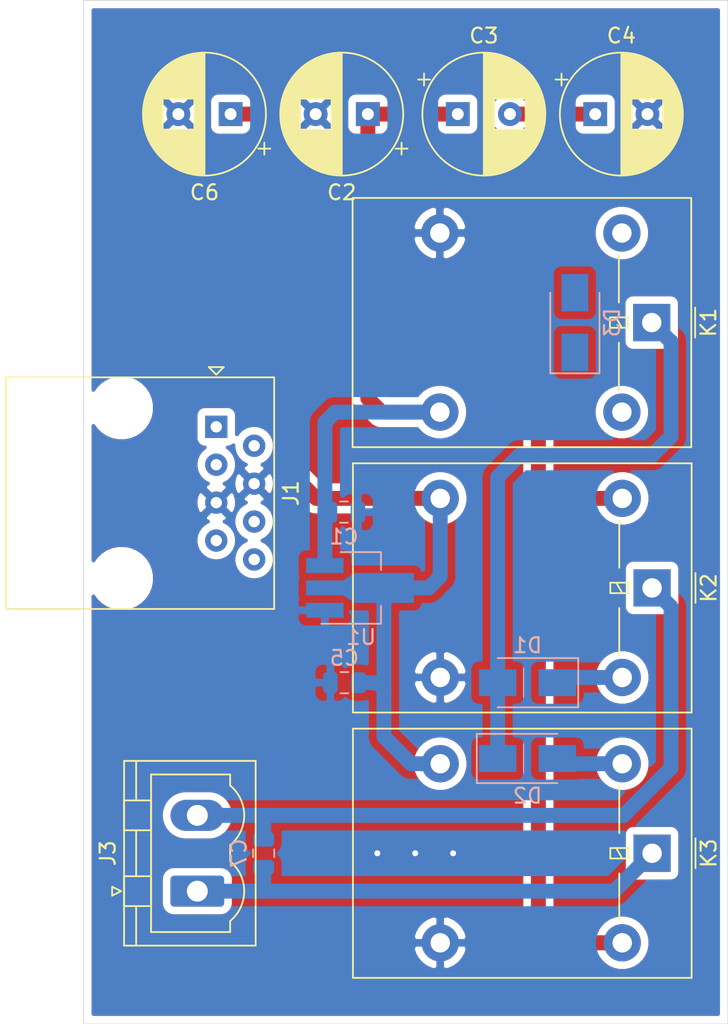
<source format=kicad_pcb>
(kicad_pcb (version 20171130) (host pcbnew "(5.1.5)-3")

  (general
    (thickness 1.6)
    (drawings 5)
    (tracks 62)
    (zones 0)
    (modules 16)
    (nets 14)
  )

  (page A4)
  (layers
    (0 F.Cu signal)
    (31 B.Cu signal)
    (32 B.Adhes user)
    (33 F.Adhes user)
    (34 B.Paste user hide)
    (35 F.Paste user)
    (36 B.SilkS user)
    (37 F.SilkS user hide)
    (38 B.Mask user)
    (39 F.Mask user)
    (40 Dwgs.User user)
    (41 Cmts.User user)
    (42 Eco1.User user)
    (43 Eco2.User user)
    (44 Edge.Cuts user)
    (45 Margin user)
    (46 B.CrtYd user)
    (47 F.CrtYd user)
    (48 B.Fab user)
    (49 F.Fab user)
  )

  (setup
    (last_trace_width 0.25)
    (trace_clearance 0.2)
    (zone_clearance 0.508)
    (zone_45_only no)
    (trace_min 0.2)
    (via_size 0.8)
    (via_drill 0.4)
    (via_min_size 0.4)
    (via_min_drill 0.3)
    (uvia_size 0.3)
    (uvia_drill 0.1)
    (uvias_allowed no)
    (uvia_min_size 0.2)
    (uvia_min_drill 0.1)
    (edge_width 0.05)
    (segment_width 0.2)
    (pcb_text_width 0.3)
    (pcb_text_size 1.5 1.5)
    (mod_edge_width 0.12)
    (mod_text_size 1 1)
    (mod_text_width 0.15)
    (pad_size 1.524 1.524)
    (pad_drill 0.762)
    (pad_to_mask_clearance 0.051)
    (solder_mask_min_width 0.25)
    (aux_axis_origin 0 0)
    (visible_elements 7FFFFFFF)
    (pcbplotparams
      (layerselection 0x010fc_ffffffff)
      (usegerberextensions false)
      (usegerberattributes false)
      (usegerberadvancedattributes false)
      (creategerberjobfile false)
      (excludeedgelayer true)
      (linewidth 0.100000)
      (plotframeref false)
      (viasonmask false)
      (mode 1)
      (useauxorigin false)
      (hpglpennumber 1)
      (hpglpenspeed 20)
      (hpglpendiameter 15.000000)
      (psnegative false)
      (psa4output false)
      (plotreference true)
      (plotvalue true)
      (plotinvisibletext false)
      (padsonsilk false)
      (subtractmaskfromsilk false)
      (outputformat 1)
      (mirror false)
      (drillshape 1)
      (scaleselection 1)
      (outputdirectory ""))
  )

  (net 0 "")
  (net 1 GND)
  (net 2 +24V)
  (net 3 "Net-(C3-Pad2)")
  (net 4 +3V3)
  (net 5 "Net-(C7-Pad2)")
  (net 6 "Net-(C7-Pad1)")
  (net 7 "Net-(D1-Pad2)")
  (net 8 "Net-(D1-Pad1)")
  (net 9 "Net-(D2-Pad2)")
  (net 10 "Net-(D3-Pad2)")
  (net 11 "Net-(J1-Pad3)")
  (net 12 "Net-(J1-Pad2)")
  (net 13 "Net-(J1-Pad1)")

  (net_class Default "This is the default net class."
    (clearance 0.2)
    (trace_width 0.25)
    (via_dia 0.8)
    (via_drill 0.4)
    (uvia_dia 0.3)
    (uvia_drill 0.1)
    (add_net "Net-(D3-Pad2)")
    (add_net "Net-(J1-Pad1)")
    (add_net "Net-(J1-Pad2)")
    (add_net "Net-(J1-Pad3)")
  )

  (net_class Power ""
    (clearance 0.2)
    (trace_width 1)
    (via_dia 0.8)
    (via_drill 0.4)
    (uvia_dia 0.3)
    (uvia_drill 0.1)
    (add_net +24V)
    (add_net +3V3)
    (add_net GND)
    (add_net "Net-(C3-Pad2)")
    (add_net "Net-(C7-Pad1)")
    (add_net "Net-(C7-Pad2)")
    (add_net "Net-(D1-Pad1)")
    (add_net "Net-(D1-Pad2)")
    (add_net "Net-(D2-Pad2)")
  )

  (net_class Signal ""
    (clearance 0.2)
    (trace_width 0.5)
    (via_dia 0.8)
    (via_drill 0.4)
    (uvia_dia 0.3)
    (uvia_drill 0.1)
  )

  (module Connector_RJ:RJ45_Amphenol_54602-x08_Horizontal (layer F.Cu) (tedit 5B103613) (tstamp 5EEA7541)
    (at 92.71 83.185 270)
    (descr "8 Pol Shallow Latch Connector, Modjack, RJ45 (https://cdn.amphenol-icc.com/media/wysiwyg/files/drawing/c-bmj-0102.pdf)")
    (tags RJ45)
    (path /5EEA2EBB)
    (fp_text reference J1 (at 4.445 -5 90) (layer F.SilkS)
      (effects (font (size 1 1) (thickness 0.15)))
    )
    (fp_text value RJ45 (at 4.445 4 90) (layer F.Fab)
      (effects (font (size 1 1) (thickness 0.15)))
    )
    (fp_line (start 12.6 14.47) (end -3.71 14.47) (layer F.CrtYd) (width 0.05))
    (fp_line (start 12.6 14.47) (end 12.6 -4.27) (layer F.CrtYd) (width 0.05))
    (fp_line (start -3.71 -4.27) (end -3.71 14.47) (layer F.CrtYd) (width 0.05))
    (fp_line (start -3.71 -4.27) (end 12.6 -4.27) (layer F.CrtYd) (width 0.05))
    (fp_line (start -3.315 -3.88) (end -3.315 14.08) (layer F.SilkS) (width 0.12))
    (fp_line (start 12.205 -3.88) (end -3.315 -3.88) (layer F.SilkS) (width 0.12))
    (fp_line (start 12.205 -3.88) (end 12.205 14.08) (layer F.SilkS) (width 0.12))
    (fp_line (start -3.315 14.08) (end 12.205 14.08) (layer F.SilkS) (width 0.12))
    (fp_line (start -3.205 -2.77) (end -2.205 -3.77) (layer F.Fab) (width 0.12))
    (fp_line (start -2.205 -3.77) (end 12.095 -3.77) (layer F.Fab) (width 0.12))
    (fp_line (start 12.095 -3.77) (end 12.095 13.97) (layer F.Fab) (width 0.12))
    (fp_line (start 12.095 13.97) (end -3.205 13.97) (layer F.Fab) (width 0.12))
    (fp_line (start -3.205 13.97) (end -3.205 -2.77) (layer F.Fab) (width 0.12))
    (fp_line (start -3.5 0) (end -4 -0.5) (layer F.SilkS) (width 0.12))
    (fp_line (start -4 -0.5) (end -4 0.5) (layer F.SilkS) (width 0.12))
    (fp_line (start -4 0.5) (end -3.5 0) (layer F.SilkS) (width 0.12))
    (fp_text user %R (at 4.445 2 90) (layer F.Fab)
      (effects (font (size 1 1) (thickness 0.15)))
    )
    (pad 8 thru_hole circle (at 8.89 -2.54 270) (size 1.5 1.5) (drill 0.76) (layers *.Cu *.Mask)
      (net 2 +24V))
    (pad 7 thru_hole circle (at 7.62 0 270) (size 1.5 1.5) (drill 0.76) (layers *.Cu *.Mask)
      (net 2 +24V))
    (pad 6 thru_hole circle (at 6.35 -2.54 270) (size 1.5 1.5) (drill 0.76) (layers *.Cu *.Mask)
      (net 10 "Net-(D3-Pad2)"))
    (pad 5 thru_hole circle (at 5.08 0 270) (size 1.5 1.5) (drill 0.76) (layers *.Cu *.Mask)
      (net 1 GND))
    (pad 4 thru_hole circle (at 3.81 -2.54 270) (size 1.5 1.5) (drill 0.76) (layers *.Cu *.Mask)
      (net 1 GND))
    (pad 3 thru_hole circle (at 2.54 0 270) (size 1.5 1.5) (drill 0.76) (layers *.Cu *.Mask)
      (net 11 "Net-(J1-Pad3)"))
    (pad 2 thru_hole circle (at 1.27 -2.54 270) (size 1.5 1.5) (drill 0.76) (layers *.Cu *.Mask)
      (net 12 "Net-(J1-Pad2)"))
    (pad 1 thru_hole rect (at 0 0 270) (size 1.5 1.5) (drill 0.76) (layers *.Cu *.Mask)
      (net 13 "Net-(J1-Pad1)"))
    (pad "" np_thru_hole circle (at -1.27 6.35 270) (size 3.2 3.2) (drill 3.2) (layers *.Cu *.Mask))
    (pad "" np_thru_hole circle (at 10.16 6.35 270) (size 3.2 3.2) (drill 3.2) (layers *.Cu *.Mask))
    (model ${KISYS3DMOD}/Connector_RJ.3dshapes/RJ45_Amphenol_54602-x08_Horizontal.wrl
      (at (xyz 0 0 0))
      (scale (xyz 1 1 1))
      (rotate (xyz 0 0 0))
    )
  )

  (module Diode_SMD:D_SMA (layer B.Cu) (tedit 586432E5) (tstamp 5EEA7522)
    (at 116.745 76.2 90)
    (descr "Diode SMA (DO-214AC)")
    (tags "Diode SMA (DO-214AC)")
    (path /5EEB4CE7)
    (attr smd)
    (fp_text reference D3 (at 0 2.5 270) (layer B.SilkS)
      (effects (font (size 1 1) (thickness 0.15)) (justify mirror))
    )
    (fp_text value 1N4007 (at 0 -2.6 270) (layer B.Fab)
      (effects (font (size 1 1) (thickness 0.15)) (justify mirror))
    )
    (fp_line (start -3.4 1.65) (end 2 1.65) (layer B.SilkS) (width 0.12))
    (fp_line (start -3.4 -1.65) (end 2 -1.65) (layer B.SilkS) (width 0.12))
    (fp_line (start -0.64944 -0.00102) (end 0.50118 0.79908) (layer B.Fab) (width 0.1))
    (fp_line (start -0.64944 -0.00102) (end 0.50118 -0.75032) (layer B.Fab) (width 0.1))
    (fp_line (start 0.50118 -0.75032) (end 0.50118 0.79908) (layer B.Fab) (width 0.1))
    (fp_line (start -0.64944 0.79908) (end -0.64944 -0.80112) (layer B.Fab) (width 0.1))
    (fp_line (start 0.50118 -0.00102) (end 1.4994 -0.00102) (layer B.Fab) (width 0.1))
    (fp_line (start -0.64944 -0.00102) (end -1.55114 -0.00102) (layer B.Fab) (width 0.1))
    (fp_line (start -3.5 -1.75) (end -3.5 1.75) (layer B.CrtYd) (width 0.05))
    (fp_line (start 3.5 -1.75) (end -3.5 -1.75) (layer B.CrtYd) (width 0.05))
    (fp_line (start 3.5 1.75) (end 3.5 -1.75) (layer B.CrtYd) (width 0.05))
    (fp_line (start -3.5 1.75) (end 3.5 1.75) (layer B.CrtYd) (width 0.05))
    (fp_line (start 2.3 1.5) (end -2.3 1.5) (layer B.Fab) (width 0.1))
    (fp_line (start 2.3 1.5) (end 2.3 -1.5) (layer B.Fab) (width 0.1))
    (fp_line (start -2.3 -1.5) (end -2.3 1.5) (layer B.Fab) (width 0.1))
    (fp_line (start 2.3 -1.5) (end -2.3 -1.5) (layer B.Fab) (width 0.1))
    (fp_line (start -3.4 1.65) (end -3.4 -1.65) (layer B.SilkS) (width 0.12))
    (fp_text user %R (at 0 2.5 270) (layer B.Fab)
      (effects (font (size 1 1) (thickness 0.15)) (justify mirror))
    )
    (pad 2 smd rect (at 2 0 90) (size 2.5 1.8) (layers B.Cu B.Paste B.Mask)
      (net 10 "Net-(D3-Pad2)"))
    (pad 1 smd rect (at -2 0 90) (size 2.5 1.8) (layers B.Cu B.Paste B.Mask)
      (net 2 +24V))
    (model ${KISYS3DMOD}/Diode_SMD.3dshapes/D_SMA.wrl
      (at (xyz 0 0 0))
      (scale (xyz 1 1 1))
      (rotate (xyz 0 0 0))
    )
  )

  (module Relay_THT:Relay_SPDT_Omron-G5LE-1 (layer F.Cu) (tedit 5AE38B37) (tstamp 5DE90E0E)
    (at 121.92 111.76 270)
    (descr "Omron Relay SPDT, http://www.omron.com/ecb/products/pdf/en-g5le.pdf")
    (tags "Omron Relay SPDT")
    (path /5DE7F895)
    (fp_text reference K3 (at 0 -3.8 90) (layer F.SilkS)
      (effects (font (size 1 1) (thickness 0.15)))
    )
    (fp_text value G5LE-1 (at 0 20.95 90) (layer F.Fab)
      (effects (font (size 1 1) (thickness 0.15)))
    )
    (fp_text user %R (at 0 8.7 90) (layer F.Fab)
      (effects (font (size 1 1) (thickness 0.15)))
    )
    (fp_line (start -8.5 20.2) (end 8.5 20.2) (layer F.CrtYd) (width 0.05))
    (fp_line (start -8.5 -2.8) (end -8.5 20.2) (layer F.CrtYd) (width 0.05))
    (fp_line (start 8.5 -2.8) (end -8.5 -2.8) (layer F.CrtYd) (width 0.05))
    (fp_line (start 8.5 20.2) (end 8.5 -2.8) (layer F.CrtYd) (width 0.05))
    (fp_line (start 1.35 2.2) (end 4.5 2.2) (layer F.SilkS) (width 0.12))
    (fp_line (start -4.5 2.2) (end -1.35 2.2) (layer F.SilkS) (width 0.12))
    (fp_line (start -1 -2.91) (end 1 -2.91) (layer F.SilkS) (width 0.12))
    (fp_line (start -0.35 2.8) (end 0.35 2.8) (layer F.SilkS) (width 0.12))
    (fp_line (start -0.35 1.6) (end -0.35 2.8) (layer F.SilkS) (width 0.12))
    (fp_line (start 0.35 1.6) (end -0.35 1.6) (layer F.SilkS) (width 0.12))
    (fp_line (start 0.35 2.8) (end 0.35 1.6) (layer F.SilkS) (width 0.12))
    (fp_line (start -0.35 2.4) (end 0.35 2) (layer F.SilkS) (width 0.12))
    (fp_line (start -8.35 20.05) (end 8.35 20.05) (layer F.SilkS) (width 0.12))
    (fp_line (start -8.35 -2.65) (end -8.35 20.05) (layer F.SilkS) (width 0.12))
    (fp_line (start 8.35 -2.65) (end -8.35 -2.65) (layer F.SilkS) (width 0.12))
    (fp_line (start 8.35 20.05) (end 8.35 -2.65) (layer F.SilkS) (width 0.12))
    (fp_line (start -4.5 2) (end 4.5 2) (layer F.Fab) (width 0.1))
    (fp_line (start -1 -2.55) (end 0 -1.55) (layer F.Fab) (width 0.1))
    (fp_line (start -8.25 -2.55) (end -1 -2.55) (layer F.Fab) (width 0.1))
    (fp_line (start -8.25 19.95) (end -8.25 -2.55) (layer F.Fab) (width 0.1))
    (fp_line (start 8.25 19.95) (end -8.25 19.95) (layer F.Fab) (width 0.1))
    (fp_line (start 8.25 -2.55) (end 8.25 19.95) (layer F.Fab) (width 0.1))
    (fp_line (start 1 -2.55) (end 8.25 -2.55) (layer F.Fab) (width 0.1))
    (fp_line (start 0 -1.55) (end 1 -2.55) (layer F.Fab) (width 0.1))
    (pad 5 thru_hole oval (at 6 2 270) (size 2.5 2.5) (drill 1.3) (layers *.Cu *.Mask)
      (net 3 "Net-(C3-Pad2)"))
    (pad 4 thru_hole oval (at 6 14.2 270) (size 2.5 2.5) (drill 1.3) (layers *.Cu *.Mask)
      (net 1 GND))
    (pad 3 thru_hole oval (at -6 14.2 270) (size 2.5 2.5) (drill 1.3) (layers *.Cu *.Mask)
      (net 4 +3V3))
    (pad 2 thru_hole oval (at -6 2 270) (size 2.5 2.5) (drill 1.3) (layers *.Cu *.Mask)
      (net 9 "Net-(D2-Pad2)"))
    (pad 1 thru_hole rect (at 0 0 270) (size 2.5 2.5) (drill 1.3) (layers *.Cu *.Mask)
      (net 5 "Net-(C7-Pad2)"))
    (model ${KISYS3DMOD}/Relay_THT.3dshapes/Relay_SPDT_Omron-G5LE-1.wrl
      (at (xyz 0 0 0))
      (scale (xyz 1 1 1))
      (rotate (xyz 0 0 0))
    )
  )

  (module Package_TO_SOT_SMD:SOT-89-3_Handsoldering (layer B.Cu) (tedit 5A02FF57) (tstamp 5DE90E25)
    (at 101.97 93.98)
    (descr "SOT-89-3 Handsoldering")
    (tags "SOT-89-3 Handsoldering")
    (path /5DE7D658)
    (attr smd)
    (fp_text reference U1 (at 0.45 3.3) (layer B.SilkS)
      (effects (font (size 1 1) (thickness 0.15)) (justify mirror))
    )
    (fp_text value LM1117-3.3 (at 0.5 -3.15) (layer B.Fab)
      (effects (font (size 1 1) (thickness 0.15)) (justify mirror))
    )
    (fp_line (start -0.13 2.3) (end 1.68 2.3) (layer B.Fab) (width 0.1))
    (fp_line (start -0.92 -2.3) (end -0.92 1.51) (layer B.Fab) (width 0.1))
    (fp_line (start 1.68 -2.3) (end -0.92 -2.3) (layer B.Fab) (width 0.1))
    (fp_line (start 1.68 2.3) (end 1.68 -2.3) (layer B.Fab) (width 0.1))
    (fp_line (start -0.92 1.51) (end -0.13 2.3) (layer B.Fab) (width 0.1))
    (fp_line (start 1.78 2.4) (end 1.78 1.2) (layer B.SilkS) (width 0.12))
    (fp_line (start -2.22 2.4) (end 1.78 2.4) (layer B.SilkS) (width 0.12))
    (fp_line (start 1.78 -2.4) (end -0.92 -2.4) (layer B.SilkS) (width 0.12))
    (fp_line (start 1.78 -1.2) (end 1.78 -2.4) (layer B.SilkS) (width 0.12))
    (fp_line (start -3.5 2.55) (end -3.5 -2.55) (layer B.CrtYd) (width 0.05))
    (fp_line (start 4.25 2.55) (end -3.5 2.55) (layer B.CrtYd) (width 0.05))
    (fp_line (start 4.25 -2.55) (end 4.25 2.55) (layer B.CrtYd) (width 0.05))
    (fp_line (start -3.5 -2.55) (end 4.25 -2.55) (layer B.CrtYd) (width 0.05))
    (fp_text user %R (at 0.38 0 -90) (layer B.Fab)
      (effects (font (size 0.6 0.6) (thickness 0.09)) (justify mirror))
    )
    (pad 2 smd trapezoid (at -0.37 0 270) (size 1.5 0.75) (rect_delta 0 -0.5 ) (layers B.Cu B.Paste B.Mask)
      (net 4 +3V3))
    (pad 2 smd rect (at 1.98 0 90) (size 2 4) (layers B.Cu B.Paste B.Mask)
      (net 4 +3V3))
    (pad 3 smd rect (at -1.98 -1.5 90) (size 1 2.5) (layers B.Cu B.Paste B.Mask)
      (net 2 +24V))
    (pad 2 smd rect (at -1.98 0 90) (size 1 2.5) (layers B.Cu B.Paste B.Mask)
      (net 4 +3V3))
    (pad 1 smd rect (at -1.98 1.5 90) (size 1 2.5) (layers B.Cu B.Paste B.Mask)
      (net 1 GND))
    (model ${KISYS3DMOD}/Package_TO_SOT_SMD.3dshapes/SOT-89-3.wrl
      (at (xyz 0 0 0))
      (scale (xyz 1 1 1))
      (rotate (xyz 0 0 0))
    )
  )

  (module Relay_THT:Relay_SPDT_Omron-G5LE-1 (layer F.Cu) (tedit 5AE38B37) (tstamp 5DE940BC)
    (at 121.92 93.98 270)
    (descr "Omron Relay SPDT, http://www.omron.com/ecb/products/pdf/en-g5le.pdf")
    (tags "Omron Relay SPDT")
    (path /5DE7E52A)
    (fp_text reference K2 (at 0 -3.8 90) (layer F.SilkS)
      (effects (font (size 1 1) (thickness 0.15)))
    )
    (fp_text value G5LE-1 (at 0 20.95 90) (layer F.Fab)
      (effects (font (size 1 1) (thickness 0.15)))
    )
    (fp_text user %R (at 0 8.7 90) (layer F.Fab)
      (effects (font (size 1 1) (thickness 0.15)))
    )
    (fp_line (start -8.5 20.2) (end 8.5 20.2) (layer F.CrtYd) (width 0.05))
    (fp_line (start -8.5 -2.8) (end -8.5 20.2) (layer F.CrtYd) (width 0.05))
    (fp_line (start 8.5 -2.8) (end -8.5 -2.8) (layer F.CrtYd) (width 0.05))
    (fp_line (start 8.5 20.2) (end 8.5 -2.8) (layer F.CrtYd) (width 0.05))
    (fp_line (start 1.35 2.2) (end 4.5 2.2) (layer F.SilkS) (width 0.12))
    (fp_line (start -4.5 2.2) (end -1.35 2.2) (layer F.SilkS) (width 0.12))
    (fp_line (start -1 -2.91) (end 1 -2.91) (layer F.SilkS) (width 0.12))
    (fp_line (start -0.35 2.8) (end 0.35 2.8) (layer F.SilkS) (width 0.12))
    (fp_line (start -0.35 1.6) (end -0.35 2.8) (layer F.SilkS) (width 0.12))
    (fp_line (start 0.35 1.6) (end -0.35 1.6) (layer F.SilkS) (width 0.12))
    (fp_line (start 0.35 2.8) (end 0.35 1.6) (layer F.SilkS) (width 0.12))
    (fp_line (start -0.35 2.4) (end 0.35 2) (layer F.SilkS) (width 0.12))
    (fp_line (start -8.35 20.05) (end 8.35 20.05) (layer F.SilkS) (width 0.12))
    (fp_line (start -8.35 -2.65) (end -8.35 20.05) (layer F.SilkS) (width 0.12))
    (fp_line (start 8.35 -2.65) (end -8.35 -2.65) (layer F.SilkS) (width 0.12))
    (fp_line (start 8.35 20.05) (end 8.35 -2.65) (layer F.SilkS) (width 0.12))
    (fp_line (start -4.5 2) (end 4.5 2) (layer F.Fab) (width 0.1))
    (fp_line (start -1 -2.55) (end 0 -1.55) (layer F.Fab) (width 0.1))
    (fp_line (start -8.25 -2.55) (end -1 -2.55) (layer F.Fab) (width 0.1))
    (fp_line (start -8.25 19.95) (end -8.25 -2.55) (layer F.Fab) (width 0.1))
    (fp_line (start 8.25 19.95) (end -8.25 19.95) (layer F.Fab) (width 0.1))
    (fp_line (start 8.25 -2.55) (end 8.25 19.95) (layer F.Fab) (width 0.1))
    (fp_line (start 1 -2.55) (end 8.25 -2.55) (layer F.Fab) (width 0.1))
    (fp_line (start 0 -1.55) (end 1 -2.55) (layer F.Fab) (width 0.1))
    (pad 5 thru_hole oval (at 6 2 270) (size 2.5 2.5) (drill 1.3) (layers *.Cu *.Mask)
      (net 8 "Net-(D1-Pad1)"))
    (pad 4 thru_hole oval (at 6 14.2 270) (size 2.5 2.5) (drill 1.3) (layers *.Cu *.Mask)
      (net 1 GND))
    (pad 3 thru_hole oval (at -6 14.2 270) (size 2.5 2.5) (drill 1.3) (layers *.Cu *.Mask)
      (net 4 +3V3))
    (pad 2 thru_hole oval (at -6 2 270) (size 2.5 2.5) (drill 1.3) (layers *.Cu *.Mask)
      (net 3 "Net-(C3-Pad2)"))
    (pad 1 thru_hole rect (at 0 0 270) (size 2.5 2.5) (drill 1.3) (layers *.Cu *.Mask)
      (net 6 "Net-(C7-Pad1)"))
    (model ${KISYS3DMOD}/Relay_THT.3dshapes/Relay_SPDT_Omron-G5LE-1.wrl
      (at (xyz 0 0 0))
      (scale (xyz 1 1 1))
      (rotate (xyz 0 0 0))
    )
  )

  (module Relay_THT:Relay_SPDT_Omron-G5LE-1 (layer F.Cu) (tedit 5AE38B37) (tstamp 5DE91B7A)
    (at 121.896 76.2 270)
    (descr "Omron Relay SPDT, http://www.omron.com/ecb/products/pdf/en-g5le.pdf")
    (tags "Omron Relay SPDT")
    (path /5DE7CD07)
    (fp_text reference K1 (at 0 -3.8 90) (layer F.SilkS)
      (effects (font (size 1 1) (thickness 0.15)))
    )
    (fp_text value G5LE-1 (at 0 20.95 90) (layer F.Fab)
      (effects (font (size 1 1) (thickness 0.15)))
    )
    (fp_text user %R (at 0 8.7 90) (layer F.Fab)
      (effects (font (size 1 1) (thickness 0.15)))
    )
    (fp_line (start -8.5 20.2) (end 8.5 20.2) (layer F.CrtYd) (width 0.05))
    (fp_line (start -8.5 -2.8) (end -8.5 20.2) (layer F.CrtYd) (width 0.05))
    (fp_line (start 8.5 -2.8) (end -8.5 -2.8) (layer F.CrtYd) (width 0.05))
    (fp_line (start 8.5 20.2) (end 8.5 -2.8) (layer F.CrtYd) (width 0.05))
    (fp_line (start 1.35 2.2) (end 4.5 2.2) (layer F.SilkS) (width 0.12))
    (fp_line (start -4.5 2.2) (end -1.35 2.2) (layer F.SilkS) (width 0.12))
    (fp_line (start -1 -2.91) (end 1 -2.91) (layer F.SilkS) (width 0.12))
    (fp_line (start -0.35 2.8) (end 0.35 2.8) (layer F.SilkS) (width 0.12))
    (fp_line (start -0.35 1.6) (end -0.35 2.8) (layer F.SilkS) (width 0.12))
    (fp_line (start 0.35 1.6) (end -0.35 1.6) (layer F.SilkS) (width 0.12))
    (fp_line (start 0.35 2.8) (end 0.35 1.6) (layer F.SilkS) (width 0.12))
    (fp_line (start -0.35 2.4) (end 0.35 2) (layer F.SilkS) (width 0.12))
    (fp_line (start -8.35 20.05) (end 8.35 20.05) (layer F.SilkS) (width 0.12))
    (fp_line (start -8.35 -2.65) (end -8.35 20.05) (layer F.SilkS) (width 0.12))
    (fp_line (start 8.35 -2.65) (end -8.35 -2.65) (layer F.SilkS) (width 0.12))
    (fp_line (start 8.35 20.05) (end 8.35 -2.65) (layer F.SilkS) (width 0.12))
    (fp_line (start -4.5 2) (end 4.5 2) (layer F.Fab) (width 0.1))
    (fp_line (start -1 -2.55) (end 0 -1.55) (layer F.Fab) (width 0.1))
    (fp_line (start -8.25 -2.55) (end -1 -2.55) (layer F.Fab) (width 0.1))
    (fp_line (start -8.25 19.95) (end -8.25 -2.55) (layer F.Fab) (width 0.1))
    (fp_line (start 8.25 19.95) (end -8.25 19.95) (layer F.Fab) (width 0.1))
    (fp_line (start 8.25 -2.55) (end 8.25 19.95) (layer F.Fab) (width 0.1))
    (fp_line (start 1 -2.55) (end 8.25 -2.55) (layer F.Fab) (width 0.1))
    (fp_line (start 0 -1.55) (end 1 -2.55) (layer F.Fab) (width 0.1))
    (pad 5 thru_hole oval (at 6 2 270) (size 2.5 2.5) (drill 1.3) (layers *.Cu *.Mask)
      (net 2 +24V))
    (pad 4 thru_hole oval (at 6 14.2 270) (size 2.5 2.5) (drill 1.3) (layers *.Cu *.Mask)
      (net 2 +24V))
    (pad 3 thru_hole oval (at -6 14.2 270) (size 2.5 2.5) (drill 1.3) (layers *.Cu *.Mask)
      (net 1 GND))
    (pad 2 thru_hole oval (at -6 2 270) (size 2.5 2.5) (drill 1.3) (layers *.Cu *.Mask)
      (net 10 "Net-(D3-Pad2)"))
    (pad 1 thru_hole rect (at 0 0 270) (size 2.5 2.5) (drill 1.3) (layers *.Cu *.Mask)
      (net 7 "Net-(D1-Pad2)"))
    (model ${KISYS3DMOD}/Relay_THT.3dshapes/Relay_SPDT_Omron-G5LE-1.wrl
      (at (xyz 0 0 0))
      (scale (xyz 1 1 1))
      (rotate (xyz 0 0 0))
    )
  )

  (module Connector_Phoenix_MSTB:PhoenixContact_MSTBVA_2,5_2-G-5,08_1x02_P5.08mm_Vertical (layer F.Cu) (tedit 5B785047) (tstamp 5DE90DA8)
    (at 91.44 114.3 90)
    (descr "Generic Phoenix Contact connector footprint for: MSTBVA_2,5/2-G-5,08; number of pins: 02; pin pitch: 5.08mm; Vertical || order number: 1755736 12A || order number: 1924305 16A (HC)")
    (tags "phoenix_contact connector MSTBVA_01x02_G_5.08mm")
    (path /5DE80427)
    (fp_text reference J3 (at 2.54 -6 90) (layer F.SilkS)
      (effects (font (size 1 1) (thickness 0.15)))
    )
    (fp_text value MOTOR (at 2.54 5 90) (layer F.Fab)
      (effects (font (size 1 1) (thickness 0.15)))
    )
    (fp_text user %R (at 2.54 -4.1 90) (layer F.Fab)
      (effects (font (size 1 1) (thickness 0.15)))
    )
    (fp_line (start -0.5 -3.55) (end 0.5 -3.55) (layer F.Fab) (width 0.1))
    (fp_line (start 0 -2.55) (end -0.5 -3.55) (layer F.Fab) (width 0.1))
    (fp_line (start 0.5 -3.55) (end 0 -2.55) (layer F.Fab) (width 0.1))
    (fp_line (start -0.3 -5.71) (end 0.3 -5.71) (layer F.SilkS) (width 0.12))
    (fp_line (start 0 -5.11) (end -0.3 -5.71) (layer F.SilkS) (width 0.12))
    (fp_line (start 0.3 -5.71) (end 0 -5.11) (layer F.SilkS) (width 0.12))
    (fp_line (start 9.12 -5.3) (end -4.04 -5.3) (layer F.CrtYd) (width 0.05))
    (fp_line (start 9.12 4.3) (end 9.12 -5.3) (layer F.CrtYd) (width 0.05))
    (fp_line (start -4.04 4.3) (end 9.12 4.3) (layer F.CrtYd) (width 0.05))
    (fp_line (start -4.04 -5.3) (end -4.04 4.3) (layer F.CrtYd) (width 0.05))
    (fp_line (start 7.82 2.2) (end 7.08 2.2) (layer F.SilkS) (width 0.12))
    (fp_line (start 7.82 -3.1) (end 7.82 2.2) (layer F.SilkS) (width 0.12))
    (fp_line (start -2.74 -3.1) (end 7.82 -3.1) (layer F.SilkS) (width 0.12))
    (fp_line (start -2.74 2.2) (end -2.74 -3.1) (layer F.SilkS) (width 0.12))
    (fp_line (start -2 2.2) (end -2.74 2.2) (layer F.SilkS) (width 0.12))
    (fp_line (start 2 2.2) (end 3.08 2.2) (layer F.SilkS) (width 0.12))
    (fp_line (start 6.08 -3.1) (end 4.08 -3.1) (layer F.SilkS) (width 0.12))
    (fp_line (start 6.08 -4.91) (end 6.08 -3.1) (layer F.SilkS) (width 0.12))
    (fp_line (start 4.08 -4.91) (end 6.08 -4.91) (layer F.SilkS) (width 0.12))
    (fp_line (start 4.08 -3.1) (end 4.08 -4.91) (layer F.SilkS) (width 0.12))
    (fp_line (start 1 -3.1) (end -1 -3.1) (layer F.SilkS) (width 0.12))
    (fp_line (start 1 -4.91) (end 1 -3.1) (layer F.SilkS) (width 0.12))
    (fp_line (start -1 -4.91) (end 1 -4.91) (layer F.SilkS) (width 0.12))
    (fp_line (start -1 -3.1) (end -1 -4.91) (layer F.SilkS) (width 0.12))
    (fp_line (start 1 -4.1) (end 4.08 -4.1) (layer F.SilkS) (width 0.12))
    (fp_line (start 8.73 -4.1) (end 6.19 -4.1) (layer F.SilkS) (width 0.12))
    (fp_line (start -3.65 -4.1) (end -1.11 -4.1) (layer F.SilkS) (width 0.12))
    (fp_line (start 8.62 -4.8) (end -3.54 -4.8) (layer F.Fab) (width 0.1))
    (fp_line (start 8.62 3.8) (end 8.62 -4.8) (layer F.Fab) (width 0.1))
    (fp_line (start -3.54 3.8) (end 8.62 3.8) (layer F.Fab) (width 0.1))
    (fp_line (start -3.54 -4.8) (end -3.54 3.8) (layer F.Fab) (width 0.1))
    (fp_line (start 8.73 -4.91) (end -3.65 -4.91) (layer F.SilkS) (width 0.12))
    (fp_line (start 8.73 3.91) (end 8.73 -4.91) (layer F.SilkS) (width 0.12))
    (fp_line (start -3.65 3.91) (end 8.73 3.91) (layer F.SilkS) (width 0.12))
    (fp_line (start -3.65 -4.91) (end -3.65 3.91) (layer F.SilkS) (width 0.12))
    (fp_arc (start 5.08 0.55) (end 3.08 2.2) (angle -100.5) (layer F.SilkS) (width 0.12))
    (fp_arc (start 0 0.55) (end -2 2.2) (angle -100.5) (layer F.SilkS) (width 0.12))
    (pad 2 thru_hole oval (at 5.08 0 90) (size 2.08 3.6) (drill 1.4) (layers *.Cu *.Mask)
      (net 6 "Net-(C7-Pad1)"))
    (pad 1 thru_hole roundrect (at 0 0 90) (size 2.08 3.6) (drill 1.4) (layers *.Cu *.Mask) (roundrect_rratio 0.120192)
      (net 5 "Net-(C7-Pad2)"))
    (model ${KISYS3DMOD}/Connector_Phoenix_MSTB.3dshapes/PhoenixContact_MSTBVA_2,5_2-G-5,08_1x02_P5.08mm_Vertical.wrl
      (at (xyz 0 0 0))
      (scale (xyz 1 1 1))
      (rotate (xyz 0 0 0))
    )
  )

  (module Diode_SMD:D_SMA (layer B.Cu) (tedit 586432E5) (tstamp 5DE90D24)
    (at 113.57 105.41)
    (descr "Diode SMA (DO-214AC)")
    (tags "Diode SMA (DO-214AC)")
    (path /5DE83C79)
    (attr smd)
    (fp_text reference D2 (at 0 2.5) (layer B.SilkS)
      (effects (font (size 1 1) (thickness 0.15)) (justify mirror))
    )
    (fp_text value 1N4007 (at 0 -2.6) (layer B.Fab)
      (effects (font (size 1 1) (thickness 0.15)) (justify mirror))
    )
    (fp_line (start -3.4 1.65) (end 2 1.65) (layer B.SilkS) (width 0.12))
    (fp_line (start -3.4 -1.65) (end 2 -1.65) (layer B.SilkS) (width 0.12))
    (fp_line (start -0.64944 -0.00102) (end 0.50118 0.79908) (layer B.Fab) (width 0.1))
    (fp_line (start -0.64944 -0.00102) (end 0.50118 -0.75032) (layer B.Fab) (width 0.1))
    (fp_line (start 0.50118 -0.75032) (end 0.50118 0.79908) (layer B.Fab) (width 0.1))
    (fp_line (start -0.64944 0.79908) (end -0.64944 -0.80112) (layer B.Fab) (width 0.1))
    (fp_line (start 0.50118 -0.00102) (end 1.4994 -0.00102) (layer B.Fab) (width 0.1))
    (fp_line (start -0.64944 -0.00102) (end -1.55114 -0.00102) (layer B.Fab) (width 0.1))
    (fp_line (start -3.5 -1.75) (end -3.5 1.75) (layer B.CrtYd) (width 0.05))
    (fp_line (start 3.5 -1.75) (end -3.5 -1.75) (layer B.CrtYd) (width 0.05))
    (fp_line (start 3.5 1.75) (end 3.5 -1.75) (layer B.CrtYd) (width 0.05))
    (fp_line (start -3.5 1.75) (end 3.5 1.75) (layer B.CrtYd) (width 0.05))
    (fp_line (start 2.3 1.5) (end -2.3 1.5) (layer B.Fab) (width 0.1))
    (fp_line (start 2.3 1.5) (end 2.3 -1.5) (layer B.Fab) (width 0.1))
    (fp_line (start -2.3 -1.5) (end -2.3 1.5) (layer B.Fab) (width 0.1))
    (fp_line (start 2.3 -1.5) (end -2.3 -1.5) (layer B.Fab) (width 0.1))
    (fp_line (start -3.4 1.65) (end -3.4 -1.65) (layer B.SilkS) (width 0.12))
    (fp_text user %R (at 0 2.5) (layer B.Fab)
      (effects (font (size 1 1) (thickness 0.15)) (justify mirror))
    )
    (pad 2 smd rect (at 2 0) (size 2.5 1.8) (layers B.Cu B.Paste B.Mask)
      (net 9 "Net-(D2-Pad2)"))
    (pad 1 smd rect (at -2 0) (size 2.5 1.8) (layers B.Cu B.Paste B.Mask)
      (net 7 "Net-(D1-Pad2)"))
    (model ${KISYS3DMOD}/Diode_SMD.3dshapes/D_SMA.wrl
      (at (xyz 0 0 0))
      (scale (xyz 1 1 1))
      (rotate (xyz 0 0 0))
    )
  )

  (module Diode_SMD:D_SMA (layer B.Cu) (tedit 586432E5) (tstamp 5DE90D0C)
    (at 113.57 100.33 180)
    (descr "Diode SMA (DO-214AC)")
    (tags "Diode SMA (DO-214AC)")
    (path /5DE8E6EB)
    (attr smd)
    (fp_text reference D1 (at 0 2.5) (layer B.SilkS)
      (effects (font (size 1 1) (thickness 0.15)) (justify mirror))
    )
    (fp_text value 1N4007 (at 0 -2.6) (layer B.Fab)
      (effects (font (size 1 1) (thickness 0.15)) (justify mirror))
    )
    (fp_line (start -3.4 1.65) (end 2 1.65) (layer B.SilkS) (width 0.12))
    (fp_line (start -3.4 -1.65) (end 2 -1.65) (layer B.SilkS) (width 0.12))
    (fp_line (start -0.64944 -0.00102) (end 0.50118 0.79908) (layer B.Fab) (width 0.1))
    (fp_line (start -0.64944 -0.00102) (end 0.50118 -0.75032) (layer B.Fab) (width 0.1))
    (fp_line (start 0.50118 -0.75032) (end 0.50118 0.79908) (layer B.Fab) (width 0.1))
    (fp_line (start -0.64944 0.79908) (end -0.64944 -0.80112) (layer B.Fab) (width 0.1))
    (fp_line (start 0.50118 -0.00102) (end 1.4994 -0.00102) (layer B.Fab) (width 0.1))
    (fp_line (start -0.64944 -0.00102) (end -1.55114 -0.00102) (layer B.Fab) (width 0.1))
    (fp_line (start -3.5 -1.75) (end -3.5 1.75) (layer B.CrtYd) (width 0.05))
    (fp_line (start 3.5 -1.75) (end -3.5 -1.75) (layer B.CrtYd) (width 0.05))
    (fp_line (start 3.5 1.75) (end 3.5 -1.75) (layer B.CrtYd) (width 0.05))
    (fp_line (start -3.5 1.75) (end 3.5 1.75) (layer B.CrtYd) (width 0.05))
    (fp_line (start 2.3 1.5) (end -2.3 1.5) (layer B.Fab) (width 0.1))
    (fp_line (start 2.3 1.5) (end 2.3 -1.5) (layer B.Fab) (width 0.1))
    (fp_line (start -2.3 -1.5) (end -2.3 1.5) (layer B.Fab) (width 0.1))
    (fp_line (start 2.3 -1.5) (end -2.3 -1.5) (layer B.Fab) (width 0.1))
    (fp_line (start -3.4 1.65) (end -3.4 -1.65) (layer B.SilkS) (width 0.12))
    (fp_text user %R (at 0 2.5) (layer B.Fab)
      (effects (font (size 1 1) (thickness 0.15)) (justify mirror))
    )
    (pad 2 smd rect (at 2 0 180) (size 2.5 1.8) (layers B.Cu B.Paste B.Mask)
      (net 7 "Net-(D1-Pad2)"))
    (pad 1 smd rect (at -2 0 180) (size 2.5 1.8) (layers B.Cu B.Paste B.Mask)
      (net 8 "Net-(D1-Pad1)"))
    (model ${KISYS3DMOD}/Diode_SMD.3dshapes/D_SMA.wrl
      (at (xyz 0 0 0))
      (scale (xyz 1 1 1))
      (rotate (xyz 0 0 0))
    )
  )

  (module Capacitor_SMD:C_0805_2012Metric (layer B.Cu) (tedit 5B36C52B) (tstamp 5DE90CF4)
    (at 95.885 111.76 270)
    (descr "Capacitor SMD 0805 (2012 Metric), square (rectangular) end terminal, IPC_7351 nominal, (Body size source: https://docs.google.com/spreadsheets/d/1BsfQQcO9C6DZCsRaXUlFlo91Tg2WpOkGARC1WS5S8t0/edit?usp=sharing), generated with kicad-footprint-generator")
    (tags capacitor)
    (path /5DE89D31)
    (attr smd)
    (fp_text reference C7 (at 0 1.65 270) (layer B.SilkS)
      (effects (font (size 1 1) (thickness 0.15)) (justify mirror))
    )
    (fp_text value 100uF (at 0 -1.65 270) (layer B.Fab)
      (effects (font (size 1 1) (thickness 0.15)) (justify mirror))
    )
    (fp_text user %R (at 0 0 270) (layer B.Fab)
      (effects (font (size 0.5 0.5) (thickness 0.08)) (justify mirror))
    )
    (fp_line (start 1.68 -0.95) (end -1.68 -0.95) (layer B.CrtYd) (width 0.05))
    (fp_line (start 1.68 0.95) (end 1.68 -0.95) (layer B.CrtYd) (width 0.05))
    (fp_line (start -1.68 0.95) (end 1.68 0.95) (layer B.CrtYd) (width 0.05))
    (fp_line (start -1.68 -0.95) (end -1.68 0.95) (layer B.CrtYd) (width 0.05))
    (fp_line (start -0.258578 -0.71) (end 0.258578 -0.71) (layer B.SilkS) (width 0.12))
    (fp_line (start -0.258578 0.71) (end 0.258578 0.71) (layer B.SilkS) (width 0.12))
    (fp_line (start 1 -0.6) (end -1 -0.6) (layer B.Fab) (width 0.1))
    (fp_line (start 1 0.6) (end 1 -0.6) (layer B.Fab) (width 0.1))
    (fp_line (start -1 0.6) (end 1 0.6) (layer B.Fab) (width 0.1))
    (fp_line (start -1 -0.6) (end -1 0.6) (layer B.Fab) (width 0.1))
    (pad 2 smd roundrect (at 0.9375 0 270) (size 0.975 1.4) (layers B.Cu B.Paste B.Mask) (roundrect_rratio 0.25)
      (net 5 "Net-(C7-Pad2)"))
    (pad 1 smd roundrect (at -0.9375 0 270) (size 0.975 1.4) (layers B.Cu B.Paste B.Mask) (roundrect_rratio 0.25)
      (net 6 "Net-(C7-Pad1)"))
    (model ${KISYS3DMOD}/Capacitor_SMD.3dshapes/C_0805_2012Metric.wrl
      (at (xyz 0 0 0))
      (scale (xyz 1 1 1))
      (rotate (xyz 0 0 0))
    )
  )

  (module Capacitor_THT:CP_Radial_D8.0mm_P3.50mm (layer F.Cu) (tedit 5AE50EF0) (tstamp 5DE97E66)
    (at 93.67 62.23 180)
    (descr "CP, Radial series, Radial, pin pitch=3.50mm, , diameter=8mm, Electrolytic Capacitor")
    (tags "CP Radial series Radial pin pitch 3.50mm  diameter 8mm Electrolytic Capacitor")
    (path /5DE80F8A)
    (fp_text reference C6 (at 1.75 -5.25) (layer F.SilkS)
      (effects (font (size 1 1) (thickness 0.15)))
    )
    (fp_text value 100uF (at 1.75 5.25) (layer F.Fab)
      (effects (font (size 1 1) (thickness 0.15)))
    )
    (fp_text user %R (at 1.75 0) (layer F.Fab)
      (effects (font (size 1 1) (thickness 0.15)))
    )
    (fp_line (start -2.259698 -2.715) (end -2.259698 -1.915) (layer F.SilkS) (width 0.12))
    (fp_line (start -2.659698 -2.315) (end -1.859698 -2.315) (layer F.SilkS) (width 0.12))
    (fp_line (start 5.831 -0.533) (end 5.831 0.533) (layer F.SilkS) (width 0.12))
    (fp_line (start 5.791 -0.768) (end 5.791 0.768) (layer F.SilkS) (width 0.12))
    (fp_line (start 5.751 -0.948) (end 5.751 0.948) (layer F.SilkS) (width 0.12))
    (fp_line (start 5.711 -1.098) (end 5.711 1.098) (layer F.SilkS) (width 0.12))
    (fp_line (start 5.671 -1.229) (end 5.671 1.229) (layer F.SilkS) (width 0.12))
    (fp_line (start 5.631 -1.346) (end 5.631 1.346) (layer F.SilkS) (width 0.12))
    (fp_line (start 5.591 -1.453) (end 5.591 1.453) (layer F.SilkS) (width 0.12))
    (fp_line (start 5.551 -1.552) (end 5.551 1.552) (layer F.SilkS) (width 0.12))
    (fp_line (start 5.511 -1.645) (end 5.511 1.645) (layer F.SilkS) (width 0.12))
    (fp_line (start 5.471 -1.731) (end 5.471 1.731) (layer F.SilkS) (width 0.12))
    (fp_line (start 5.431 -1.813) (end 5.431 1.813) (layer F.SilkS) (width 0.12))
    (fp_line (start 5.391 -1.89) (end 5.391 1.89) (layer F.SilkS) (width 0.12))
    (fp_line (start 5.351 -1.964) (end 5.351 1.964) (layer F.SilkS) (width 0.12))
    (fp_line (start 5.311 -2.034) (end 5.311 2.034) (layer F.SilkS) (width 0.12))
    (fp_line (start 5.271 -2.102) (end 5.271 2.102) (layer F.SilkS) (width 0.12))
    (fp_line (start 5.231 -2.166) (end 5.231 2.166) (layer F.SilkS) (width 0.12))
    (fp_line (start 5.191 -2.228) (end 5.191 2.228) (layer F.SilkS) (width 0.12))
    (fp_line (start 5.151 -2.287) (end 5.151 2.287) (layer F.SilkS) (width 0.12))
    (fp_line (start 5.111 -2.345) (end 5.111 2.345) (layer F.SilkS) (width 0.12))
    (fp_line (start 5.071 -2.4) (end 5.071 2.4) (layer F.SilkS) (width 0.12))
    (fp_line (start 5.031 -2.454) (end 5.031 2.454) (layer F.SilkS) (width 0.12))
    (fp_line (start 4.991 -2.505) (end 4.991 2.505) (layer F.SilkS) (width 0.12))
    (fp_line (start 4.951 -2.556) (end 4.951 2.556) (layer F.SilkS) (width 0.12))
    (fp_line (start 4.911 -2.604) (end 4.911 2.604) (layer F.SilkS) (width 0.12))
    (fp_line (start 4.871 -2.651) (end 4.871 2.651) (layer F.SilkS) (width 0.12))
    (fp_line (start 4.831 -2.697) (end 4.831 2.697) (layer F.SilkS) (width 0.12))
    (fp_line (start 4.791 -2.741) (end 4.791 2.741) (layer F.SilkS) (width 0.12))
    (fp_line (start 4.751 -2.784) (end 4.751 2.784) (layer F.SilkS) (width 0.12))
    (fp_line (start 4.711 -2.826) (end 4.711 2.826) (layer F.SilkS) (width 0.12))
    (fp_line (start 4.671 -2.867) (end 4.671 2.867) (layer F.SilkS) (width 0.12))
    (fp_line (start 4.631 -2.907) (end 4.631 2.907) (layer F.SilkS) (width 0.12))
    (fp_line (start 4.591 -2.945) (end 4.591 2.945) (layer F.SilkS) (width 0.12))
    (fp_line (start 4.551 -2.983) (end 4.551 2.983) (layer F.SilkS) (width 0.12))
    (fp_line (start 4.511 1.04) (end 4.511 3.019) (layer F.SilkS) (width 0.12))
    (fp_line (start 4.511 -3.019) (end 4.511 -1.04) (layer F.SilkS) (width 0.12))
    (fp_line (start 4.471 1.04) (end 4.471 3.055) (layer F.SilkS) (width 0.12))
    (fp_line (start 4.471 -3.055) (end 4.471 -1.04) (layer F.SilkS) (width 0.12))
    (fp_line (start 4.431 1.04) (end 4.431 3.09) (layer F.SilkS) (width 0.12))
    (fp_line (start 4.431 -3.09) (end 4.431 -1.04) (layer F.SilkS) (width 0.12))
    (fp_line (start 4.391 1.04) (end 4.391 3.124) (layer F.SilkS) (width 0.12))
    (fp_line (start 4.391 -3.124) (end 4.391 -1.04) (layer F.SilkS) (width 0.12))
    (fp_line (start 4.351 1.04) (end 4.351 3.156) (layer F.SilkS) (width 0.12))
    (fp_line (start 4.351 -3.156) (end 4.351 -1.04) (layer F.SilkS) (width 0.12))
    (fp_line (start 4.311 1.04) (end 4.311 3.189) (layer F.SilkS) (width 0.12))
    (fp_line (start 4.311 -3.189) (end 4.311 -1.04) (layer F.SilkS) (width 0.12))
    (fp_line (start 4.271 1.04) (end 4.271 3.22) (layer F.SilkS) (width 0.12))
    (fp_line (start 4.271 -3.22) (end 4.271 -1.04) (layer F.SilkS) (width 0.12))
    (fp_line (start 4.231 1.04) (end 4.231 3.25) (layer F.SilkS) (width 0.12))
    (fp_line (start 4.231 -3.25) (end 4.231 -1.04) (layer F.SilkS) (width 0.12))
    (fp_line (start 4.191 1.04) (end 4.191 3.28) (layer F.SilkS) (width 0.12))
    (fp_line (start 4.191 -3.28) (end 4.191 -1.04) (layer F.SilkS) (width 0.12))
    (fp_line (start 4.151 1.04) (end 4.151 3.309) (layer F.SilkS) (width 0.12))
    (fp_line (start 4.151 -3.309) (end 4.151 -1.04) (layer F.SilkS) (width 0.12))
    (fp_line (start 4.111 1.04) (end 4.111 3.338) (layer F.SilkS) (width 0.12))
    (fp_line (start 4.111 -3.338) (end 4.111 -1.04) (layer F.SilkS) (width 0.12))
    (fp_line (start 4.071 1.04) (end 4.071 3.365) (layer F.SilkS) (width 0.12))
    (fp_line (start 4.071 -3.365) (end 4.071 -1.04) (layer F.SilkS) (width 0.12))
    (fp_line (start 4.031 1.04) (end 4.031 3.392) (layer F.SilkS) (width 0.12))
    (fp_line (start 4.031 -3.392) (end 4.031 -1.04) (layer F.SilkS) (width 0.12))
    (fp_line (start 3.991 1.04) (end 3.991 3.418) (layer F.SilkS) (width 0.12))
    (fp_line (start 3.991 -3.418) (end 3.991 -1.04) (layer F.SilkS) (width 0.12))
    (fp_line (start 3.951 1.04) (end 3.951 3.444) (layer F.SilkS) (width 0.12))
    (fp_line (start 3.951 -3.444) (end 3.951 -1.04) (layer F.SilkS) (width 0.12))
    (fp_line (start 3.911 1.04) (end 3.911 3.469) (layer F.SilkS) (width 0.12))
    (fp_line (start 3.911 -3.469) (end 3.911 -1.04) (layer F.SilkS) (width 0.12))
    (fp_line (start 3.871 1.04) (end 3.871 3.493) (layer F.SilkS) (width 0.12))
    (fp_line (start 3.871 -3.493) (end 3.871 -1.04) (layer F.SilkS) (width 0.12))
    (fp_line (start 3.831 1.04) (end 3.831 3.517) (layer F.SilkS) (width 0.12))
    (fp_line (start 3.831 -3.517) (end 3.831 -1.04) (layer F.SilkS) (width 0.12))
    (fp_line (start 3.791 1.04) (end 3.791 3.54) (layer F.SilkS) (width 0.12))
    (fp_line (start 3.791 -3.54) (end 3.791 -1.04) (layer F.SilkS) (width 0.12))
    (fp_line (start 3.751 1.04) (end 3.751 3.562) (layer F.SilkS) (width 0.12))
    (fp_line (start 3.751 -3.562) (end 3.751 -1.04) (layer F.SilkS) (width 0.12))
    (fp_line (start 3.711 1.04) (end 3.711 3.584) (layer F.SilkS) (width 0.12))
    (fp_line (start 3.711 -3.584) (end 3.711 -1.04) (layer F.SilkS) (width 0.12))
    (fp_line (start 3.671 1.04) (end 3.671 3.606) (layer F.SilkS) (width 0.12))
    (fp_line (start 3.671 -3.606) (end 3.671 -1.04) (layer F.SilkS) (width 0.12))
    (fp_line (start 3.631 1.04) (end 3.631 3.627) (layer F.SilkS) (width 0.12))
    (fp_line (start 3.631 -3.627) (end 3.631 -1.04) (layer F.SilkS) (width 0.12))
    (fp_line (start 3.591 1.04) (end 3.591 3.647) (layer F.SilkS) (width 0.12))
    (fp_line (start 3.591 -3.647) (end 3.591 -1.04) (layer F.SilkS) (width 0.12))
    (fp_line (start 3.551 1.04) (end 3.551 3.666) (layer F.SilkS) (width 0.12))
    (fp_line (start 3.551 -3.666) (end 3.551 -1.04) (layer F.SilkS) (width 0.12))
    (fp_line (start 3.511 1.04) (end 3.511 3.686) (layer F.SilkS) (width 0.12))
    (fp_line (start 3.511 -3.686) (end 3.511 -1.04) (layer F.SilkS) (width 0.12))
    (fp_line (start 3.471 1.04) (end 3.471 3.704) (layer F.SilkS) (width 0.12))
    (fp_line (start 3.471 -3.704) (end 3.471 -1.04) (layer F.SilkS) (width 0.12))
    (fp_line (start 3.431 1.04) (end 3.431 3.722) (layer F.SilkS) (width 0.12))
    (fp_line (start 3.431 -3.722) (end 3.431 -1.04) (layer F.SilkS) (width 0.12))
    (fp_line (start 3.391 1.04) (end 3.391 3.74) (layer F.SilkS) (width 0.12))
    (fp_line (start 3.391 -3.74) (end 3.391 -1.04) (layer F.SilkS) (width 0.12))
    (fp_line (start 3.351 1.04) (end 3.351 3.757) (layer F.SilkS) (width 0.12))
    (fp_line (start 3.351 -3.757) (end 3.351 -1.04) (layer F.SilkS) (width 0.12))
    (fp_line (start 3.311 1.04) (end 3.311 3.774) (layer F.SilkS) (width 0.12))
    (fp_line (start 3.311 -3.774) (end 3.311 -1.04) (layer F.SilkS) (width 0.12))
    (fp_line (start 3.271 1.04) (end 3.271 3.79) (layer F.SilkS) (width 0.12))
    (fp_line (start 3.271 -3.79) (end 3.271 -1.04) (layer F.SilkS) (width 0.12))
    (fp_line (start 3.231 1.04) (end 3.231 3.805) (layer F.SilkS) (width 0.12))
    (fp_line (start 3.231 -3.805) (end 3.231 -1.04) (layer F.SilkS) (width 0.12))
    (fp_line (start 3.191 1.04) (end 3.191 3.821) (layer F.SilkS) (width 0.12))
    (fp_line (start 3.191 -3.821) (end 3.191 -1.04) (layer F.SilkS) (width 0.12))
    (fp_line (start 3.151 1.04) (end 3.151 3.835) (layer F.SilkS) (width 0.12))
    (fp_line (start 3.151 -3.835) (end 3.151 -1.04) (layer F.SilkS) (width 0.12))
    (fp_line (start 3.111 1.04) (end 3.111 3.85) (layer F.SilkS) (width 0.12))
    (fp_line (start 3.111 -3.85) (end 3.111 -1.04) (layer F.SilkS) (width 0.12))
    (fp_line (start 3.071 1.04) (end 3.071 3.863) (layer F.SilkS) (width 0.12))
    (fp_line (start 3.071 -3.863) (end 3.071 -1.04) (layer F.SilkS) (width 0.12))
    (fp_line (start 3.031 1.04) (end 3.031 3.877) (layer F.SilkS) (width 0.12))
    (fp_line (start 3.031 -3.877) (end 3.031 -1.04) (layer F.SilkS) (width 0.12))
    (fp_line (start 2.991 1.04) (end 2.991 3.889) (layer F.SilkS) (width 0.12))
    (fp_line (start 2.991 -3.889) (end 2.991 -1.04) (layer F.SilkS) (width 0.12))
    (fp_line (start 2.951 1.04) (end 2.951 3.902) (layer F.SilkS) (width 0.12))
    (fp_line (start 2.951 -3.902) (end 2.951 -1.04) (layer F.SilkS) (width 0.12))
    (fp_line (start 2.911 1.04) (end 2.911 3.914) (layer F.SilkS) (width 0.12))
    (fp_line (start 2.911 -3.914) (end 2.911 -1.04) (layer F.SilkS) (width 0.12))
    (fp_line (start 2.871 1.04) (end 2.871 3.925) (layer F.SilkS) (width 0.12))
    (fp_line (start 2.871 -3.925) (end 2.871 -1.04) (layer F.SilkS) (width 0.12))
    (fp_line (start 2.831 1.04) (end 2.831 3.936) (layer F.SilkS) (width 0.12))
    (fp_line (start 2.831 -3.936) (end 2.831 -1.04) (layer F.SilkS) (width 0.12))
    (fp_line (start 2.791 1.04) (end 2.791 3.947) (layer F.SilkS) (width 0.12))
    (fp_line (start 2.791 -3.947) (end 2.791 -1.04) (layer F.SilkS) (width 0.12))
    (fp_line (start 2.751 1.04) (end 2.751 3.957) (layer F.SilkS) (width 0.12))
    (fp_line (start 2.751 -3.957) (end 2.751 -1.04) (layer F.SilkS) (width 0.12))
    (fp_line (start 2.711 1.04) (end 2.711 3.967) (layer F.SilkS) (width 0.12))
    (fp_line (start 2.711 -3.967) (end 2.711 -1.04) (layer F.SilkS) (width 0.12))
    (fp_line (start 2.671 1.04) (end 2.671 3.976) (layer F.SilkS) (width 0.12))
    (fp_line (start 2.671 -3.976) (end 2.671 -1.04) (layer F.SilkS) (width 0.12))
    (fp_line (start 2.631 1.04) (end 2.631 3.985) (layer F.SilkS) (width 0.12))
    (fp_line (start 2.631 -3.985) (end 2.631 -1.04) (layer F.SilkS) (width 0.12))
    (fp_line (start 2.591 1.04) (end 2.591 3.994) (layer F.SilkS) (width 0.12))
    (fp_line (start 2.591 -3.994) (end 2.591 -1.04) (layer F.SilkS) (width 0.12))
    (fp_line (start 2.551 1.04) (end 2.551 4.002) (layer F.SilkS) (width 0.12))
    (fp_line (start 2.551 -4.002) (end 2.551 -1.04) (layer F.SilkS) (width 0.12))
    (fp_line (start 2.511 1.04) (end 2.511 4.01) (layer F.SilkS) (width 0.12))
    (fp_line (start 2.511 -4.01) (end 2.511 -1.04) (layer F.SilkS) (width 0.12))
    (fp_line (start 2.471 1.04) (end 2.471 4.017) (layer F.SilkS) (width 0.12))
    (fp_line (start 2.471 -4.017) (end 2.471 -1.04) (layer F.SilkS) (width 0.12))
    (fp_line (start 2.43 -4.024) (end 2.43 4.024) (layer F.SilkS) (width 0.12))
    (fp_line (start 2.39 -4.03) (end 2.39 4.03) (layer F.SilkS) (width 0.12))
    (fp_line (start 2.35 -4.037) (end 2.35 4.037) (layer F.SilkS) (width 0.12))
    (fp_line (start 2.31 -4.042) (end 2.31 4.042) (layer F.SilkS) (width 0.12))
    (fp_line (start 2.27 -4.048) (end 2.27 4.048) (layer F.SilkS) (width 0.12))
    (fp_line (start 2.23 -4.052) (end 2.23 4.052) (layer F.SilkS) (width 0.12))
    (fp_line (start 2.19 -4.057) (end 2.19 4.057) (layer F.SilkS) (width 0.12))
    (fp_line (start 2.15 -4.061) (end 2.15 4.061) (layer F.SilkS) (width 0.12))
    (fp_line (start 2.11 -4.065) (end 2.11 4.065) (layer F.SilkS) (width 0.12))
    (fp_line (start 2.07 -4.068) (end 2.07 4.068) (layer F.SilkS) (width 0.12))
    (fp_line (start 2.03 -4.071) (end 2.03 4.071) (layer F.SilkS) (width 0.12))
    (fp_line (start 1.99 -4.074) (end 1.99 4.074) (layer F.SilkS) (width 0.12))
    (fp_line (start 1.95 -4.076) (end 1.95 4.076) (layer F.SilkS) (width 0.12))
    (fp_line (start 1.91 -4.077) (end 1.91 4.077) (layer F.SilkS) (width 0.12))
    (fp_line (start 1.87 -4.079) (end 1.87 4.079) (layer F.SilkS) (width 0.12))
    (fp_line (start 1.83 -4.08) (end 1.83 4.08) (layer F.SilkS) (width 0.12))
    (fp_line (start 1.79 -4.08) (end 1.79 4.08) (layer F.SilkS) (width 0.12))
    (fp_line (start 1.75 -4.08) (end 1.75 4.08) (layer F.SilkS) (width 0.12))
    (fp_line (start -1.276759 -2.1475) (end -1.276759 -1.3475) (layer F.Fab) (width 0.1))
    (fp_line (start -1.676759 -1.7475) (end -0.876759 -1.7475) (layer F.Fab) (width 0.1))
    (fp_circle (center 1.75 0) (end 6 0) (layer F.CrtYd) (width 0.05))
    (fp_circle (center 1.75 0) (end 5.87 0) (layer F.SilkS) (width 0.12))
    (fp_circle (center 1.75 0) (end 5.75 0) (layer F.Fab) (width 0.1))
    (pad 2 thru_hole circle (at 3.5 0 180) (size 1.6 1.6) (drill 0.8) (layers *.Cu *.Mask)
      (net 1 GND))
    (pad 1 thru_hole rect (at 0 0 180) (size 1.6 1.6) (drill 0.8) (layers *.Cu *.Mask)
      (net 4 +3V3))
    (model ${KISYS3DMOD}/Capacitor_THT.3dshapes/CP_Radial_D8.0mm_P3.50mm.wrl
      (at (xyz 0 0 0))
      (scale (xyz 1 1 1))
      (rotate (xyz 0 0 0))
    )
  )

  (module Capacitor_SMD:C_0805_2012Metric (layer B.Cu) (tedit 5B36C52B) (tstamp 5DE90C3A)
    (at 101.2975 100.33 180)
    (descr "Capacitor SMD 0805 (2012 Metric), square (rectangular) end terminal, IPC_7351 nominal, (Body size source: https://docs.google.com/spreadsheets/d/1BsfQQcO9C6DZCsRaXUlFlo91Tg2WpOkGARC1WS5S8t0/edit?usp=sharing), generated with kicad-footprint-generator")
    (tags capacitor)
    (path /5DE80683)
    (attr smd)
    (fp_text reference C5 (at 0 1.65) (layer B.SilkS)
      (effects (font (size 1 1) (thickness 0.15)) (justify mirror))
    )
    (fp_text value 100nF (at 0 -1.65) (layer B.Fab)
      (effects (font (size 1 1) (thickness 0.15)) (justify mirror))
    )
    (fp_text user %R (at 0 0) (layer B.Fab)
      (effects (font (size 0.5 0.5) (thickness 0.08)) (justify mirror))
    )
    (fp_line (start 1.68 -0.95) (end -1.68 -0.95) (layer B.CrtYd) (width 0.05))
    (fp_line (start 1.68 0.95) (end 1.68 -0.95) (layer B.CrtYd) (width 0.05))
    (fp_line (start -1.68 0.95) (end 1.68 0.95) (layer B.CrtYd) (width 0.05))
    (fp_line (start -1.68 -0.95) (end -1.68 0.95) (layer B.CrtYd) (width 0.05))
    (fp_line (start -0.258578 -0.71) (end 0.258578 -0.71) (layer B.SilkS) (width 0.12))
    (fp_line (start -0.258578 0.71) (end 0.258578 0.71) (layer B.SilkS) (width 0.12))
    (fp_line (start 1 -0.6) (end -1 -0.6) (layer B.Fab) (width 0.1))
    (fp_line (start 1 0.6) (end 1 -0.6) (layer B.Fab) (width 0.1))
    (fp_line (start -1 0.6) (end 1 0.6) (layer B.Fab) (width 0.1))
    (fp_line (start -1 -0.6) (end -1 0.6) (layer B.Fab) (width 0.1))
    (pad 2 smd roundrect (at 0.9375 0 180) (size 0.975 1.4) (layers B.Cu B.Paste B.Mask) (roundrect_rratio 0.25)
      (net 1 GND))
    (pad 1 smd roundrect (at -0.9375 0 180) (size 0.975 1.4) (layers B.Cu B.Paste B.Mask) (roundrect_rratio 0.25)
      (net 4 +3V3))
    (model ${KISYS3DMOD}/Capacitor_SMD.3dshapes/C_0805_2012Metric.wrl
      (at (xyz 0 0 0))
      (scale (xyz 1 1 1))
      (rotate (xyz 0 0 0))
    )
  )

  (module Capacitor_THT:CP_Radial_D8.0mm_P3.50mm (layer F.Cu) (tedit 5AE50EF0) (tstamp 5DE90C29)
    (at 118.11 62.23)
    (descr "CP, Radial series, Radial, pin pitch=3.50mm, , diameter=8mm, Electrolytic Capacitor")
    (tags "CP Radial series Radial pin pitch 3.50mm  diameter 8mm Electrolytic Capacitor")
    (path /5DE8391C)
    (fp_text reference C4 (at 1.75 -5.25) (layer F.SilkS)
      (effects (font (size 1 1) (thickness 0.15)))
    )
    (fp_text value 220uF (at 1.75 5.25) (layer F.Fab)
      (effects (font (size 1 1) (thickness 0.15)))
    )
    (fp_text user %R (at 1.75 0) (layer F.Fab)
      (effects (font (size 1 1) (thickness 0.15)))
    )
    (fp_line (start -2.259698 -2.715) (end -2.259698 -1.915) (layer F.SilkS) (width 0.12))
    (fp_line (start -2.659698 -2.315) (end -1.859698 -2.315) (layer F.SilkS) (width 0.12))
    (fp_line (start 5.831 -0.533) (end 5.831 0.533) (layer F.SilkS) (width 0.12))
    (fp_line (start 5.791 -0.768) (end 5.791 0.768) (layer F.SilkS) (width 0.12))
    (fp_line (start 5.751 -0.948) (end 5.751 0.948) (layer F.SilkS) (width 0.12))
    (fp_line (start 5.711 -1.098) (end 5.711 1.098) (layer F.SilkS) (width 0.12))
    (fp_line (start 5.671 -1.229) (end 5.671 1.229) (layer F.SilkS) (width 0.12))
    (fp_line (start 5.631 -1.346) (end 5.631 1.346) (layer F.SilkS) (width 0.12))
    (fp_line (start 5.591 -1.453) (end 5.591 1.453) (layer F.SilkS) (width 0.12))
    (fp_line (start 5.551 -1.552) (end 5.551 1.552) (layer F.SilkS) (width 0.12))
    (fp_line (start 5.511 -1.645) (end 5.511 1.645) (layer F.SilkS) (width 0.12))
    (fp_line (start 5.471 -1.731) (end 5.471 1.731) (layer F.SilkS) (width 0.12))
    (fp_line (start 5.431 -1.813) (end 5.431 1.813) (layer F.SilkS) (width 0.12))
    (fp_line (start 5.391 -1.89) (end 5.391 1.89) (layer F.SilkS) (width 0.12))
    (fp_line (start 5.351 -1.964) (end 5.351 1.964) (layer F.SilkS) (width 0.12))
    (fp_line (start 5.311 -2.034) (end 5.311 2.034) (layer F.SilkS) (width 0.12))
    (fp_line (start 5.271 -2.102) (end 5.271 2.102) (layer F.SilkS) (width 0.12))
    (fp_line (start 5.231 -2.166) (end 5.231 2.166) (layer F.SilkS) (width 0.12))
    (fp_line (start 5.191 -2.228) (end 5.191 2.228) (layer F.SilkS) (width 0.12))
    (fp_line (start 5.151 -2.287) (end 5.151 2.287) (layer F.SilkS) (width 0.12))
    (fp_line (start 5.111 -2.345) (end 5.111 2.345) (layer F.SilkS) (width 0.12))
    (fp_line (start 5.071 -2.4) (end 5.071 2.4) (layer F.SilkS) (width 0.12))
    (fp_line (start 5.031 -2.454) (end 5.031 2.454) (layer F.SilkS) (width 0.12))
    (fp_line (start 4.991 -2.505) (end 4.991 2.505) (layer F.SilkS) (width 0.12))
    (fp_line (start 4.951 -2.556) (end 4.951 2.556) (layer F.SilkS) (width 0.12))
    (fp_line (start 4.911 -2.604) (end 4.911 2.604) (layer F.SilkS) (width 0.12))
    (fp_line (start 4.871 -2.651) (end 4.871 2.651) (layer F.SilkS) (width 0.12))
    (fp_line (start 4.831 -2.697) (end 4.831 2.697) (layer F.SilkS) (width 0.12))
    (fp_line (start 4.791 -2.741) (end 4.791 2.741) (layer F.SilkS) (width 0.12))
    (fp_line (start 4.751 -2.784) (end 4.751 2.784) (layer F.SilkS) (width 0.12))
    (fp_line (start 4.711 -2.826) (end 4.711 2.826) (layer F.SilkS) (width 0.12))
    (fp_line (start 4.671 -2.867) (end 4.671 2.867) (layer F.SilkS) (width 0.12))
    (fp_line (start 4.631 -2.907) (end 4.631 2.907) (layer F.SilkS) (width 0.12))
    (fp_line (start 4.591 -2.945) (end 4.591 2.945) (layer F.SilkS) (width 0.12))
    (fp_line (start 4.551 -2.983) (end 4.551 2.983) (layer F.SilkS) (width 0.12))
    (fp_line (start 4.511 1.04) (end 4.511 3.019) (layer F.SilkS) (width 0.12))
    (fp_line (start 4.511 -3.019) (end 4.511 -1.04) (layer F.SilkS) (width 0.12))
    (fp_line (start 4.471 1.04) (end 4.471 3.055) (layer F.SilkS) (width 0.12))
    (fp_line (start 4.471 -3.055) (end 4.471 -1.04) (layer F.SilkS) (width 0.12))
    (fp_line (start 4.431 1.04) (end 4.431 3.09) (layer F.SilkS) (width 0.12))
    (fp_line (start 4.431 -3.09) (end 4.431 -1.04) (layer F.SilkS) (width 0.12))
    (fp_line (start 4.391 1.04) (end 4.391 3.124) (layer F.SilkS) (width 0.12))
    (fp_line (start 4.391 -3.124) (end 4.391 -1.04) (layer F.SilkS) (width 0.12))
    (fp_line (start 4.351 1.04) (end 4.351 3.156) (layer F.SilkS) (width 0.12))
    (fp_line (start 4.351 -3.156) (end 4.351 -1.04) (layer F.SilkS) (width 0.12))
    (fp_line (start 4.311 1.04) (end 4.311 3.189) (layer F.SilkS) (width 0.12))
    (fp_line (start 4.311 -3.189) (end 4.311 -1.04) (layer F.SilkS) (width 0.12))
    (fp_line (start 4.271 1.04) (end 4.271 3.22) (layer F.SilkS) (width 0.12))
    (fp_line (start 4.271 -3.22) (end 4.271 -1.04) (layer F.SilkS) (width 0.12))
    (fp_line (start 4.231 1.04) (end 4.231 3.25) (layer F.SilkS) (width 0.12))
    (fp_line (start 4.231 -3.25) (end 4.231 -1.04) (layer F.SilkS) (width 0.12))
    (fp_line (start 4.191 1.04) (end 4.191 3.28) (layer F.SilkS) (width 0.12))
    (fp_line (start 4.191 -3.28) (end 4.191 -1.04) (layer F.SilkS) (width 0.12))
    (fp_line (start 4.151 1.04) (end 4.151 3.309) (layer F.SilkS) (width 0.12))
    (fp_line (start 4.151 -3.309) (end 4.151 -1.04) (layer F.SilkS) (width 0.12))
    (fp_line (start 4.111 1.04) (end 4.111 3.338) (layer F.SilkS) (width 0.12))
    (fp_line (start 4.111 -3.338) (end 4.111 -1.04) (layer F.SilkS) (width 0.12))
    (fp_line (start 4.071 1.04) (end 4.071 3.365) (layer F.SilkS) (width 0.12))
    (fp_line (start 4.071 -3.365) (end 4.071 -1.04) (layer F.SilkS) (width 0.12))
    (fp_line (start 4.031 1.04) (end 4.031 3.392) (layer F.SilkS) (width 0.12))
    (fp_line (start 4.031 -3.392) (end 4.031 -1.04) (layer F.SilkS) (width 0.12))
    (fp_line (start 3.991 1.04) (end 3.991 3.418) (layer F.SilkS) (width 0.12))
    (fp_line (start 3.991 -3.418) (end 3.991 -1.04) (layer F.SilkS) (width 0.12))
    (fp_line (start 3.951 1.04) (end 3.951 3.444) (layer F.SilkS) (width 0.12))
    (fp_line (start 3.951 -3.444) (end 3.951 -1.04) (layer F.SilkS) (width 0.12))
    (fp_line (start 3.911 1.04) (end 3.911 3.469) (layer F.SilkS) (width 0.12))
    (fp_line (start 3.911 -3.469) (end 3.911 -1.04) (layer F.SilkS) (width 0.12))
    (fp_line (start 3.871 1.04) (end 3.871 3.493) (layer F.SilkS) (width 0.12))
    (fp_line (start 3.871 -3.493) (end 3.871 -1.04) (layer F.SilkS) (width 0.12))
    (fp_line (start 3.831 1.04) (end 3.831 3.517) (layer F.SilkS) (width 0.12))
    (fp_line (start 3.831 -3.517) (end 3.831 -1.04) (layer F.SilkS) (width 0.12))
    (fp_line (start 3.791 1.04) (end 3.791 3.54) (layer F.SilkS) (width 0.12))
    (fp_line (start 3.791 -3.54) (end 3.791 -1.04) (layer F.SilkS) (width 0.12))
    (fp_line (start 3.751 1.04) (end 3.751 3.562) (layer F.SilkS) (width 0.12))
    (fp_line (start 3.751 -3.562) (end 3.751 -1.04) (layer F.SilkS) (width 0.12))
    (fp_line (start 3.711 1.04) (end 3.711 3.584) (layer F.SilkS) (width 0.12))
    (fp_line (start 3.711 -3.584) (end 3.711 -1.04) (layer F.SilkS) (width 0.12))
    (fp_line (start 3.671 1.04) (end 3.671 3.606) (layer F.SilkS) (width 0.12))
    (fp_line (start 3.671 -3.606) (end 3.671 -1.04) (layer F.SilkS) (width 0.12))
    (fp_line (start 3.631 1.04) (end 3.631 3.627) (layer F.SilkS) (width 0.12))
    (fp_line (start 3.631 -3.627) (end 3.631 -1.04) (layer F.SilkS) (width 0.12))
    (fp_line (start 3.591 1.04) (end 3.591 3.647) (layer F.SilkS) (width 0.12))
    (fp_line (start 3.591 -3.647) (end 3.591 -1.04) (layer F.SilkS) (width 0.12))
    (fp_line (start 3.551 1.04) (end 3.551 3.666) (layer F.SilkS) (width 0.12))
    (fp_line (start 3.551 -3.666) (end 3.551 -1.04) (layer F.SilkS) (width 0.12))
    (fp_line (start 3.511 1.04) (end 3.511 3.686) (layer F.SilkS) (width 0.12))
    (fp_line (start 3.511 -3.686) (end 3.511 -1.04) (layer F.SilkS) (width 0.12))
    (fp_line (start 3.471 1.04) (end 3.471 3.704) (layer F.SilkS) (width 0.12))
    (fp_line (start 3.471 -3.704) (end 3.471 -1.04) (layer F.SilkS) (width 0.12))
    (fp_line (start 3.431 1.04) (end 3.431 3.722) (layer F.SilkS) (width 0.12))
    (fp_line (start 3.431 -3.722) (end 3.431 -1.04) (layer F.SilkS) (width 0.12))
    (fp_line (start 3.391 1.04) (end 3.391 3.74) (layer F.SilkS) (width 0.12))
    (fp_line (start 3.391 -3.74) (end 3.391 -1.04) (layer F.SilkS) (width 0.12))
    (fp_line (start 3.351 1.04) (end 3.351 3.757) (layer F.SilkS) (width 0.12))
    (fp_line (start 3.351 -3.757) (end 3.351 -1.04) (layer F.SilkS) (width 0.12))
    (fp_line (start 3.311 1.04) (end 3.311 3.774) (layer F.SilkS) (width 0.12))
    (fp_line (start 3.311 -3.774) (end 3.311 -1.04) (layer F.SilkS) (width 0.12))
    (fp_line (start 3.271 1.04) (end 3.271 3.79) (layer F.SilkS) (width 0.12))
    (fp_line (start 3.271 -3.79) (end 3.271 -1.04) (layer F.SilkS) (width 0.12))
    (fp_line (start 3.231 1.04) (end 3.231 3.805) (layer F.SilkS) (width 0.12))
    (fp_line (start 3.231 -3.805) (end 3.231 -1.04) (layer F.SilkS) (width 0.12))
    (fp_line (start 3.191 1.04) (end 3.191 3.821) (layer F.SilkS) (width 0.12))
    (fp_line (start 3.191 -3.821) (end 3.191 -1.04) (layer F.SilkS) (width 0.12))
    (fp_line (start 3.151 1.04) (end 3.151 3.835) (layer F.SilkS) (width 0.12))
    (fp_line (start 3.151 -3.835) (end 3.151 -1.04) (layer F.SilkS) (width 0.12))
    (fp_line (start 3.111 1.04) (end 3.111 3.85) (layer F.SilkS) (width 0.12))
    (fp_line (start 3.111 -3.85) (end 3.111 -1.04) (layer F.SilkS) (width 0.12))
    (fp_line (start 3.071 1.04) (end 3.071 3.863) (layer F.SilkS) (width 0.12))
    (fp_line (start 3.071 -3.863) (end 3.071 -1.04) (layer F.SilkS) (width 0.12))
    (fp_line (start 3.031 1.04) (end 3.031 3.877) (layer F.SilkS) (width 0.12))
    (fp_line (start 3.031 -3.877) (end 3.031 -1.04) (layer F.SilkS) (width 0.12))
    (fp_line (start 2.991 1.04) (end 2.991 3.889) (layer F.SilkS) (width 0.12))
    (fp_line (start 2.991 -3.889) (end 2.991 -1.04) (layer F.SilkS) (width 0.12))
    (fp_line (start 2.951 1.04) (end 2.951 3.902) (layer F.SilkS) (width 0.12))
    (fp_line (start 2.951 -3.902) (end 2.951 -1.04) (layer F.SilkS) (width 0.12))
    (fp_line (start 2.911 1.04) (end 2.911 3.914) (layer F.SilkS) (width 0.12))
    (fp_line (start 2.911 -3.914) (end 2.911 -1.04) (layer F.SilkS) (width 0.12))
    (fp_line (start 2.871 1.04) (end 2.871 3.925) (layer F.SilkS) (width 0.12))
    (fp_line (start 2.871 -3.925) (end 2.871 -1.04) (layer F.SilkS) (width 0.12))
    (fp_line (start 2.831 1.04) (end 2.831 3.936) (layer F.SilkS) (width 0.12))
    (fp_line (start 2.831 -3.936) (end 2.831 -1.04) (layer F.SilkS) (width 0.12))
    (fp_line (start 2.791 1.04) (end 2.791 3.947) (layer F.SilkS) (width 0.12))
    (fp_line (start 2.791 -3.947) (end 2.791 -1.04) (layer F.SilkS) (width 0.12))
    (fp_line (start 2.751 1.04) (end 2.751 3.957) (layer F.SilkS) (width 0.12))
    (fp_line (start 2.751 -3.957) (end 2.751 -1.04) (layer F.SilkS) (width 0.12))
    (fp_line (start 2.711 1.04) (end 2.711 3.967) (layer F.SilkS) (width 0.12))
    (fp_line (start 2.711 -3.967) (end 2.711 -1.04) (layer F.SilkS) (width 0.12))
    (fp_line (start 2.671 1.04) (end 2.671 3.976) (layer F.SilkS) (width 0.12))
    (fp_line (start 2.671 -3.976) (end 2.671 -1.04) (layer F.SilkS) (width 0.12))
    (fp_line (start 2.631 1.04) (end 2.631 3.985) (layer F.SilkS) (width 0.12))
    (fp_line (start 2.631 -3.985) (end 2.631 -1.04) (layer F.SilkS) (width 0.12))
    (fp_line (start 2.591 1.04) (end 2.591 3.994) (layer F.SilkS) (width 0.12))
    (fp_line (start 2.591 -3.994) (end 2.591 -1.04) (layer F.SilkS) (width 0.12))
    (fp_line (start 2.551 1.04) (end 2.551 4.002) (layer F.SilkS) (width 0.12))
    (fp_line (start 2.551 -4.002) (end 2.551 -1.04) (layer F.SilkS) (width 0.12))
    (fp_line (start 2.511 1.04) (end 2.511 4.01) (layer F.SilkS) (width 0.12))
    (fp_line (start 2.511 -4.01) (end 2.511 -1.04) (layer F.SilkS) (width 0.12))
    (fp_line (start 2.471 1.04) (end 2.471 4.017) (layer F.SilkS) (width 0.12))
    (fp_line (start 2.471 -4.017) (end 2.471 -1.04) (layer F.SilkS) (width 0.12))
    (fp_line (start 2.43 -4.024) (end 2.43 4.024) (layer F.SilkS) (width 0.12))
    (fp_line (start 2.39 -4.03) (end 2.39 4.03) (layer F.SilkS) (width 0.12))
    (fp_line (start 2.35 -4.037) (end 2.35 4.037) (layer F.SilkS) (width 0.12))
    (fp_line (start 2.31 -4.042) (end 2.31 4.042) (layer F.SilkS) (width 0.12))
    (fp_line (start 2.27 -4.048) (end 2.27 4.048) (layer F.SilkS) (width 0.12))
    (fp_line (start 2.23 -4.052) (end 2.23 4.052) (layer F.SilkS) (width 0.12))
    (fp_line (start 2.19 -4.057) (end 2.19 4.057) (layer F.SilkS) (width 0.12))
    (fp_line (start 2.15 -4.061) (end 2.15 4.061) (layer F.SilkS) (width 0.12))
    (fp_line (start 2.11 -4.065) (end 2.11 4.065) (layer F.SilkS) (width 0.12))
    (fp_line (start 2.07 -4.068) (end 2.07 4.068) (layer F.SilkS) (width 0.12))
    (fp_line (start 2.03 -4.071) (end 2.03 4.071) (layer F.SilkS) (width 0.12))
    (fp_line (start 1.99 -4.074) (end 1.99 4.074) (layer F.SilkS) (width 0.12))
    (fp_line (start 1.95 -4.076) (end 1.95 4.076) (layer F.SilkS) (width 0.12))
    (fp_line (start 1.91 -4.077) (end 1.91 4.077) (layer F.SilkS) (width 0.12))
    (fp_line (start 1.87 -4.079) (end 1.87 4.079) (layer F.SilkS) (width 0.12))
    (fp_line (start 1.83 -4.08) (end 1.83 4.08) (layer F.SilkS) (width 0.12))
    (fp_line (start 1.79 -4.08) (end 1.79 4.08) (layer F.SilkS) (width 0.12))
    (fp_line (start 1.75 -4.08) (end 1.75 4.08) (layer F.SilkS) (width 0.12))
    (fp_line (start -1.276759 -2.1475) (end -1.276759 -1.3475) (layer F.Fab) (width 0.1))
    (fp_line (start -1.676759 -1.7475) (end -0.876759 -1.7475) (layer F.Fab) (width 0.1))
    (fp_circle (center 1.75 0) (end 6 0) (layer F.CrtYd) (width 0.05))
    (fp_circle (center 1.75 0) (end 5.87 0) (layer F.SilkS) (width 0.12))
    (fp_circle (center 1.75 0) (end 5.75 0) (layer F.Fab) (width 0.1))
    (pad 2 thru_hole circle (at 3.5 0) (size 1.6 1.6) (drill 0.8) (layers *.Cu *.Mask)
      (net 1 GND))
    (pad 1 thru_hole rect (at 0 0) (size 1.6 1.6) (drill 0.8) (layers *.Cu *.Mask)
      (net 3 "Net-(C3-Pad2)"))
    (model ${KISYS3DMOD}/Capacitor_THT.3dshapes/CP_Radial_D8.0mm_P3.50mm.wrl
      (at (xyz 0 0 0))
      (scale (xyz 1 1 1))
      (rotate (xyz 0 0 0))
    )
  )

  (module Capacitor_THT:CP_Radial_D8.0mm_P3.50mm (layer F.Cu) (tedit 5AE50EF0) (tstamp 5DE90B80)
    (at 108.895 62.23)
    (descr "CP, Radial series, Radial, pin pitch=3.50mm, , diameter=8mm, Electrolytic Capacitor")
    (tags "CP Radial series Radial pin pitch 3.50mm  diameter 8mm Electrolytic Capacitor")
    (path /5DE92110)
    (fp_text reference C3 (at 1.75 -5.25) (layer F.SilkS)
      (effects (font (size 1 1) (thickness 0.15)))
    )
    (fp_text value 220uF (at 1.75 5.25) (layer F.Fab)
      (effects (font (size 1 1) (thickness 0.15)))
    )
    (fp_text user %R (at 1.75 0) (layer F.Fab)
      (effects (font (size 1 1) (thickness 0.15)))
    )
    (fp_line (start -2.259698 -2.715) (end -2.259698 -1.915) (layer F.SilkS) (width 0.12))
    (fp_line (start -2.659698 -2.315) (end -1.859698 -2.315) (layer F.SilkS) (width 0.12))
    (fp_line (start 5.831 -0.533) (end 5.831 0.533) (layer F.SilkS) (width 0.12))
    (fp_line (start 5.791 -0.768) (end 5.791 0.768) (layer F.SilkS) (width 0.12))
    (fp_line (start 5.751 -0.948) (end 5.751 0.948) (layer F.SilkS) (width 0.12))
    (fp_line (start 5.711 -1.098) (end 5.711 1.098) (layer F.SilkS) (width 0.12))
    (fp_line (start 5.671 -1.229) (end 5.671 1.229) (layer F.SilkS) (width 0.12))
    (fp_line (start 5.631 -1.346) (end 5.631 1.346) (layer F.SilkS) (width 0.12))
    (fp_line (start 5.591 -1.453) (end 5.591 1.453) (layer F.SilkS) (width 0.12))
    (fp_line (start 5.551 -1.552) (end 5.551 1.552) (layer F.SilkS) (width 0.12))
    (fp_line (start 5.511 -1.645) (end 5.511 1.645) (layer F.SilkS) (width 0.12))
    (fp_line (start 5.471 -1.731) (end 5.471 1.731) (layer F.SilkS) (width 0.12))
    (fp_line (start 5.431 -1.813) (end 5.431 1.813) (layer F.SilkS) (width 0.12))
    (fp_line (start 5.391 -1.89) (end 5.391 1.89) (layer F.SilkS) (width 0.12))
    (fp_line (start 5.351 -1.964) (end 5.351 1.964) (layer F.SilkS) (width 0.12))
    (fp_line (start 5.311 -2.034) (end 5.311 2.034) (layer F.SilkS) (width 0.12))
    (fp_line (start 5.271 -2.102) (end 5.271 2.102) (layer F.SilkS) (width 0.12))
    (fp_line (start 5.231 -2.166) (end 5.231 2.166) (layer F.SilkS) (width 0.12))
    (fp_line (start 5.191 -2.228) (end 5.191 2.228) (layer F.SilkS) (width 0.12))
    (fp_line (start 5.151 -2.287) (end 5.151 2.287) (layer F.SilkS) (width 0.12))
    (fp_line (start 5.111 -2.345) (end 5.111 2.345) (layer F.SilkS) (width 0.12))
    (fp_line (start 5.071 -2.4) (end 5.071 2.4) (layer F.SilkS) (width 0.12))
    (fp_line (start 5.031 -2.454) (end 5.031 2.454) (layer F.SilkS) (width 0.12))
    (fp_line (start 4.991 -2.505) (end 4.991 2.505) (layer F.SilkS) (width 0.12))
    (fp_line (start 4.951 -2.556) (end 4.951 2.556) (layer F.SilkS) (width 0.12))
    (fp_line (start 4.911 -2.604) (end 4.911 2.604) (layer F.SilkS) (width 0.12))
    (fp_line (start 4.871 -2.651) (end 4.871 2.651) (layer F.SilkS) (width 0.12))
    (fp_line (start 4.831 -2.697) (end 4.831 2.697) (layer F.SilkS) (width 0.12))
    (fp_line (start 4.791 -2.741) (end 4.791 2.741) (layer F.SilkS) (width 0.12))
    (fp_line (start 4.751 -2.784) (end 4.751 2.784) (layer F.SilkS) (width 0.12))
    (fp_line (start 4.711 -2.826) (end 4.711 2.826) (layer F.SilkS) (width 0.12))
    (fp_line (start 4.671 -2.867) (end 4.671 2.867) (layer F.SilkS) (width 0.12))
    (fp_line (start 4.631 -2.907) (end 4.631 2.907) (layer F.SilkS) (width 0.12))
    (fp_line (start 4.591 -2.945) (end 4.591 2.945) (layer F.SilkS) (width 0.12))
    (fp_line (start 4.551 -2.983) (end 4.551 2.983) (layer F.SilkS) (width 0.12))
    (fp_line (start 4.511 1.04) (end 4.511 3.019) (layer F.SilkS) (width 0.12))
    (fp_line (start 4.511 -3.019) (end 4.511 -1.04) (layer F.SilkS) (width 0.12))
    (fp_line (start 4.471 1.04) (end 4.471 3.055) (layer F.SilkS) (width 0.12))
    (fp_line (start 4.471 -3.055) (end 4.471 -1.04) (layer F.SilkS) (width 0.12))
    (fp_line (start 4.431 1.04) (end 4.431 3.09) (layer F.SilkS) (width 0.12))
    (fp_line (start 4.431 -3.09) (end 4.431 -1.04) (layer F.SilkS) (width 0.12))
    (fp_line (start 4.391 1.04) (end 4.391 3.124) (layer F.SilkS) (width 0.12))
    (fp_line (start 4.391 -3.124) (end 4.391 -1.04) (layer F.SilkS) (width 0.12))
    (fp_line (start 4.351 1.04) (end 4.351 3.156) (layer F.SilkS) (width 0.12))
    (fp_line (start 4.351 -3.156) (end 4.351 -1.04) (layer F.SilkS) (width 0.12))
    (fp_line (start 4.311 1.04) (end 4.311 3.189) (layer F.SilkS) (width 0.12))
    (fp_line (start 4.311 -3.189) (end 4.311 -1.04) (layer F.SilkS) (width 0.12))
    (fp_line (start 4.271 1.04) (end 4.271 3.22) (layer F.SilkS) (width 0.12))
    (fp_line (start 4.271 -3.22) (end 4.271 -1.04) (layer F.SilkS) (width 0.12))
    (fp_line (start 4.231 1.04) (end 4.231 3.25) (layer F.SilkS) (width 0.12))
    (fp_line (start 4.231 -3.25) (end 4.231 -1.04) (layer F.SilkS) (width 0.12))
    (fp_line (start 4.191 1.04) (end 4.191 3.28) (layer F.SilkS) (width 0.12))
    (fp_line (start 4.191 -3.28) (end 4.191 -1.04) (layer F.SilkS) (width 0.12))
    (fp_line (start 4.151 1.04) (end 4.151 3.309) (layer F.SilkS) (width 0.12))
    (fp_line (start 4.151 -3.309) (end 4.151 -1.04) (layer F.SilkS) (width 0.12))
    (fp_line (start 4.111 1.04) (end 4.111 3.338) (layer F.SilkS) (width 0.12))
    (fp_line (start 4.111 -3.338) (end 4.111 -1.04) (layer F.SilkS) (width 0.12))
    (fp_line (start 4.071 1.04) (end 4.071 3.365) (layer F.SilkS) (width 0.12))
    (fp_line (start 4.071 -3.365) (end 4.071 -1.04) (layer F.SilkS) (width 0.12))
    (fp_line (start 4.031 1.04) (end 4.031 3.392) (layer F.SilkS) (width 0.12))
    (fp_line (start 4.031 -3.392) (end 4.031 -1.04) (layer F.SilkS) (width 0.12))
    (fp_line (start 3.991 1.04) (end 3.991 3.418) (layer F.SilkS) (width 0.12))
    (fp_line (start 3.991 -3.418) (end 3.991 -1.04) (layer F.SilkS) (width 0.12))
    (fp_line (start 3.951 1.04) (end 3.951 3.444) (layer F.SilkS) (width 0.12))
    (fp_line (start 3.951 -3.444) (end 3.951 -1.04) (layer F.SilkS) (width 0.12))
    (fp_line (start 3.911 1.04) (end 3.911 3.469) (layer F.SilkS) (width 0.12))
    (fp_line (start 3.911 -3.469) (end 3.911 -1.04) (layer F.SilkS) (width 0.12))
    (fp_line (start 3.871 1.04) (end 3.871 3.493) (layer F.SilkS) (width 0.12))
    (fp_line (start 3.871 -3.493) (end 3.871 -1.04) (layer F.SilkS) (width 0.12))
    (fp_line (start 3.831 1.04) (end 3.831 3.517) (layer F.SilkS) (width 0.12))
    (fp_line (start 3.831 -3.517) (end 3.831 -1.04) (layer F.SilkS) (width 0.12))
    (fp_line (start 3.791 1.04) (end 3.791 3.54) (layer F.SilkS) (width 0.12))
    (fp_line (start 3.791 -3.54) (end 3.791 -1.04) (layer F.SilkS) (width 0.12))
    (fp_line (start 3.751 1.04) (end 3.751 3.562) (layer F.SilkS) (width 0.12))
    (fp_line (start 3.751 -3.562) (end 3.751 -1.04) (layer F.SilkS) (width 0.12))
    (fp_line (start 3.711 1.04) (end 3.711 3.584) (layer F.SilkS) (width 0.12))
    (fp_line (start 3.711 -3.584) (end 3.711 -1.04) (layer F.SilkS) (width 0.12))
    (fp_line (start 3.671 1.04) (end 3.671 3.606) (layer F.SilkS) (width 0.12))
    (fp_line (start 3.671 -3.606) (end 3.671 -1.04) (layer F.SilkS) (width 0.12))
    (fp_line (start 3.631 1.04) (end 3.631 3.627) (layer F.SilkS) (width 0.12))
    (fp_line (start 3.631 -3.627) (end 3.631 -1.04) (layer F.SilkS) (width 0.12))
    (fp_line (start 3.591 1.04) (end 3.591 3.647) (layer F.SilkS) (width 0.12))
    (fp_line (start 3.591 -3.647) (end 3.591 -1.04) (layer F.SilkS) (width 0.12))
    (fp_line (start 3.551 1.04) (end 3.551 3.666) (layer F.SilkS) (width 0.12))
    (fp_line (start 3.551 -3.666) (end 3.551 -1.04) (layer F.SilkS) (width 0.12))
    (fp_line (start 3.511 1.04) (end 3.511 3.686) (layer F.SilkS) (width 0.12))
    (fp_line (start 3.511 -3.686) (end 3.511 -1.04) (layer F.SilkS) (width 0.12))
    (fp_line (start 3.471 1.04) (end 3.471 3.704) (layer F.SilkS) (width 0.12))
    (fp_line (start 3.471 -3.704) (end 3.471 -1.04) (layer F.SilkS) (width 0.12))
    (fp_line (start 3.431 1.04) (end 3.431 3.722) (layer F.SilkS) (width 0.12))
    (fp_line (start 3.431 -3.722) (end 3.431 -1.04) (layer F.SilkS) (width 0.12))
    (fp_line (start 3.391 1.04) (end 3.391 3.74) (layer F.SilkS) (width 0.12))
    (fp_line (start 3.391 -3.74) (end 3.391 -1.04) (layer F.SilkS) (width 0.12))
    (fp_line (start 3.351 1.04) (end 3.351 3.757) (layer F.SilkS) (width 0.12))
    (fp_line (start 3.351 -3.757) (end 3.351 -1.04) (layer F.SilkS) (width 0.12))
    (fp_line (start 3.311 1.04) (end 3.311 3.774) (layer F.SilkS) (width 0.12))
    (fp_line (start 3.311 -3.774) (end 3.311 -1.04) (layer F.SilkS) (width 0.12))
    (fp_line (start 3.271 1.04) (end 3.271 3.79) (layer F.SilkS) (width 0.12))
    (fp_line (start 3.271 -3.79) (end 3.271 -1.04) (layer F.SilkS) (width 0.12))
    (fp_line (start 3.231 1.04) (end 3.231 3.805) (layer F.SilkS) (width 0.12))
    (fp_line (start 3.231 -3.805) (end 3.231 -1.04) (layer F.SilkS) (width 0.12))
    (fp_line (start 3.191 1.04) (end 3.191 3.821) (layer F.SilkS) (width 0.12))
    (fp_line (start 3.191 -3.821) (end 3.191 -1.04) (layer F.SilkS) (width 0.12))
    (fp_line (start 3.151 1.04) (end 3.151 3.835) (layer F.SilkS) (width 0.12))
    (fp_line (start 3.151 -3.835) (end 3.151 -1.04) (layer F.SilkS) (width 0.12))
    (fp_line (start 3.111 1.04) (end 3.111 3.85) (layer F.SilkS) (width 0.12))
    (fp_line (start 3.111 -3.85) (end 3.111 -1.04) (layer F.SilkS) (width 0.12))
    (fp_line (start 3.071 1.04) (end 3.071 3.863) (layer F.SilkS) (width 0.12))
    (fp_line (start 3.071 -3.863) (end 3.071 -1.04) (layer F.SilkS) (width 0.12))
    (fp_line (start 3.031 1.04) (end 3.031 3.877) (layer F.SilkS) (width 0.12))
    (fp_line (start 3.031 -3.877) (end 3.031 -1.04) (layer F.SilkS) (width 0.12))
    (fp_line (start 2.991 1.04) (end 2.991 3.889) (layer F.SilkS) (width 0.12))
    (fp_line (start 2.991 -3.889) (end 2.991 -1.04) (layer F.SilkS) (width 0.12))
    (fp_line (start 2.951 1.04) (end 2.951 3.902) (layer F.SilkS) (width 0.12))
    (fp_line (start 2.951 -3.902) (end 2.951 -1.04) (layer F.SilkS) (width 0.12))
    (fp_line (start 2.911 1.04) (end 2.911 3.914) (layer F.SilkS) (width 0.12))
    (fp_line (start 2.911 -3.914) (end 2.911 -1.04) (layer F.SilkS) (width 0.12))
    (fp_line (start 2.871 1.04) (end 2.871 3.925) (layer F.SilkS) (width 0.12))
    (fp_line (start 2.871 -3.925) (end 2.871 -1.04) (layer F.SilkS) (width 0.12))
    (fp_line (start 2.831 1.04) (end 2.831 3.936) (layer F.SilkS) (width 0.12))
    (fp_line (start 2.831 -3.936) (end 2.831 -1.04) (layer F.SilkS) (width 0.12))
    (fp_line (start 2.791 1.04) (end 2.791 3.947) (layer F.SilkS) (width 0.12))
    (fp_line (start 2.791 -3.947) (end 2.791 -1.04) (layer F.SilkS) (width 0.12))
    (fp_line (start 2.751 1.04) (end 2.751 3.957) (layer F.SilkS) (width 0.12))
    (fp_line (start 2.751 -3.957) (end 2.751 -1.04) (layer F.SilkS) (width 0.12))
    (fp_line (start 2.711 1.04) (end 2.711 3.967) (layer F.SilkS) (width 0.12))
    (fp_line (start 2.711 -3.967) (end 2.711 -1.04) (layer F.SilkS) (width 0.12))
    (fp_line (start 2.671 1.04) (end 2.671 3.976) (layer F.SilkS) (width 0.12))
    (fp_line (start 2.671 -3.976) (end 2.671 -1.04) (layer F.SilkS) (width 0.12))
    (fp_line (start 2.631 1.04) (end 2.631 3.985) (layer F.SilkS) (width 0.12))
    (fp_line (start 2.631 -3.985) (end 2.631 -1.04) (layer F.SilkS) (width 0.12))
    (fp_line (start 2.591 1.04) (end 2.591 3.994) (layer F.SilkS) (width 0.12))
    (fp_line (start 2.591 -3.994) (end 2.591 -1.04) (layer F.SilkS) (width 0.12))
    (fp_line (start 2.551 1.04) (end 2.551 4.002) (layer F.SilkS) (width 0.12))
    (fp_line (start 2.551 -4.002) (end 2.551 -1.04) (layer F.SilkS) (width 0.12))
    (fp_line (start 2.511 1.04) (end 2.511 4.01) (layer F.SilkS) (width 0.12))
    (fp_line (start 2.511 -4.01) (end 2.511 -1.04) (layer F.SilkS) (width 0.12))
    (fp_line (start 2.471 1.04) (end 2.471 4.017) (layer F.SilkS) (width 0.12))
    (fp_line (start 2.471 -4.017) (end 2.471 -1.04) (layer F.SilkS) (width 0.12))
    (fp_line (start 2.43 -4.024) (end 2.43 4.024) (layer F.SilkS) (width 0.12))
    (fp_line (start 2.39 -4.03) (end 2.39 4.03) (layer F.SilkS) (width 0.12))
    (fp_line (start 2.35 -4.037) (end 2.35 4.037) (layer F.SilkS) (width 0.12))
    (fp_line (start 2.31 -4.042) (end 2.31 4.042) (layer F.SilkS) (width 0.12))
    (fp_line (start 2.27 -4.048) (end 2.27 4.048) (layer F.SilkS) (width 0.12))
    (fp_line (start 2.23 -4.052) (end 2.23 4.052) (layer F.SilkS) (width 0.12))
    (fp_line (start 2.19 -4.057) (end 2.19 4.057) (layer F.SilkS) (width 0.12))
    (fp_line (start 2.15 -4.061) (end 2.15 4.061) (layer F.SilkS) (width 0.12))
    (fp_line (start 2.11 -4.065) (end 2.11 4.065) (layer F.SilkS) (width 0.12))
    (fp_line (start 2.07 -4.068) (end 2.07 4.068) (layer F.SilkS) (width 0.12))
    (fp_line (start 2.03 -4.071) (end 2.03 4.071) (layer F.SilkS) (width 0.12))
    (fp_line (start 1.99 -4.074) (end 1.99 4.074) (layer F.SilkS) (width 0.12))
    (fp_line (start 1.95 -4.076) (end 1.95 4.076) (layer F.SilkS) (width 0.12))
    (fp_line (start 1.91 -4.077) (end 1.91 4.077) (layer F.SilkS) (width 0.12))
    (fp_line (start 1.87 -4.079) (end 1.87 4.079) (layer F.SilkS) (width 0.12))
    (fp_line (start 1.83 -4.08) (end 1.83 4.08) (layer F.SilkS) (width 0.12))
    (fp_line (start 1.79 -4.08) (end 1.79 4.08) (layer F.SilkS) (width 0.12))
    (fp_line (start 1.75 -4.08) (end 1.75 4.08) (layer F.SilkS) (width 0.12))
    (fp_line (start -1.276759 -2.1475) (end -1.276759 -1.3475) (layer F.Fab) (width 0.1))
    (fp_line (start -1.676759 -1.7475) (end -0.876759 -1.7475) (layer F.Fab) (width 0.1))
    (fp_circle (center 1.75 0) (end 6 0) (layer F.CrtYd) (width 0.05))
    (fp_circle (center 1.75 0) (end 5.87 0) (layer F.SilkS) (width 0.12))
    (fp_circle (center 1.75 0) (end 5.75 0) (layer F.Fab) (width 0.1))
    (pad 2 thru_hole circle (at 3.5 0) (size 1.6 1.6) (drill 0.8) (layers *.Cu *.Mask)
      (net 3 "Net-(C3-Pad2)"))
    (pad 1 thru_hole rect (at 0 0) (size 1.6 1.6) (drill 0.8) (layers *.Cu *.Mask)
      (net 2 +24V))
    (model ${KISYS3DMOD}/Capacitor_THT.3dshapes/CP_Radial_D8.0mm_P3.50mm.wrl
      (at (xyz 0 0 0))
      (scale (xyz 1 1 1))
      (rotate (xyz 0 0 0))
    )
  )

  (module Capacitor_THT:CP_Radial_D8.0mm_P3.50mm (layer F.Cu) (tedit 5AE50EF0) (tstamp 5DE90AD7)
    (at 102.87 62.23 180)
    (descr "CP, Radial series, Radial, pin pitch=3.50mm, , diameter=8mm, Electrolytic Capacitor")
    (tags "CP Radial series Radial pin pitch 3.50mm  diameter 8mm Electrolytic Capacitor")
    (path /5DE7CDC8)
    (fp_text reference C2 (at 1.75 -5.25) (layer F.SilkS)
      (effects (font (size 1 1) (thickness 0.15)))
    )
    (fp_text value 100uF (at 1.75 5.25) (layer F.Fab)
      (effects (font (size 1 1) (thickness 0.15)))
    )
    (fp_text user %R (at 1.75 0) (layer F.Fab)
      (effects (font (size 1 1) (thickness 0.15)))
    )
    (fp_line (start -2.259698 -2.715) (end -2.259698 -1.915) (layer F.SilkS) (width 0.12))
    (fp_line (start -2.659698 -2.315) (end -1.859698 -2.315) (layer F.SilkS) (width 0.12))
    (fp_line (start 5.831 -0.533) (end 5.831 0.533) (layer F.SilkS) (width 0.12))
    (fp_line (start 5.791 -0.768) (end 5.791 0.768) (layer F.SilkS) (width 0.12))
    (fp_line (start 5.751 -0.948) (end 5.751 0.948) (layer F.SilkS) (width 0.12))
    (fp_line (start 5.711 -1.098) (end 5.711 1.098) (layer F.SilkS) (width 0.12))
    (fp_line (start 5.671 -1.229) (end 5.671 1.229) (layer F.SilkS) (width 0.12))
    (fp_line (start 5.631 -1.346) (end 5.631 1.346) (layer F.SilkS) (width 0.12))
    (fp_line (start 5.591 -1.453) (end 5.591 1.453) (layer F.SilkS) (width 0.12))
    (fp_line (start 5.551 -1.552) (end 5.551 1.552) (layer F.SilkS) (width 0.12))
    (fp_line (start 5.511 -1.645) (end 5.511 1.645) (layer F.SilkS) (width 0.12))
    (fp_line (start 5.471 -1.731) (end 5.471 1.731) (layer F.SilkS) (width 0.12))
    (fp_line (start 5.431 -1.813) (end 5.431 1.813) (layer F.SilkS) (width 0.12))
    (fp_line (start 5.391 -1.89) (end 5.391 1.89) (layer F.SilkS) (width 0.12))
    (fp_line (start 5.351 -1.964) (end 5.351 1.964) (layer F.SilkS) (width 0.12))
    (fp_line (start 5.311 -2.034) (end 5.311 2.034) (layer F.SilkS) (width 0.12))
    (fp_line (start 5.271 -2.102) (end 5.271 2.102) (layer F.SilkS) (width 0.12))
    (fp_line (start 5.231 -2.166) (end 5.231 2.166) (layer F.SilkS) (width 0.12))
    (fp_line (start 5.191 -2.228) (end 5.191 2.228) (layer F.SilkS) (width 0.12))
    (fp_line (start 5.151 -2.287) (end 5.151 2.287) (layer F.SilkS) (width 0.12))
    (fp_line (start 5.111 -2.345) (end 5.111 2.345) (layer F.SilkS) (width 0.12))
    (fp_line (start 5.071 -2.4) (end 5.071 2.4) (layer F.SilkS) (width 0.12))
    (fp_line (start 5.031 -2.454) (end 5.031 2.454) (layer F.SilkS) (width 0.12))
    (fp_line (start 4.991 -2.505) (end 4.991 2.505) (layer F.SilkS) (width 0.12))
    (fp_line (start 4.951 -2.556) (end 4.951 2.556) (layer F.SilkS) (width 0.12))
    (fp_line (start 4.911 -2.604) (end 4.911 2.604) (layer F.SilkS) (width 0.12))
    (fp_line (start 4.871 -2.651) (end 4.871 2.651) (layer F.SilkS) (width 0.12))
    (fp_line (start 4.831 -2.697) (end 4.831 2.697) (layer F.SilkS) (width 0.12))
    (fp_line (start 4.791 -2.741) (end 4.791 2.741) (layer F.SilkS) (width 0.12))
    (fp_line (start 4.751 -2.784) (end 4.751 2.784) (layer F.SilkS) (width 0.12))
    (fp_line (start 4.711 -2.826) (end 4.711 2.826) (layer F.SilkS) (width 0.12))
    (fp_line (start 4.671 -2.867) (end 4.671 2.867) (layer F.SilkS) (width 0.12))
    (fp_line (start 4.631 -2.907) (end 4.631 2.907) (layer F.SilkS) (width 0.12))
    (fp_line (start 4.591 -2.945) (end 4.591 2.945) (layer F.SilkS) (width 0.12))
    (fp_line (start 4.551 -2.983) (end 4.551 2.983) (layer F.SilkS) (width 0.12))
    (fp_line (start 4.511 1.04) (end 4.511 3.019) (layer F.SilkS) (width 0.12))
    (fp_line (start 4.511 -3.019) (end 4.511 -1.04) (layer F.SilkS) (width 0.12))
    (fp_line (start 4.471 1.04) (end 4.471 3.055) (layer F.SilkS) (width 0.12))
    (fp_line (start 4.471 -3.055) (end 4.471 -1.04) (layer F.SilkS) (width 0.12))
    (fp_line (start 4.431 1.04) (end 4.431 3.09) (layer F.SilkS) (width 0.12))
    (fp_line (start 4.431 -3.09) (end 4.431 -1.04) (layer F.SilkS) (width 0.12))
    (fp_line (start 4.391 1.04) (end 4.391 3.124) (layer F.SilkS) (width 0.12))
    (fp_line (start 4.391 -3.124) (end 4.391 -1.04) (layer F.SilkS) (width 0.12))
    (fp_line (start 4.351 1.04) (end 4.351 3.156) (layer F.SilkS) (width 0.12))
    (fp_line (start 4.351 -3.156) (end 4.351 -1.04) (layer F.SilkS) (width 0.12))
    (fp_line (start 4.311 1.04) (end 4.311 3.189) (layer F.SilkS) (width 0.12))
    (fp_line (start 4.311 -3.189) (end 4.311 -1.04) (layer F.SilkS) (width 0.12))
    (fp_line (start 4.271 1.04) (end 4.271 3.22) (layer F.SilkS) (width 0.12))
    (fp_line (start 4.271 -3.22) (end 4.271 -1.04) (layer F.SilkS) (width 0.12))
    (fp_line (start 4.231 1.04) (end 4.231 3.25) (layer F.SilkS) (width 0.12))
    (fp_line (start 4.231 -3.25) (end 4.231 -1.04) (layer F.SilkS) (width 0.12))
    (fp_line (start 4.191 1.04) (end 4.191 3.28) (layer F.SilkS) (width 0.12))
    (fp_line (start 4.191 -3.28) (end 4.191 -1.04) (layer F.SilkS) (width 0.12))
    (fp_line (start 4.151 1.04) (end 4.151 3.309) (layer F.SilkS) (width 0.12))
    (fp_line (start 4.151 -3.309) (end 4.151 -1.04) (layer F.SilkS) (width 0.12))
    (fp_line (start 4.111 1.04) (end 4.111 3.338) (layer F.SilkS) (width 0.12))
    (fp_line (start 4.111 -3.338) (end 4.111 -1.04) (layer F.SilkS) (width 0.12))
    (fp_line (start 4.071 1.04) (end 4.071 3.365) (layer F.SilkS) (width 0.12))
    (fp_line (start 4.071 -3.365) (end 4.071 -1.04) (layer F.SilkS) (width 0.12))
    (fp_line (start 4.031 1.04) (end 4.031 3.392) (layer F.SilkS) (width 0.12))
    (fp_line (start 4.031 -3.392) (end 4.031 -1.04) (layer F.SilkS) (width 0.12))
    (fp_line (start 3.991 1.04) (end 3.991 3.418) (layer F.SilkS) (width 0.12))
    (fp_line (start 3.991 -3.418) (end 3.991 -1.04) (layer F.SilkS) (width 0.12))
    (fp_line (start 3.951 1.04) (end 3.951 3.444) (layer F.SilkS) (width 0.12))
    (fp_line (start 3.951 -3.444) (end 3.951 -1.04) (layer F.SilkS) (width 0.12))
    (fp_line (start 3.911 1.04) (end 3.911 3.469) (layer F.SilkS) (width 0.12))
    (fp_line (start 3.911 -3.469) (end 3.911 -1.04) (layer F.SilkS) (width 0.12))
    (fp_line (start 3.871 1.04) (end 3.871 3.493) (layer F.SilkS) (width 0.12))
    (fp_line (start 3.871 -3.493) (end 3.871 -1.04) (layer F.SilkS) (width 0.12))
    (fp_line (start 3.831 1.04) (end 3.831 3.517) (layer F.SilkS) (width 0.12))
    (fp_line (start 3.831 -3.517) (end 3.831 -1.04) (layer F.SilkS) (width 0.12))
    (fp_line (start 3.791 1.04) (end 3.791 3.54) (layer F.SilkS) (width 0.12))
    (fp_line (start 3.791 -3.54) (end 3.791 -1.04) (layer F.SilkS) (width 0.12))
    (fp_line (start 3.751 1.04) (end 3.751 3.562) (layer F.SilkS) (width 0.12))
    (fp_line (start 3.751 -3.562) (end 3.751 -1.04) (layer F.SilkS) (width 0.12))
    (fp_line (start 3.711 1.04) (end 3.711 3.584) (layer F.SilkS) (width 0.12))
    (fp_line (start 3.711 -3.584) (end 3.711 -1.04) (layer F.SilkS) (width 0.12))
    (fp_line (start 3.671 1.04) (end 3.671 3.606) (layer F.SilkS) (width 0.12))
    (fp_line (start 3.671 -3.606) (end 3.671 -1.04) (layer F.SilkS) (width 0.12))
    (fp_line (start 3.631 1.04) (end 3.631 3.627) (layer F.SilkS) (width 0.12))
    (fp_line (start 3.631 -3.627) (end 3.631 -1.04) (layer F.SilkS) (width 0.12))
    (fp_line (start 3.591 1.04) (end 3.591 3.647) (layer F.SilkS) (width 0.12))
    (fp_line (start 3.591 -3.647) (end 3.591 -1.04) (layer F.SilkS) (width 0.12))
    (fp_line (start 3.551 1.04) (end 3.551 3.666) (layer F.SilkS) (width 0.12))
    (fp_line (start 3.551 -3.666) (end 3.551 -1.04) (layer F.SilkS) (width 0.12))
    (fp_line (start 3.511 1.04) (end 3.511 3.686) (layer F.SilkS) (width 0.12))
    (fp_line (start 3.511 -3.686) (end 3.511 -1.04) (layer F.SilkS) (width 0.12))
    (fp_line (start 3.471 1.04) (end 3.471 3.704) (layer F.SilkS) (width 0.12))
    (fp_line (start 3.471 -3.704) (end 3.471 -1.04) (layer F.SilkS) (width 0.12))
    (fp_line (start 3.431 1.04) (end 3.431 3.722) (layer F.SilkS) (width 0.12))
    (fp_line (start 3.431 -3.722) (end 3.431 -1.04) (layer F.SilkS) (width 0.12))
    (fp_line (start 3.391 1.04) (end 3.391 3.74) (layer F.SilkS) (width 0.12))
    (fp_line (start 3.391 -3.74) (end 3.391 -1.04) (layer F.SilkS) (width 0.12))
    (fp_line (start 3.351 1.04) (end 3.351 3.757) (layer F.SilkS) (width 0.12))
    (fp_line (start 3.351 -3.757) (end 3.351 -1.04) (layer F.SilkS) (width 0.12))
    (fp_line (start 3.311 1.04) (end 3.311 3.774) (layer F.SilkS) (width 0.12))
    (fp_line (start 3.311 -3.774) (end 3.311 -1.04) (layer F.SilkS) (width 0.12))
    (fp_line (start 3.271 1.04) (end 3.271 3.79) (layer F.SilkS) (width 0.12))
    (fp_line (start 3.271 -3.79) (end 3.271 -1.04) (layer F.SilkS) (width 0.12))
    (fp_line (start 3.231 1.04) (end 3.231 3.805) (layer F.SilkS) (width 0.12))
    (fp_line (start 3.231 -3.805) (end 3.231 -1.04) (layer F.SilkS) (width 0.12))
    (fp_line (start 3.191 1.04) (end 3.191 3.821) (layer F.SilkS) (width 0.12))
    (fp_line (start 3.191 -3.821) (end 3.191 -1.04) (layer F.SilkS) (width 0.12))
    (fp_line (start 3.151 1.04) (end 3.151 3.835) (layer F.SilkS) (width 0.12))
    (fp_line (start 3.151 -3.835) (end 3.151 -1.04) (layer F.SilkS) (width 0.12))
    (fp_line (start 3.111 1.04) (end 3.111 3.85) (layer F.SilkS) (width 0.12))
    (fp_line (start 3.111 -3.85) (end 3.111 -1.04) (layer F.SilkS) (width 0.12))
    (fp_line (start 3.071 1.04) (end 3.071 3.863) (layer F.SilkS) (width 0.12))
    (fp_line (start 3.071 -3.863) (end 3.071 -1.04) (layer F.SilkS) (width 0.12))
    (fp_line (start 3.031 1.04) (end 3.031 3.877) (layer F.SilkS) (width 0.12))
    (fp_line (start 3.031 -3.877) (end 3.031 -1.04) (layer F.SilkS) (width 0.12))
    (fp_line (start 2.991 1.04) (end 2.991 3.889) (layer F.SilkS) (width 0.12))
    (fp_line (start 2.991 -3.889) (end 2.991 -1.04) (layer F.SilkS) (width 0.12))
    (fp_line (start 2.951 1.04) (end 2.951 3.902) (layer F.SilkS) (width 0.12))
    (fp_line (start 2.951 -3.902) (end 2.951 -1.04) (layer F.SilkS) (width 0.12))
    (fp_line (start 2.911 1.04) (end 2.911 3.914) (layer F.SilkS) (width 0.12))
    (fp_line (start 2.911 -3.914) (end 2.911 -1.04) (layer F.SilkS) (width 0.12))
    (fp_line (start 2.871 1.04) (end 2.871 3.925) (layer F.SilkS) (width 0.12))
    (fp_line (start 2.871 -3.925) (end 2.871 -1.04) (layer F.SilkS) (width 0.12))
    (fp_line (start 2.831 1.04) (end 2.831 3.936) (layer F.SilkS) (width 0.12))
    (fp_line (start 2.831 -3.936) (end 2.831 -1.04) (layer F.SilkS) (width 0.12))
    (fp_line (start 2.791 1.04) (end 2.791 3.947) (layer F.SilkS) (width 0.12))
    (fp_line (start 2.791 -3.947) (end 2.791 -1.04) (layer F.SilkS) (width 0.12))
    (fp_line (start 2.751 1.04) (end 2.751 3.957) (layer F.SilkS) (width 0.12))
    (fp_line (start 2.751 -3.957) (end 2.751 -1.04) (layer F.SilkS) (width 0.12))
    (fp_line (start 2.711 1.04) (end 2.711 3.967) (layer F.SilkS) (width 0.12))
    (fp_line (start 2.711 -3.967) (end 2.711 -1.04) (layer F.SilkS) (width 0.12))
    (fp_line (start 2.671 1.04) (end 2.671 3.976) (layer F.SilkS) (width 0.12))
    (fp_line (start 2.671 -3.976) (end 2.671 -1.04) (layer F.SilkS) (width 0.12))
    (fp_line (start 2.631 1.04) (end 2.631 3.985) (layer F.SilkS) (width 0.12))
    (fp_line (start 2.631 -3.985) (end 2.631 -1.04) (layer F.SilkS) (width 0.12))
    (fp_line (start 2.591 1.04) (end 2.591 3.994) (layer F.SilkS) (width 0.12))
    (fp_line (start 2.591 -3.994) (end 2.591 -1.04) (layer F.SilkS) (width 0.12))
    (fp_line (start 2.551 1.04) (end 2.551 4.002) (layer F.SilkS) (width 0.12))
    (fp_line (start 2.551 -4.002) (end 2.551 -1.04) (layer F.SilkS) (width 0.12))
    (fp_line (start 2.511 1.04) (end 2.511 4.01) (layer F.SilkS) (width 0.12))
    (fp_line (start 2.511 -4.01) (end 2.511 -1.04) (layer F.SilkS) (width 0.12))
    (fp_line (start 2.471 1.04) (end 2.471 4.017) (layer F.SilkS) (width 0.12))
    (fp_line (start 2.471 -4.017) (end 2.471 -1.04) (layer F.SilkS) (width 0.12))
    (fp_line (start 2.43 -4.024) (end 2.43 4.024) (layer F.SilkS) (width 0.12))
    (fp_line (start 2.39 -4.03) (end 2.39 4.03) (layer F.SilkS) (width 0.12))
    (fp_line (start 2.35 -4.037) (end 2.35 4.037) (layer F.SilkS) (width 0.12))
    (fp_line (start 2.31 -4.042) (end 2.31 4.042) (layer F.SilkS) (width 0.12))
    (fp_line (start 2.27 -4.048) (end 2.27 4.048) (layer F.SilkS) (width 0.12))
    (fp_line (start 2.23 -4.052) (end 2.23 4.052) (layer F.SilkS) (width 0.12))
    (fp_line (start 2.19 -4.057) (end 2.19 4.057) (layer F.SilkS) (width 0.12))
    (fp_line (start 2.15 -4.061) (end 2.15 4.061) (layer F.SilkS) (width 0.12))
    (fp_line (start 2.11 -4.065) (end 2.11 4.065) (layer F.SilkS) (width 0.12))
    (fp_line (start 2.07 -4.068) (end 2.07 4.068) (layer F.SilkS) (width 0.12))
    (fp_line (start 2.03 -4.071) (end 2.03 4.071) (layer F.SilkS) (width 0.12))
    (fp_line (start 1.99 -4.074) (end 1.99 4.074) (layer F.SilkS) (width 0.12))
    (fp_line (start 1.95 -4.076) (end 1.95 4.076) (layer F.SilkS) (width 0.12))
    (fp_line (start 1.91 -4.077) (end 1.91 4.077) (layer F.SilkS) (width 0.12))
    (fp_line (start 1.87 -4.079) (end 1.87 4.079) (layer F.SilkS) (width 0.12))
    (fp_line (start 1.83 -4.08) (end 1.83 4.08) (layer F.SilkS) (width 0.12))
    (fp_line (start 1.79 -4.08) (end 1.79 4.08) (layer F.SilkS) (width 0.12))
    (fp_line (start 1.75 -4.08) (end 1.75 4.08) (layer F.SilkS) (width 0.12))
    (fp_line (start -1.276759 -2.1475) (end -1.276759 -1.3475) (layer F.Fab) (width 0.1))
    (fp_line (start -1.676759 -1.7475) (end -0.876759 -1.7475) (layer F.Fab) (width 0.1))
    (fp_circle (center 1.75 0) (end 6 0) (layer F.CrtYd) (width 0.05))
    (fp_circle (center 1.75 0) (end 5.87 0) (layer F.SilkS) (width 0.12))
    (fp_circle (center 1.75 0) (end 5.75 0) (layer F.Fab) (width 0.1))
    (pad 2 thru_hole circle (at 3.5 0 180) (size 1.6 1.6) (drill 0.8) (layers *.Cu *.Mask)
      (net 1 GND))
    (pad 1 thru_hole rect (at 0 0 180) (size 1.6 1.6) (drill 0.8) (layers *.Cu *.Mask)
      (net 2 +24V))
    (model ${KISYS3DMOD}/Capacitor_THT.3dshapes/CP_Radial_D8.0mm_P3.50mm.wrl
      (at (xyz 0 0 0))
      (scale (xyz 1 1 1))
      (rotate (xyz 0 0 0))
    )
  )

  (module Capacitor_SMD:C_0805_2012Metric (layer B.Cu) (tedit 5B36C52B) (tstamp 5DE90A2E)
    (at 101.2675 88.9)
    (descr "Capacitor SMD 0805 (2012 Metric), square (rectangular) end terminal, IPC_7351 nominal, (Body size source: https://docs.google.com/spreadsheets/d/1BsfQQcO9C6DZCsRaXUlFlo91Tg2WpOkGARC1WS5S8t0/edit?usp=sharing), generated with kicad-footprint-generator")
    (tags capacitor)
    (path /5DE7C345)
    (attr smd)
    (fp_text reference C1 (at 0 1.65) (layer B.SilkS)
      (effects (font (size 1 1) (thickness 0.15)) (justify mirror))
    )
    (fp_text value 100nF (at 0 -1.65) (layer B.Fab)
      (effects (font (size 1 1) (thickness 0.15)) (justify mirror))
    )
    (fp_text user %R (at 0 0) (layer B.Fab)
      (effects (font (size 0.5 0.5) (thickness 0.08)) (justify mirror))
    )
    (fp_line (start 1.68 -0.95) (end -1.68 -0.95) (layer B.CrtYd) (width 0.05))
    (fp_line (start 1.68 0.95) (end 1.68 -0.95) (layer B.CrtYd) (width 0.05))
    (fp_line (start -1.68 0.95) (end 1.68 0.95) (layer B.CrtYd) (width 0.05))
    (fp_line (start -1.68 -0.95) (end -1.68 0.95) (layer B.CrtYd) (width 0.05))
    (fp_line (start -0.258578 -0.71) (end 0.258578 -0.71) (layer B.SilkS) (width 0.12))
    (fp_line (start -0.258578 0.71) (end 0.258578 0.71) (layer B.SilkS) (width 0.12))
    (fp_line (start 1 -0.6) (end -1 -0.6) (layer B.Fab) (width 0.1))
    (fp_line (start 1 0.6) (end 1 -0.6) (layer B.Fab) (width 0.1))
    (fp_line (start -1 0.6) (end 1 0.6) (layer B.Fab) (width 0.1))
    (fp_line (start -1 -0.6) (end -1 0.6) (layer B.Fab) (width 0.1))
    (pad 2 smd roundrect (at 0.9375 0) (size 0.975 1.4) (layers B.Cu B.Paste B.Mask) (roundrect_rratio 0.25)
      (net 1 GND))
    (pad 1 smd roundrect (at -0.9375 0) (size 0.975 1.4) (layers B.Cu B.Paste B.Mask) (roundrect_rratio 0.25)
      (net 2 +24V))
    (model ${KISYS3DMOD}/Capacitor_SMD.3dshapes/C_0805_2012Metric.wrl
      (at (xyz 0 0 0))
      (scale (xyz 1 1 1))
      (rotate (xyz 0 0 0))
    )
  )

  (gr_line (start 83.82 123.19) (end 83.82 54.61) (layer Edge.Cuts) (width 0.05) (tstamp 5DE98504))
  (gr_line (start 127 54.61) (end 83.82 54.61) (layer Edge.Cuts) (width 0.05) (tstamp 5DE984FB))
  (gr_line (start 127 123.19) (end 127 54.61) (layer Edge.Cuts) (width 0.05))
  (gr_line (start 83.82 123.19) (end 127 123.19) (layer Edge.Cuts) (width 0.05))
  (gr_line (start 83.82 54.61) (end 83.82 54.61) (layer Edge.Cuts) (width 0.05) (tstamp 5DE9547B))

  (via (at 103.505 111.76) (size 0.8) (drill 0.4) (layers F.Cu B.Cu) (net 1))
  (via (at 106.045 111.76) (size 0.8) (drill 0.4) (layers F.Cu B.Cu) (net 1))
  (via (at 108.585 111.76) (size 0.8) (drill 0.4) (layers F.Cu B.Cu) (net 1))
  (segment (start 103.79 82.2) (end 107.696 82.2) (width 1) (layer F.Cu) (net 2))
  (segment (start 102.87 81.28) (end 103.79 82.2) (width 1) (layer F.Cu) (net 2))
  (segment (start 108.895 62.23) (end 102.87 62.23) (width 1) (layer F.Cu) (net 2))
  (segment (start 102.87 62.23) (end 102.87 81.28) (width 1) (layer F.Cu) (net 2))
  (segment (start 107.696 82.2) (end 100.68 82.2) (width 1) (layer B.Cu) (net 2))
  (segment (start 100.68 82.2) (end 99.99 82.89) (width 1) (layer B.Cu) (net 2))
  (segment (start 99.99 82.89) (end 99.99 86.655) (width 1) (layer B.Cu) (net 2))
  (segment (start 99.99 86.655) (end 99.99 92.48) (width 1) (layer B.Cu) (net 2))
  (segment (start 118.152234 117.76) (end 119.92 117.76) (width 1) (layer F.Cu) (net 3))
  (segment (start 115.22 117.76) (end 119.92 117.76) (width 1) (layer F.Cu) (net 3))
  (segment (start 114.3 116.84) (end 115.22 117.76) (width 1) (layer F.Cu) (net 3))
  (segment (start 115.22 87.98) (end 119.92 87.98) (width 1) (layer F.Cu) (net 3))
  (segment (start 114.3 88.9) (end 115.22 87.98) (width 1) (layer F.Cu) (net 3))
  (segment (start 114.3 88.9) (end 114.3 116.84) (width 1) (layer F.Cu) (net 3))
  (segment (start 114.65 87.98) (end 114.3 87.63) (width 1) (layer F.Cu) (net 3))
  (segment (start 115.22 87.98) (end 114.65 87.98) (width 1) (layer F.Cu) (net 3))
  (segment (start 114.3 87.63) (end 114.3 88.9) (width 1) (layer F.Cu) (net 3))
  (segment (start 114.3 62.865) (end 113.665 62.23) (width 1) (layer F.Cu) (net 3))
  (segment (start 114.3 87.63) (end 114.3 62.865) (width 1) (layer F.Cu) (net 3))
  (segment (start 118.11 62.23) (end 113.665 62.23) (width 1) (layer F.Cu) (net 3))
  (segment (start 113.665 62.23) (end 112.395 62.23) (width 1) (layer F.Cu) (net 3))
  (segment (start 95.47 62.23) (end 97.79 64.55) (width 1) (layer F.Cu) (net 4))
  (segment (start 93.67 62.23) (end 95.47 62.23) (width 1) (layer F.Cu) (net 4))
  (segment (start 97.79 64.55) (end 97.79 86.36) (width 1) (layer F.Cu) (net 4))
  (segment (start 99.41 87.98) (end 107.72 87.98) (width 1) (layer F.Cu) (net 4))
  (segment (start 97.79 86.36) (end 99.41 87.98) (width 1) (layer F.Cu) (net 4))
  (segment (start 107.72 105.76) (end 105.76 105.76) (width 1) (layer B.Cu) (net 4))
  (segment (start 105.76 105.76) (end 103.95 103.95) (width 1) (layer B.Cu) (net 4))
  (segment (start 106.95 93.98) (end 103.95 93.98) (width 1) (layer B.Cu) (net 4))
  (segment (start 107.72 93.21) (end 106.95 93.98) (width 1) (layer B.Cu) (net 4))
  (segment (start 107.72 87.98) (end 107.72 93.21) (width 1) (layer B.Cu) (net 4))
  (segment (start 103.95 98.235) (end 103.95 93.98) (width 1) (layer B.Cu) (net 4))
  (segment (start 103.505 100.33) (end 103.95 100.775) (width 1) (layer B.Cu) (net 4))
  (segment (start 102.235 100.33) (end 103.505 100.33) (width 1) (layer B.Cu) (net 4))
  (segment (start 103.95 103.95) (end 103.95 100.775) (width 1) (layer B.Cu) (net 4))
  (segment (start 103.95 100.775) (end 103.95 98.235) (width 1) (layer B.Cu) (net 4))
  (segment (start 95.885 112.6975) (end 95.885 114.3) (width 1) (layer B.Cu) (net 5))
  (segment (start 91.44 114.3) (end 95.885 114.3) (width 1) (layer B.Cu) (net 5))
  (segment (start 119.38 114.3) (end 121.92 111.76) (width 1) (layer B.Cu) (net 5))
  (segment (start 95.885 114.3) (end 119.38 114.3) (width 1) (layer B.Cu) (net 5))
  (segment (start 95.885 110.8225) (end 95.885 109.22) (width 1) (layer B.Cu) (net 6))
  (segment (start 91.44 109.22) (end 95.885 109.22) (width 1) (layer B.Cu) (net 6))
  (segment (start 123.19 95.25) (end 121.92 93.98) (width 1) (layer B.Cu) (net 6))
  (segment (start 123.19 106.045) (end 123.19 95.25) (width 1) (layer B.Cu) (net 6))
  (segment (start 95.885 109.22) (end 120.015 109.22) (width 1) (layer B.Cu) (net 6))
  (segment (start 120.015 109.22) (end 123.19 106.045) (width 1) (layer B.Cu) (net 6))
  (segment (start 111.57 105.41) (end 111.57 100.33) (width 1) (layer B.Cu) (net 7))
  (segment (start 111.57 100.33) (end 111.57 86.55) (width 1) (layer B.Cu) (net 7))
  (segment (start 111.57 86.55) (end 113.03 85.09) (width 1) (layer B.Cu) (net 7))
  (segment (start 121.896 76.2) (end 121.92 76.2) (width 1) (layer B.Cu) (net 7))
  (segment (start 123.166 77.47) (end 121.896 76.2) (width 1) (layer B.Cu) (net 7))
  (segment (start 123.19 77.47) (end 123.166 77.47) (width 1) (layer B.Cu) (net 7))
  (segment (start 121.92 85.09) (end 123.19 83.82) (width 1) (layer B.Cu) (net 7))
  (segment (start 123.19 83.82) (end 123.19 77.47) (width 1) (layer B.Cu) (net 7))
  (segment (start 121.92 85.09) (end 113.03 85.09) (width 1) (layer B.Cu) (net 7))
  (segment (start 115.92 99.98) (end 115.57 100.33) (width 1) (layer B.Cu) (net 8))
  (segment (start 119.92 99.98) (end 115.92 99.98) (width 1) (layer B.Cu) (net 8))
  (segment (start 115.92 105.76) (end 115.57 105.41) (width 1) (layer B.Cu) (net 9))
  (segment (start 119.92 105.76) (end 115.92 105.76) (width 1) (layer B.Cu) (net 9))

  (zone (net 1) (net_name GND) (layer B.Cu) (tstamp 5DE96295) (hatch edge 0.508)
    (connect_pads (clearance 0.508))
    (min_thickness 0.254)
    (fill yes (arc_segments 32) (thermal_gap 0.508) (thermal_bridge_width 0.508))
    (polygon
      (pts
        (xy 83.82 54.61) (xy 127 54.61) (xy 127 123.19) (xy 83.82 123.19)
      )
    )
    (filled_polygon
      (pts
        (xy 126.34 122.53) (xy 84.48 122.53) (xy 84.48 118.179646) (xy 105.882301 118.179646) (xy 105.999481 118.5301)
        (xy 106.182779 118.850959) (xy 106.425152 119.129893) (xy 106.717285 119.356183) (xy 107.047952 119.521133) (xy 107.300355 119.597695)
        (xy 107.593 119.481572) (xy 107.593 117.887) (xy 107.847 117.887) (xy 107.847 119.481572) (xy 108.139645 119.597695)
        (xy 108.392048 119.521133) (xy 108.722715 119.356183) (xy 109.014848 119.129893) (xy 109.257221 118.850959) (xy 109.440519 118.5301)
        (xy 109.557699 118.179646) (xy 109.441971 117.887) (xy 107.847 117.887) (xy 107.593 117.887) (xy 105.998029 117.887)
        (xy 105.882301 118.179646) (xy 84.48 118.179646) (xy 84.48 117.340354) (xy 105.882301 117.340354) (xy 105.998029 117.633)
        (xy 107.593 117.633) (xy 107.593 116.038428) (xy 107.847 116.038428) (xy 107.847 117.633) (xy 109.441971 117.633)
        (xy 109.465166 117.574344) (xy 118.035 117.574344) (xy 118.035 117.945656) (xy 118.107439 118.309834) (xy 118.249534 118.652882)
        (xy 118.455825 118.961618) (xy 118.718382 119.224175) (xy 119.027118 119.430466) (xy 119.370166 119.572561) (xy 119.734344 119.645)
        (xy 120.105656 119.645) (xy 120.469834 119.572561) (xy 120.812882 119.430466) (xy 121.121618 119.224175) (xy 121.384175 118.961618)
        (xy 121.590466 118.652882) (xy 121.732561 118.309834) (xy 121.805 117.945656) (xy 121.805 117.574344) (xy 121.732561 117.210166)
        (xy 121.590466 116.867118) (xy 121.384175 116.558382) (xy 121.121618 116.295825) (xy 120.812882 116.089534) (xy 120.469834 115.947439)
        (xy 120.105656 115.875) (xy 119.734344 115.875) (xy 119.370166 115.947439) (xy 119.027118 116.089534) (xy 118.718382 116.295825)
        (xy 118.455825 116.558382) (xy 118.249534 116.867118) (xy 118.107439 117.210166) (xy 118.035 117.574344) (xy 109.465166 117.574344)
        (xy 109.557699 117.340354) (xy 109.440519 116.9899) (xy 109.257221 116.669041) (xy 109.014848 116.390107) (xy 108.722715 116.163817)
        (xy 108.392048 115.998867) (xy 108.139645 115.922305) (xy 107.847 116.038428) (xy 107.593 116.038428) (xy 107.300355 115.922305)
        (xy 107.047952 115.998867) (xy 106.717285 116.163817) (xy 106.425152 116.390107) (xy 106.182779 116.669041) (xy 105.999481 116.9899)
        (xy 105.882301 117.340354) (xy 84.48 117.340354) (xy 84.48 109.22) (xy 88.996896 109.22) (xy 89.029236 109.548357)
        (xy 89.125015 109.864096) (xy 89.28055 110.155082) (xy 89.489866 110.410134) (xy 89.744918 110.61945) (xy 90.035904 110.774985)
        (xy 90.351643 110.870764) (xy 90.597718 110.895) (xy 92.282282 110.895) (xy 92.528357 110.870764) (xy 92.844096 110.774985)
        (xy 93.135082 110.61945) (xy 93.390134 110.410134) (xy 93.435381 110.355) (xy 94.57956 110.355) (xy 94.563872 110.406715)
        (xy 94.546928 110.57875) (xy 94.546928 111.06625) (xy 94.563872 111.238285) (xy 94.614053 111.403709) (xy 94.695542 111.556164)
        (xy 94.805208 111.689792) (xy 94.890756 111.76) (xy 94.805208 111.830208) (xy 94.695542 111.963836) (xy 94.614053 112.116291)
        (xy 94.563872 112.281715) (xy 94.546928 112.45375) (xy 94.546928 112.94125) (xy 94.563872 113.113285) (xy 94.57956 113.165)
        (xy 93.80772 113.165) (xy 93.728405 113.016613) (xy 93.617962 112.882038) (xy 93.483387 112.771595) (xy 93.329851 112.689528)
        (xy 93.163255 112.638992) (xy 92.990001 112.621928) (xy 89.889999 112.621928) (xy 89.716745 112.638992) (xy 89.550149 112.689528)
        (xy 89.396613 112.771595) (xy 89.262038 112.882038) (xy 89.151595 113.016613) (xy 89.069528 113.170149) (xy 89.018992 113.336745)
        (xy 89.001928 113.509999) (xy 89.001928 115.090001) (xy 89.018992 115.263255) (xy 89.069528 115.429851) (xy 89.151595 115.583387)
        (xy 89.262038 115.717962) (xy 89.396613 115.828405) (xy 89.550149 115.910472) (xy 89.716745 115.961008) (xy 89.889999 115.978072)
        (xy 92.990001 115.978072) (xy 93.163255 115.961008) (xy 93.329851 115.910472) (xy 93.483387 115.828405) (xy 93.617962 115.717962)
        (xy 93.728405 115.583387) (xy 93.80772 115.435) (xy 95.829249 115.435) (xy 95.885 115.440491) (xy 95.940752 115.435)
        (xy 119.324249 115.435) (xy 119.38 115.440491) (xy 119.435751 115.435) (xy 119.435752 115.435) (xy 119.602499 115.418577)
        (xy 119.816447 115.353676) (xy 120.013623 115.248284) (xy 120.186449 115.106449) (xy 120.221996 115.063135) (xy 121.63706 113.648072)
        (xy 123.17 113.648072) (xy 123.294482 113.635812) (xy 123.41418 113.599502) (xy 123.524494 113.540537) (xy 123.621185 113.461185)
        (xy 123.700537 113.364494) (xy 123.759502 113.25418) (xy 123.795812 113.134482) (xy 123.808072 113.01) (xy 123.808072 110.51)
        (xy 123.795812 110.385518) (xy 123.759502 110.26582) (xy 123.700537 110.155506) (xy 123.621185 110.058815) (xy 123.524494 109.979463)
        (xy 123.41418 109.920498) (xy 123.294482 109.884188) (xy 123.17 109.871928) (xy 120.968203 109.871928) (xy 123.953141 106.886991)
        (xy 123.996449 106.851449) (xy 124.138284 106.678623) (xy 124.243676 106.481447) (xy 124.308577 106.267499) (xy 124.325 106.100752)
        (xy 124.325 106.100751) (xy 124.330491 106.045001) (xy 124.325 105.989249) (xy 124.325 95.305743) (xy 124.33049 95.249999)
        (xy 124.325 95.19425) (xy 124.325 95.194248) (xy 124.308577 95.027501) (xy 124.243676 94.813553) (xy 124.138284 94.616377)
        (xy 123.996449 94.443551) (xy 123.95314 94.408008) (xy 123.808072 94.26294) (xy 123.808072 92.73) (xy 123.795812 92.605518)
        (xy 123.759502 92.48582) (xy 123.700537 92.375506) (xy 123.621185 92.278815) (xy 123.524494 92.199463) (xy 123.41418 92.140498)
        (xy 123.294482 92.104188) (xy 123.17 92.091928) (xy 120.67 92.091928) (xy 120.545518 92.104188) (xy 120.42582 92.140498)
        (xy 120.315506 92.199463) (xy 120.218815 92.278815) (xy 120.139463 92.375506) (xy 120.080498 92.48582) (xy 120.044188 92.605518)
        (xy 120.031928 92.73) (xy 120.031928 95.23) (xy 120.044188 95.354482) (xy 120.080498 95.47418) (xy 120.139463 95.584494)
        (xy 120.218815 95.681185) (xy 120.315506 95.760537) (xy 120.42582 95.819502) (xy 120.545518 95.855812) (xy 120.67 95.868072)
        (xy 122.055001 95.868072) (xy 122.055 105.574868) (xy 121.805 105.824868) (xy 121.805 105.574344) (xy 121.732561 105.210166)
        (xy 121.590466 104.867118) (xy 121.384175 104.558382) (xy 121.121618 104.295825) (xy 120.812882 104.089534) (xy 120.469834 103.947439)
        (xy 120.105656 103.875) (xy 119.734344 103.875) (xy 119.370166 103.947439) (xy 119.027118 104.089534) (xy 118.718382 104.295825)
        (xy 118.455825 104.558382) (xy 118.411312 104.625) (xy 117.458072 104.625) (xy 117.458072 104.51) (xy 117.445812 104.385518)
        (xy 117.409502 104.26582) (xy 117.350537 104.155506) (xy 117.271185 104.058815) (xy 117.174494 103.979463) (xy 117.06418 103.920498)
        (xy 116.944482 103.884188) (xy 116.82 103.871928) (xy 114.32 103.871928) (xy 114.195518 103.884188) (xy 114.07582 103.920498)
        (xy 113.965506 103.979463) (xy 113.868815 104.058815) (xy 113.789463 104.155506) (xy 113.730498 104.26582) (xy 113.694188 104.385518)
        (xy 113.681928 104.51) (xy 113.681928 106.31) (xy 113.694188 106.434482) (xy 113.730498 106.55418) (xy 113.789463 106.664494)
        (xy 113.868815 106.761185) (xy 113.965506 106.840537) (xy 114.07582 106.899502) (xy 114.195518 106.935812) (xy 114.32 106.948072)
        (xy 116.82 106.948072) (xy 116.944482 106.935812) (xy 117.06418 106.899502) (xy 117.072603 106.895) (xy 118.411312 106.895)
        (xy 118.455825 106.961618) (xy 118.718382 107.224175) (xy 119.027118 107.430466) (xy 119.370166 107.572561) (xy 119.734344 107.645)
        (xy 119.984869 107.645) (xy 119.544869 108.085) (xy 95.940752 108.085) (xy 95.885 108.079509) (xy 95.829249 108.085)
        (xy 93.435381 108.085) (xy 93.390134 108.029866) (xy 93.135082 107.82055) (xy 92.844096 107.665015) (xy 92.528357 107.569236)
        (xy 92.282282 107.545) (xy 90.597718 107.545) (xy 90.351643 107.569236) (xy 90.035904 107.665015) (xy 89.744918 107.82055)
        (xy 89.489866 108.029866) (xy 89.28055 108.284918) (xy 89.125015 108.575904) (xy 89.029236 108.891643) (xy 88.996896 109.22)
        (xy 84.48 109.22) (xy 84.48 101.03) (xy 99.234428 101.03) (xy 99.246688 101.154482) (xy 99.282998 101.27418)
        (xy 99.341963 101.384494) (xy 99.421315 101.481185) (xy 99.518006 101.560537) (xy 99.62832 101.619502) (xy 99.748018 101.655812)
        (xy 99.8725 101.668072) (xy 100.07425 101.665) (xy 100.233 101.50625) (xy 100.233 100.457) (xy 99.39625 100.457)
        (xy 99.2375 100.61575) (xy 99.234428 101.03) (xy 84.48 101.03) (xy 84.48 99.63) (xy 99.234428 99.63)
        (xy 99.2375 100.04425) (xy 99.39625 100.203) (xy 100.233 100.203) (xy 100.233 99.15375) (xy 100.07425 98.995)
        (xy 99.8725 98.991928) (xy 99.748018 99.004188) (xy 99.62832 99.040498) (xy 99.518006 99.099463) (xy 99.421315 99.178815)
        (xy 99.341963 99.275506) (xy 99.282998 99.38582) (xy 99.246688 99.505518) (xy 99.234428 99.63) (xy 84.48 99.63)
        (xy 84.48 95.98) (xy 98.101928 95.98) (xy 98.114188 96.104482) (xy 98.150498 96.22418) (xy 98.209463 96.334494)
        (xy 98.288815 96.431185) (xy 98.385506 96.510537) (xy 98.49582 96.569502) (xy 98.615518 96.605812) (xy 98.74 96.618072)
        (xy 99.70425 96.615) (xy 99.863 96.45625) (xy 99.863 95.607) (xy 98.26375 95.607) (xy 98.105 95.76575)
        (xy 98.101928 95.98) (xy 84.48 95.98) (xy 84.48 94.554274) (xy 84.623962 94.769729) (xy 84.935271 95.081038)
        (xy 85.301331 95.325631) (xy 85.708075 95.49411) (xy 86.139872 95.58) (xy 86.580128 95.58) (xy 87.011925 95.49411)
        (xy 87.418669 95.325631) (xy 87.784729 95.081038) (xy 88.096038 94.769729) (xy 88.340631 94.403669) (xy 88.50911 93.996925)
        (xy 88.595 93.565128) (xy 88.595 93.124872) (xy 88.50911 92.693075) (xy 88.340631 92.286331) (xy 88.096038 91.920271)
        (xy 87.784729 91.608962) (xy 87.418669 91.364369) (xy 87.011925 91.19589) (xy 86.580128 91.11) (xy 86.139872 91.11)
        (xy 85.708075 91.19589) (xy 85.301331 91.364369) (xy 84.935271 91.608962) (xy 84.623962 91.920271) (xy 84.48 92.135726)
        (xy 84.48 90.668589) (xy 91.325 90.668589) (xy 91.325 90.941411) (xy 91.378225 91.208989) (xy 91.482629 91.461043)
        (xy 91.634201 91.687886) (xy 91.827114 91.880799) (xy 92.053957 92.032371) (xy 92.306011 92.136775) (xy 92.573589 92.19)
        (xy 92.846411 92.19) (xy 93.113989 92.136775) (xy 93.366043 92.032371) (xy 93.592886 91.880799) (xy 93.785799 91.687886)
        (xy 93.937371 91.461043) (xy 94.041775 91.208989) (xy 94.095 90.941411) (xy 94.095 90.668589) (xy 94.041775 90.401011)
        (xy 93.937371 90.148957) (xy 93.785799 89.922114) (xy 93.592886 89.729201) (xy 93.366043 89.577629) (xy 93.266721 89.536489)
        (xy 93.308832 89.521277) (xy 93.421863 89.46086) (xy 93.438944 89.398589) (xy 93.865 89.398589) (xy 93.865 89.671411)
        (xy 93.918225 89.938989) (xy 94.022629 90.191043) (xy 94.174201 90.417886) (xy 94.367114 90.610799) (xy 94.593957 90.762371)
        (xy 94.696873 90.805) (xy 94.593957 90.847629) (xy 94.367114 90.999201) (xy 94.174201 91.192114) (xy 94.022629 91.418957)
        (xy 93.918225 91.671011) (xy 93.865 91.938589) (xy 93.865 92.211411) (xy 93.918225 92.478989) (xy 94.022629 92.731043)
        (xy 94.174201 92.957886) (xy 94.367114 93.150799) (xy 94.593957 93.302371) (xy 94.846011 93.406775) (xy 95.113589 93.46)
        (xy 95.386411 93.46) (xy 95.653989 93.406775) (xy 95.906043 93.302371) (xy 96.132886 93.150799) (xy 96.325799 92.957886)
        (xy 96.477371 92.731043) (xy 96.581775 92.478989) (xy 96.635 92.211411) (xy 96.635 91.98) (xy 98.101928 91.98)
        (xy 98.101928 92.98) (xy 98.114188 93.104482) (xy 98.150498 93.22418) (xy 98.153609 93.23) (xy 98.150498 93.23582)
        (xy 98.114188 93.355518) (xy 98.101928 93.48) (xy 98.101928 94.48) (xy 98.114188 94.604482) (xy 98.150498 94.72418)
        (xy 98.153609 94.73) (xy 98.150498 94.73582) (xy 98.114188 94.855518) (xy 98.101928 94.98) (xy 98.105 95.19425)
        (xy 98.26375 95.353) (xy 99.863 95.353) (xy 99.863 95.333) (xy 100.117 95.333) (xy 100.117 95.353)
        (xy 100.137 95.353) (xy 100.137 95.607) (xy 100.117 95.607) (xy 100.117 96.45625) (xy 100.27575 96.615)
        (xy 101.24 96.618072) (xy 101.364482 96.605812) (xy 101.48418 96.569502) (xy 101.594494 96.510537) (xy 101.691185 96.431185)
        (xy 101.770537 96.334494) (xy 101.829502 96.22418) (xy 101.865812 96.104482) (xy 101.878072 95.98) (xy 101.875 95.76575)
        (xy 101.716252 95.607002) (xy 101.837601 95.607002) (xy 101.95 95.618072) (xy 102.815001 95.618072) (xy 102.815 98.290751)
        (xy 102.815001 98.290761) (xy 102.815001 99.058686) (xy 102.650785 99.008872) (xy 102.47875 98.991928) (xy 101.99125 98.991928)
        (xy 101.819215 99.008872) (xy 101.653791 99.059053) (xy 101.501336 99.140542) (xy 101.367708 99.250208) (xy 101.362492 99.256564)
        (xy 101.298685 99.178815) (xy 101.201994 99.099463) (xy 101.09168 99.040498) (xy 100.971982 99.004188) (xy 100.8475 98.991928)
        (xy 100.64575 98.995) (xy 100.487 99.15375) (xy 100.487 100.203) (xy 100.507 100.203) (xy 100.507 100.457)
        (xy 100.487 100.457) (xy 100.487 101.50625) (xy 100.64575 101.665) (xy 100.8475 101.668072) (xy 100.971982 101.655812)
        (xy 101.09168 101.619502) (xy 101.201994 101.560537) (xy 101.298685 101.481185) (xy 101.362492 101.403436) (xy 101.367708 101.409792)
        (xy 101.501336 101.519458) (xy 101.653791 101.600947) (xy 101.819215 101.651128) (xy 101.99125 101.668072) (xy 102.47875 101.668072)
        (xy 102.650785 101.651128) (xy 102.815001 101.601314) (xy 102.815 103.894248) (xy 102.809509 103.95) (xy 102.815 104.005751)
        (xy 102.831423 104.172498) (xy 102.896324 104.386446) (xy 103.001716 104.583623) (xy 103.143551 104.756449) (xy 103.186864 104.791995)
        (xy 104.918013 106.523146) (xy 104.953551 106.566449) (xy 104.996854 106.601987) (xy 104.996856 106.601989) (xy 105.126377 106.708284)
        (xy 105.323553 106.813676) (xy 105.537501 106.878577) (xy 105.76 106.900491) (xy 105.815752 106.895) (xy 106.211312 106.895)
        (xy 106.255825 106.961618) (xy 106.518382 107.224175) (xy 106.827118 107.430466) (xy 107.170166 107.572561) (xy 107.534344 107.645)
        (xy 107.905656 107.645) (xy 108.269834 107.572561) (xy 108.612882 107.430466) (xy 108.921618 107.224175) (xy 109.184175 106.961618)
        (xy 109.390466 106.652882) (xy 109.532561 106.309834) (xy 109.605 105.945656) (xy 109.605 105.574344) (xy 109.532561 105.210166)
        (xy 109.390466 104.867118) (xy 109.184175 104.558382) (xy 108.921618 104.295825) (xy 108.612882 104.089534) (xy 108.269834 103.947439)
        (xy 107.905656 103.875) (xy 107.534344 103.875) (xy 107.170166 103.947439) (xy 106.827118 104.089534) (xy 106.518382 104.295825)
        (xy 106.255825 104.558382) (xy 106.218851 104.613718) (xy 105.085 103.479869) (xy 105.085 100.830751) (xy 105.090491 100.774999)
        (xy 105.085 100.719248) (xy 105.085 100.399646) (xy 105.882301 100.399646) (xy 105.999481 100.7501) (xy 106.182779 101.070959)
        (xy 106.425152 101.349893) (xy 106.717285 101.576183) (xy 107.047952 101.741133) (xy 107.300355 101.817695) (xy 107.593 101.701572)
        (xy 107.593 100.107) (xy 107.847 100.107) (xy 107.847 101.701572) (xy 108.139645 101.817695) (xy 108.392048 101.741133)
        (xy 108.722715 101.576183) (xy 109.014848 101.349893) (xy 109.257221 101.070959) (xy 109.440519 100.7501) (xy 109.557699 100.399646)
        (xy 109.441971 100.107) (xy 107.847 100.107) (xy 107.593 100.107) (xy 105.998029 100.107) (xy 105.882301 100.399646)
        (xy 105.085 100.399646) (xy 105.085 99.560354) (xy 105.882301 99.560354) (xy 105.998029 99.853) (xy 107.593 99.853)
        (xy 107.593 98.258428) (xy 107.847 98.258428) (xy 107.847 99.853) (xy 109.441971 99.853) (xy 109.557699 99.560354)
        (xy 109.514114 99.43) (xy 109.681928 99.43) (xy 109.681928 101.23) (xy 109.694188 101.354482) (xy 109.730498 101.47418)
        (xy 109.789463 101.584494) (xy 109.868815 101.681185) (xy 109.965506 101.760537) (xy 110.07582 101.819502) (xy 110.195518 101.855812)
        (xy 110.32 101.868072) (xy 110.435001 101.868072) (xy 110.435 103.871928) (xy 110.32 103.871928) (xy 110.195518 103.884188)
        (xy 110.07582 103.920498) (xy 109.965506 103.979463) (xy 109.868815 104.058815) (xy 109.789463 104.155506) (xy 109.730498 104.26582)
        (xy 109.694188 104.385518) (xy 109.681928 104.51) (xy 109.681928 106.31) (xy 109.694188 106.434482) (xy 109.730498 106.55418)
        (xy 109.789463 106.664494) (xy 109.868815 106.761185) (xy 109.965506 106.840537) (xy 110.07582 106.899502) (xy 110.195518 106.935812)
        (xy 110.32 106.948072) (xy 112.82 106.948072) (xy 112.944482 106.935812) (xy 113.06418 106.899502) (xy 113.174494 106.840537)
        (xy 113.271185 106.761185) (xy 113.350537 106.664494) (xy 113.409502 106.55418) (xy 113.445812 106.434482) (xy 113.458072 106.31)
        (xy 113.458072 104.51) (xy 113.445812 104.385518) (xy 113.409502 104.26582) (xy 113.350537 104.155506) (xy 113.271185 104.058815)
        (xy 113.174494 103.979463) (xy 113.06418 103.920498) (xy 112.944482 103.884188) (xy 112.82 103.871928) (xy 112.705 103.871928)
        (xy 112.705 101.868072) (xy 112.82 101.868072) (xy 112.944482 101.855812) (xy 113.06418 101.819502) (xy 113.174494 101.760537)
        (xy 113.271185 101.681185) (xy 113.350537 101.584494) (xy 113.409502 101.47418) (xy 113.445812 101.354482) (xy 113.458072 101.23)
        (xy 113.458072 99.43) (xy 113.681928 99.43) (xy 113.681928 101.23) (xy 113.694188 101.354482) (xy 113.730498 101.47418)
        (xy 113.789463 101.584494) (xy 113.868815 101.681185) (xy 113.965506 101.760537) (xy 114.07582 101.819502) (xy 114.195518 101.855812)
        (xy 114.32 101.868072) (xy 116.82 101.868072) (xy 116.944482 101.855812) (xy 117.06418 101.819502) (xy 117.174494 101.760537)
        (xy 117.271185 101.681185) (xy 117.350537 101.584494) (xy 117.409502 101.47418) (xy 117.445812 101.354482) (xy 117.458072 101.23)
        (xy 117.458072 101.115) (xy 118.411312 101.115) (xy 118.455825 101.181618) (xy 118.718382 101.444175) (xy 119.027118 101.650466)
        (xy 119.370166 101.792561) (xy 119.734344 101.865) (xy 120.105656 101.865) (xy 120.469834 101.792561) (xy 120.812882 101.650466)
        (xy 121.121618 101.444175) (xy 121.384175 101.181618) (xy 121.590466 100.872882) (xy 121.732561 100.529834) (xy 121.805 100.165656)
        (xy 121.805 99.794344) (xy 121.732561 99.430166) (xy 121.590466 99.087118) (xy 121.384175 98.778382) (xy 121.121618 98.515825)
        (xy 120.812882 98.309534) (xy 120.469834 98.167439) (xy 120.105656 98.095) (xy 119.734344 98.095) (xy 119.370166 98.167439)
        (xy 119.027118 98.309534) (xy 118.718382 98.515825) (xy 118.455825 98.778382) (xy 118.411312 98.845) (xy 117.072603 98.845)
        (xy 117.06418 98.840498) (xy 116.944482 98.804188) (xy 116.82 98.791928) (xy 114.32 98.791928) (xy 114.195518 98.804188)
        (xy 114.07582 98.840498) (xy 113.965506 98.899463) (xy 113.868815 98.978815) (xy 113.789463 99.075506) (xy 113.730498 99.18582)
        (xy 113.694188 99.305518) (xy 113.681928 99.43) (xy 113.458072 99.43) (xy 113.445812 99.305518) (xy 113.409502 99.18582)
        (xy 113.350537 99.075506) (xy 113.271185 98.978815) (xy 113.174494 98.899463) (xy 113.06418 98.840498) (xy 112.944482 98.804188)
        (xy 112.82 98.791928) (xy 112.705 98.791928) (xy 112.705 87.020131) (xy 113.500132 86.225) (xy 119.231201 86.225)
        (xy 119.027118 86.309534) (xy 118.718382 86.515825) (xy 118.455825 86.778382) (xy 118.249534 87.087118) (xy 118.107439 87.430166)
        (xy 118.035 87.794344) (xy 118.035 88.165656) (xy 118.107439 88.529834) (xy 118.249534 88.872882) (xy 118.455825 89.181618)
        (xy 118.718382 89.444175) (xy 119.027118 89.650466) (xy 119.370166 89.792561) (xy 119.734344 89.865) (xy 120.105656 89.865)
        (xy 120.469834 89.792561) (xy 120.812882 89.650466) (xy 121.121618 89.444175) (xy 121.384175 89.181618) (xy 121.590466 88.872882)
        (xy 121.732561 88.529834) (xy 121.805 88.165656) (xy 121.805 87.794344) (xy 121.732561 87.430166) (xy 121.590466 87.087118)
        (xy 121.384175 86.778382) (xy 121.121618 86.515825) (xy 120.812882 86.309534) (xy 120.608799 86.225) (xy 121.864249 86.225)
        (xy 121.92 86.230491) (xy 121.975751 86.225) (xy 121.975752 86.225) (xy 122.142499 86.208577) (xy 122.356447 86.143676)
        (xy 122.553623 86.038284) (xy 122.726449 85.896449) (xy 122.761996 85.853135) (xy 123.95314 84.661992) (xy 123.996449 84.626449)
        (xy 124.138284 84.453623) (xy 124.243676 84.256447) (xy 124.308577 84.042499) (xy 124.325 83.875752) (xy 124.325 83.875745)
        (xy 124.33049 83.820001) (xy 124.325 83.764257) (xy 124.325 77.525752) (xy 124.330491 77.47) (xy 124.308577 77.247501)
        (xy 124.243676 77.033553) (xy 124.138284 76.836377) (xy 123.996449 76.663551) (xy 123.823623 76.521716) (xy 123.821958 76.520826)
        (xy 123.784072 76.48294) (xy 123.784072 74.95) (xy 123.771812 74.825518) (xy 123.735502 74.70582) (xy 123.676537 74.595506)
        (xy 123.597185 74.498815) (xy 123.500494 74.419463) (xy 123.39018 74.360498) (xy 123.270482 74.324188) (xy 123.146 74.311928)
        (xy 120.646 74.311928) (xy 120.521518 74.324188) (xy 120.40182 74.360498) (xy 120.291506 74.419463) (xy 120.194815 74.498815)
        (xy 120.115463 74.595506) (xy 120.056498 74.70582) (xy 120.020188 74.825518) (xy 120.007928 74.95) (xy 120.007928 77.45)
        (xy 120.020188 77.574482) (xy 120.056498 77.69418) (xy 120.115463 77.804494) (xy 120.194815 77.901185) (xy 120.291506 77.980537)
        (xy 120.40182 78.039502) (xy 120.521518 78.075812) (xy 120.646 78.088072) (xy 122.055001 78.088072) (xy 122.055 83.349868)
        (xy 121.449869 83.955) (xy 120.584799 83.955) (xy 120.788882 83.870466) (xy 121.097618 83.664175) (xy 121.360175 83.401618)
        (xy 121.566466 83.092882) (xy 121.708561 82.749834) (xy 121.781 82.385656) (xy 121.781 82.014344) (xy 121.708561 81.650166)
        (xy 121.566466 81.307118) (xy 121.360175 80.998382) (xy 121.097618 80.735825) (xy 120.788882 80.529534) (xy 120.445834 80.387439)
        (xy 120.081656 80.315) (xy 119.710344 80.315) (xy 119.346166 80.387439) (xy 119.003118 80.529534) (xy 118.694382 80.735825)
        (xy 118.431825 80.998382) (xy 118.225534 81.307118) (xy 118.083439 81.650166) (xy 118.011 82.014344) (xy 118.011 82.385656)
        (xy 118.083439 82.749834) (xy 118.225534 83.092882) (xy 118.431825 83.401618) (xy 118.694382 83.664175) (xy 119.003118 83.870466)
        (xy 119.207201 83.955) (xy 113.085752 83.955) (xy 113.03 83.949509) (xy 112.974248 83.955) (xy 112.807501 83.971423)
        (xy 112.593553 84.036324) (xy 112.396377 84.141716) (xy 112.223551 84.283551) (xy 112.188011 84.326857) (xy 110.80686 85.708009)
        (xy 110.763552 85.743551) (xy 110.621717 85.916377) (xy 110.613373 85.931988) (xy 110.516324 86.113554) (xy 110.451423 86.327502)
        (xy 110.429509 86.55) (xy 110.435001 86.605761) (xy 110.435 98.791928) (xy 110.32 98.791928) (xy 110.195518 98.804188)
        (xy 110.07582 98.840498) (xy 109.965506 98.899463) (xy 109.868815 98.978815) (xy 109.789463 99.075506) (xy 109.730498 99.18582)
        (xy 109.694188 99.305518) (xy 109.681928 99.43) (xy 109.514114 99.43) (xy 109.440519 99.2099) (xy 109.257221 98.889041)
        (xy 109.014848 98.610107) (xy 108.722715 98.383817) (xy 108.392048 98.218867) (xy 108.139645 98.142305) (xy 107.847 98.258428)
        (xy 107.593 98.258428) (xy 107.300355 98.142305) (xy 107.047952 98.218867) (xy 106.717285 98.383817) (xy 106.425152 98.610107)
        (xy 106.182779 98.889041) (xy 105.999481 99.2099) (xy 105.882301 99.560354) (xy 105.085 99.560354) (xy 105.085 95.618072)
        (xy 105.95 95.618072) (xy 106.074482 95.605812) (xy 106.19418 95.569502) (xy 106.304494 95.510537) (xy 106.401185 95.431185)
        (xy 106.480537 95.334494) (xy 106.539502 95.22418) (xy 106.572621 95.115) (xy 106.894249 95.115) (xy 106.95 95.120491)
        (xy 107.005751 95.115) (xy 107.005752 95.115) (xy 107.172499 95.098577) (xy 107.386447 95.033676) (xy 107.583623 94.928284)
        (xy 107.756449 94.786449) (xy 107.791995 94.743136) (xy 108.48314 94.051992) (xy 108.526449 94.016449) (xy 108.668284 93.843623)
        (xy 108.773676 93.646447) (xy 108.838577 93.432499) (xy 108.855 93.265752) (xy 108.855 93.265743) (xy 108.86049 93.210001)
        (xy 108.855 93.154259) (xy 108.855 89.488688) (xy 108.921618 89.444175) (xy 109.184175 89.181618) (xy 109.390466 88.872882)
        (xy 109.532561 88.529834) (xy 109.605 88.165656) (xy 109.605 87.794344) (xy 109.532561 87.430166) (xy 109.390466 87.087118)
        (xy 109.184175 86.778382) (xy 108.921618 86.515825) (xy 108.612882 86.309534) (xy 108.269834 86.167439) (xy 107.905656 86.095)
        (xy 107.534344 86.095) (xy 107.170166 86.167439) (xy 106.827118 86.309534) (xy 106.518382 86.515825) (xy 106.255825 86.778382)
        (xy 106.049534 87.087118) (xy 105.907439 87.430166) (xy 105.835 87.794344) (xy 105.835 88.165656) (xy 105.907439 88.529834)
        (xy 106.049534 88.872882) (xy 106.255825 89.181618) (xy 106.518382 89.444175) (xy 106.585 89.488688) (xy 106.585001 92.739868)
        (xy 106.551034 92.773835) (xy 106.539502 92.73582) (xy 106.480537 92.625506) (xy 106.401185 92.528815) (xy 106.304494 92.449463)
        (xy 106.19418 92.390498) (xy 106.074482 92.354188) (xy 105.95 92.341928) (xy 101.95 92.341928) (xy 101.878072 92.349012)
        (xy 101.878072 91.98) (xy 101.865812 91.855518) (xy 101.829502 91.73582) (xy 101.770537 91.625506) (xy 101.691185 91.528815)
        (xy 101.594494 91.449463) (xy 101.48418 91.390498) (xy 101.364482 91.354188) (xy 101.24 91.341928) (xy 101.125 91.341928)
        (xy 101.125 90.039121) (xy 101.197292 89.979792) (xy 101.202508 89.973436) (xy 101.266315 90.051185) (xy 101.363006 90.130537)
        (xy 101.47332 90.189502) (xy 101.593018 90.225812) (xy 101.7175 90.238072) (xy 101.91925 90.235) (xy 102.078 90.07625)
        (xy 102.078 89.027) (xy 102.332 89.027) (xy 102.332 90.07625) (xy 102.49075 90.235) (xy 102.6925 90.238072)
        (xy 102.816982 90.225812) (xy 102.93668 90.189502) (xy 103.046994 90.130537) (xy 103.143685 90.051185) (xy 103.223037 89.954494)
        (xy 103.282002 89.84418) (xy 103.318312 89.724482) (xy 103.330572 89.6) (xy 103.3275 89.18575) (xy 103.16875 89.027)
        (xy 102.332 89.027) (xy 102.078 89.027) (xy 102.058 89.027) (xy 102.058 88.773) (xy 102.078 88.773)
        (xy 102.078 87.72375) (xy 102.332 87.72375) (xy 102.332 88.773) (xy 103.16875 88.773) (xy 103.3275 88.61425)
        (xy 103.330572 88.2) (xy 103.318312 88.075518) (xy 103.282002 87.95582) (xy 103.223037 87.845506) (xy 103.143685 87.748815)
        (xy 103.046994 87.669463) (xy 102.93668 87.610498) (xy 102.816982 87.574188) (xy 102.6925 87.561928) (xy 102.49075 87.565)
        (xy 102.332 87.72375) (xy 102.078 87.72375) (xy 101.91925 87.565) (xy 101.7175 87.561928) (xy 101.593018 87.574188)
        (xy 101.47332 87.610498) (xy 101.363006 87.669463) (xy 101.266315 87.748815) (xy 101.202508 87.826564) (xy 101.197292 87.820208)
        (xy 101.125 87.760879) (xy 101.125 83.360131) (xy 101.150131 83.335) (xy 106.187312 83.335) (xy 106.231825 83.401618)
        (xy 106.494382 83.664175) (xy 106.803118 83.870466) (xy 107.146166 84.012561) (xy 107.510344 84.085) (xy 107.881656 84.085)
        (xy 108.245834 84.012561) (xy 108.588882 83.870466) (xy 108.897618 83.664175) (xy 109.160175 83.401618) (xy 109.366466 83.092882)
        (xy 109.508561 82.749834) (xy 109.581 82.385656) (xy 109.581 82.014344) (xy 109.508561 81.650166) (xy 109.366466 81.307118)
        (xy 109.160175 80.998382) (xy 108.897618 80.735825) (xy 108.588882 80.529534) (xy 108.245834 80.387439) (xy 107.881656 80.315)
        (xy 107.510344 80.315) (xy 107.146166 80.387439) (xy 106.803118 80.529534) (xy 106.494382 80.735825) (xy 106.231825 80.998382)
        (xy 106.187312 81.065) (xy 100.735741 81.065) (xy 100.679999 81.05951) (xy 100.624257 81.065) (xy 100.624248 81.065)
        (xy 100.457501 81.081423) (xy 100.243553 81.146324) (xy 100.046377 81.251716) (xy 99.873551 81.393551) (xy 99.838004 81.436865)
        (xy 99.226865 82.048004) (xy 99.183551 82.083551) (xy 99.041716 82.256377) (xy 98.972616 82.385656) (xy 98.936324 82.453554)
        (xy 98.871423 82.667502) (xy 98.849509 82.89) (xy 98.855 82.945752) (xy 98.855001 86.599239) (xy 98.855 86.599249)
        (xy 98.855001 91.341928) (xy 98.74 91.341928) (xy 98.615518 91.354188) (xy 98.49582 91.390498) (xy 98.385506 91.449463)
        (xy 98.288815 91.528815) (xy 98.209463 91.625506) (xy 98.150498 91.73582) (xy 98.114188 91.855518) (xy 98.101928 91.98)
        (xy 96.635 91.98) (xy 96.635 91.938589) (xy 96.581775 91.671011) (xy 96.477371 91.418957) (xy 96.325799 91.192114)
        (xy 96.132886 90.999201) (xy 95.906043 90.847629) (xy 95.803127 90.805) (xy 95.906043 90.762371) (xy 96.132886 90.610799)
        (xy 96.325799 90.417886) (xy 96.477371 90.191043) (xy 96.581775 89.938989) (xy 96.635 89.671411) (xy 96.635 89.398589)
        (xy 96.581775 89.131011) (xy 96.477371 88.878957) (xy 96.325799 88.652114) (xy 96.132886 88.459201) (xy 95.906043 88.307629)
        (xy 95.806721 88.266489) (xy 95.848832 88.251277) (xy 95.961863 88.19086) (xy 96.027388 87.951993) (xy 95.25 87.174605)
        (xy 94.472612 87.951993) (xy 94.538137 88.19086) (xy 94.696477 88.265164) (xy 94.593957 88.307629) (xy 94.367114 88.459201)
        (xy 94.174201 88.652114) (xy 94.022629 88.878957) (xy 93.918225 89.131011) (xy 93.865 89.398589) (xy 93.438944 89.398589)
        (xy 93.487388 89.221993) (xy 92.71 88.444605) (xy 91.932612 89.221993) (xy 91.998137 89.46086) (xy 92.156477 89.535164)
        (xy 92.053957 89.577629) (xy 91.827114 89.729201) (xy 91.634201 89.922114) (xy 91.482629 90.148957) (xy 91.378225 90.401011)
        (xy 91.325 90.668589) (xy 84.48 90.668589) (xy 84.48 88.337492) (xy 91.320188 88.337492) (xy 91.361035 88.607238)
        (xy 91.453723 88.863832) (xy 91.51414 88.976863) (xy 91.753007 89.042388) (xy 92.530395 88.265) (xy 92.889605 88.265)
        (xy 93.666993 89.042388) (xy 93.90586 88.976863) (xy 94.02176 88.729884) (xy 94.08725 88.46504) (xy 94.099812 88.192508)
        (xy 94.058965 87.922762) (xy 93.966277 87.666168) (xy 93.90586 87.553137) (xy 93.666993 87.487612) (xy 92.889605 88.265)
        (xy 92.530395 88.265) (xy 91.753007 87.487612) (xy 91.51414 87.553137) (xy 91.39824 87.800116) (xy 91.33275 88.06496)
        (xy 91.320188 88.337492) (xy 84.48 88.337492) (xy 84.48 83.124274) (xy 84.623962 83.339729) (xy 84.935271 83.651038)
        (xy 85.301331 83.895631) (xy 85.708075 84.06411) (xy 86.139872 84.15) (xy 86.580128 84.15) (xy 87.011925 84.06411)
        (xy 87.418669 83.895631) (xy 87.784729 83.651038) (xy 88.096038 83.339729) (xy 88.340631 82.973669) (xy 88.50911 82.566925)
        (xy 88.535351 82.435) (xy 91.321928 82.435) (xy 91.321928 83.935) (xy 91.334188 84.059482) (xy 91.370498 84.17918)
        (xy 91.429463 84.289494) (xy 91.508815 84.386185) (xy 91.605506 84.465537) (xy 91.71582 84.524502) (xy 91.835518 84.560812)
        (xy 91.943483 84.571445) (xy 91.827114 84.649201) (xy 91.634201 84.842114) (xy 91.482629 85.068957) (xy 91.378225 85.321011)
        (xy 91.325 85.588589) (xy 91.325 85.861411) (xy 91.378225 86.128989) (xy 91.482629 86.381043) (xy 91.634201 86.607886)
        (xy 91.827114 86.800799) (xy 92.053957 86.952371) (xy 92.153279 86.993511) (xy 92.111168 87.008723) (xy 91.998137 87.06914)
        (xy 91.932612 87.308007) (xy 92.71 88.085395) (xy 93.487388 87.308007) (xy 93.421863 87.06914) (xy 93.418352 87.067492)
        (xy 93.860188 87.067492) (xy 93.901035 87.337238) (xy 93.993723 87.593832) (xy 94.05414 87.706863) (xy 94.293007 87.772388)
        (xy 95.070395 86.995) (xy 95.429605 86.995) (xy 96.206993 87.772388) (xy 96.44586 87.706863) (xy 96.56176 87.459884)
        (xy 96.62725 87.19504) (xy 96.639812 86.922508) (xy 96.598965 86.652762) (xy 96.506277 86.396168) (xy 96.44586 86.283137)
        (xy 96.206993 86.217612) (xy 95.429605 86.995) (xy 95.070395 86.995) (xy 94.293007 86.217612) (xy 94.05414 86.283137)
        (xy 93.93824 86.530116) (xy 93.87275 86.79496) (xy 93.860188 87.067492) (xy 93.418352 87.067492) (xy 93.263523 86.994836)
        (xy 93.366043 86.952371) (xy 93.592886 86.800799) (xy 93.785799 86.607886) (xy 93.937371 86.381043) (xy 94.041775 86.128989)
        (xy 94.095 85.861411) (xy 94.095 85.588589) (xy 94.041775 85.321011) (xy 93.937371 85.068957) (xy 93.785799 84.842114)
        (xy 93.592886 84.649201) (xy 93.476517 84.571445) (xy 93.584482 84.560812) (xy 93.70418 84.524502) (xy 93.814494 84.465537)
        (xy 93.865 84.424088) (xy 93.865 84.591411) (xy 93.918225 84.858989) (xy 94.022629 85.111043) (xy 94.174201 85.337886)
        (xy 94.367114 85.530799) (xy 94.593957 85.682371) (xy 94.693279 85.723511) (xy 94.651168 85.738723) (xy 94.538137 85.79914)
        (xy 94.472612 86.038007) (xy 95.25 86.815395) (xy 96.027388 86.038007) (xy 95.961863 85.79914) (xy 95.803523 85.724836)
        (xy 95.906043 85.682371) (xy 96.132886 85.530799) (xy 96.325799 85.337886) (xy 96.477371 85.111043) (xy 96.581775 84.858989)
        (xy 96.635 84.591411) (xy 96.635 84.318589) (xy 96.581775 84.051011) (xy 96.477371 83.798957) (xy 96.325799 83.572114)
        (xy 96.132886 83.379201) (xy 95.906043 83.227629) (xy 95.653989 83.123225) (xy 95.386411 83.07) (xy 95.113589 83.07)
        (xy 94.846011 83.123225) (xy 94.593957 83.227629) (xy 94.367114 83.379201) (xy 94.174201 83.572114) (xy 94.098072 83.686049)
        (xy 94.098072 82.435) (xy 94.085812 82.310518) (xy 94.049502 82.19082) (xy 93.990537 82.080506) (xy 93.911185 81.983815)
        (xy 93.814494 81.904463) (xy 93.70418 81.845498) (xy 93.584482 81.809188) (xy 93.46 81.796928) (xy 91.96 81.796928)
        (xy 91.835518 81.809188) (xy 91.71582 81.845498) (xy 91.605506 81.904463) (xy 91.508815 81.983815) (xy 91.429463 82.080506)
        (xy 91.370498 82.19082) (xy 91.334188 82.310518) (xy 91.321928 82.435) (xy 88.535351 82.435) (xy 88.595 82.135128)
        (xy 88.595 81.694872) (xy 88.50911 81.263075) (xy 88.340631 80.856331) (xy 88.096038 80.490271) (xy 87.784729 80.178962)
        (xy 87.418669 79.934369) (xy 87.011925 79.76589) (xy 86.580128 79.68) (xy 86.139872 79.68) (xy 85.708075 79.76589)
        (xy 85.301331 79.934369) (xy 84.935271 80.178962) (xy 84.623962 80.490271) (xy 84.48 80.705726) (xy 84.48 76.95)
        (xy 115.206928 76.95) (xy 115.206928 79.45) (xy 115.219188 79.574482) (xy 115.255498 79.69418) (xy 115.314463 79.804494)
        (xy 115.393815 79.901185) (xy 115.490506 79.980537) (xy 115.60082 80.039502) (xy 115.720518 80.075812) (xy 115.845 80.088072)
        (xy 117.645 80.088072) (xy 117.769482 80.075812) (xy 117.88918 80.039502) (xy 117.999494 79.980537) (xy 118.096185 79.901185)
        (xy 118.175537 79.804494) (xy 118.234502 79.69418) (xy 118.270812 79.574482) (xy 118.283072 79.45) (xy 118.283072 76.95)
        (xy 118.270812 76.825518) (xy 118.234502 76.70582) (xy 118.175537 76.595506) (xy 118.096185 76.498815) (xy 117.999494 76.419463)
        (xy 117.88918 76.360498) (xy 117.769482 76.324188) (xy 117.645 76.311928) (xy 115.845 76.311928) (xy 115.720518 76.324188)
        (xy 115.60082 76.360498) (xy 115.490506 76.419463) (xy 115.393815 76.498815) (xy 115.314463 76.595506) (xy 115.255498 76.70582)
        (xy 115.219188 76.825518) (xy 115.206928 76.95) (xy 84.48 76.95) (xy 84.48 72.95) (xy 115.206928 72.95)
        (xy 115.206928 75.45) (xy 115.219188 75.574482) (xy 115.255498 75.69418) (xy 115.314463 75.804494) (xy 115.393815 75.901185)
        (xy 115.490506 75.980537) (xy 115.60082 76.039502) (xy 115.720518 76.075812) (xy 115.845 76.088072) (xy 117.645 76.088072)
        (xy 117.769482 76.075812) (xy 117.88918 76.039502) (xy 117.999494 75.980537) (xy 118.096185 75.901185) (xy 118.175537 75.804494)
        (xy 118.234502 75.69418) (xy 118.270812 75.574482) (xy 118.283072 75.45) (xy 118.283072 72.95) (xy 118.270812 72.825518)
        (xy 118.234502 72.70582) (xy 118.175537 72.595506) (xy 118.096185 72.498815) (xy 117.999494 72.419463) (xy 117.88918 72.360498)
        (xy 117.769482 72.324188) (xy 117.645 72.311928) (xy 115.845 72.311928) (xy 115.720518 72.324188) (xy 115.60082 72.360498)
        (xy 115.490506 72.419463) (xy 115.393815 72.498815) (xy 115.314463 72.595506) (xy 115.255498 72.70582) (xy 115.219188 72.825518)
        (xy 115.206928 72.95) (xy 84.48 72.95) (xy 84.48 70.619646) (xy 105.858301 70.619646) (xy 105.975481 70.9701)
        (xy 106.158779 71.290959) (xy 106.401152 71.569893) (xy 106.693285 71.796183) (xy 107.023952 71.961133) (xy 107.276355 72.037695)
        (xy 107.569 71.921572) (xy 107.569 70.327) (xy 107.823 70.327) (xy 107.823 71.921572) (xy 108.115645 72.037695)
        (xy 108.368048 71.961133) (xy 108.698715 71.796183) (xy 108.990848 71.569893) (xy 109.233221 71.290959) (xy 109.416519 70.9701)
        (xy 109.533699 70.619646) (xy 109.417971 70.327) (xy 107.823 70.327) (xy 107.569 70.327) (xy 105.974029 70.327)
        (xy 105.858301 70.619646) (xy 84.48 70.619646) (xy 84.48 69.780354) (xy 105.858301 69.780354) (xy 105.974029 70.073)
        (xy 107.569 70.073) (xy 107.569 68.478428) (xy 107.823 68.478428) (xy 107.823 70.073) (xy 109.417971 70.073)
        (xy 109.441166 70.014344) (xy 118.011 70.014344) (xy 118.011 70.385656) (xy 118.083439 70.749834) (xy 118.225534 71.092882)
        (xy 118.431825 71.401618) (xy 118.694382 71.664175) (xy 119.003118 71.870466) (xy 119.346166 72.012561) (xy 119.710344 72.085)
        (xy 120.081656 72.085) (xy 120.445834 72.012561) (xy 120.788882 71.870466) (xy 121.097618 71.664175) (xy 121.360175 71.401618)
        (xy 121.566466 71.092882) (xy 121.708561 70.749834) (xy 121.781 70.385656) (xy 121.781 70.014344) (xy 121.708561 69.650166)
        (xy 121.566466 69.307118) (xy 121.360175 68.998382) (xy 121.097618 68.735825) (xy 120.788882 68.529534) (xy 120.445834 68.387439)
        (xy 120.081656 68.315) (xy 119.710344 68.315) (xy 119.346166 68.387439) (xy 119.003118 68.529534) (xy 118.694382 68.735825)
        (xy 118.431825 68.998382) (xy 118.225534 69.307118) (xy 118.083439 69.650166) (xy 118.011 70.014344) (xy 109.441166 70.014344)
        (xy 109.533699 69.780354) (xy 109.416519 69.4299) (xy 109.233221 69.109041) (xy 108.990848 68.830107) (xy 108.698715 68.603817)
        (xy 108.368048 68.438867) (xy 108.115645 68.362305) (xy 107.823 68.478428) (xy 107.569 68.478428) (xy 107.276355 68.362305)
        (xy 107.023952 68.438867) (xy 106.693285 68.603817) (xy 106.401152 68.830107) (xy 106.158779 69.109041) (xy 105.975481 69.4299)
        (xy 105.858301 69.780354) (xy 84.48 69.780354) (xy 84.48 63.222702) (xy 89.356903 63.222702) (xy 89.428486 63.466671)
        (xy 89.683996 63.587571) (xy 89.958184 63.6563) (xy 90.240512 63.670217) (xy 90.52013 63.628787) (xy 90.786292 63.533603)
        (xy 90.911514 63.466671) (xy 90.983097 63.222702) (xy 90.17 62.409605) (xy 89.356903 63.222702) (xy 84.48 63.222702)
        (xy 84.48 62.300512) (xy 88.729783 62.300512) (xy 88.771213 62.58013) (xy 88.866397 62.846292) (xy 88.933329 62.971514)
        (xy 89.177298 63.043097) (xy 89.990395 62.23) (xy 90.349605 62.23) (xy 91.162702 63.043097) (xy 91.406671 62.971514)
        (xy 91.527571 62.716004) (xy 91.5963 62.441816) (xy 91.610217 62.159488) (xy 91.568787 61.87987) (xy 91.473603 61.613708)
        (xy 91.406671 61.488486) (xy 91.20734 61.43) (xy 92.231928 61.43) (xy 92.231928 63.03) (xy 92.244188 63.154482)
        (xy 92.280498 63.27418) (xy 92.339463 63.384494) (xy 92.418815 63.481185) (xy 92.515506 63.560537) (xy 92.62582 63.619502)
        (xy 92.745518 63.655812) (xy 92.87 63.668072) (xy 94.47 63.668072) (xy 94.594482 63.655812) (xy 94.71418 63.619502)
        (xy 94.824494 63.560537) (xy 94.921185 63.481185) (xy 95.000537 63.384494) (xy 95.059502 63.27418) (xy 95.075117 63.222702)
        (xy 98.556903 63.222702) (xy 98.628486 63.466671) (xy 98.883996 63.587571) (xy 99.158184 63.6563) (xy 99.440512 63.670217)
        (xy 99.72013 63.628787) (xy 99.986292 63.533603) (xy 100.111514 63.466671) (xy 100.183097 63.222702) (xy 99.37 62.409605)
        (xy 98.556903 63.222702) (xy 95.075117 63.222702) (xy 95.095812 63.154482) (xy 95.108072 63.03) (xy 95.108072 62.300512)
        (xy 97.929783 62.300512) (xy 97.971213 62.58013) (xy 98.066397 62.846292) (xy 98.133329 62.971514) (xy 98.377298 63.043097)
        (xy 99.190395 62.23) (xy 99.549605 62.23) (xy 100.362702 63.043097) (xy 100.606671 62.971514) (xy 100.727571 62.716004)
        (xy 100.7963 62.441816) (xy 100.810217 62.159488) (xy 100.768787 61.87987) (xy 100.673603 61.613708) (xy 100.606671 61.488486)
        (xy 100.40734 61.43) (xy 101.431928 61.43) (xy 101.431928 63.03) (xy 101.444188 63.154482) (xy 101.480498 63.27418)
        (xy 101.539463 63.384494) (xy 101.618815 63.481185) (xy 101.715506 63.560537) (xy 101.82582 63.619502) (xy 101.945518 63.655812)
        (xy 102.07 63.668072) (xy 103.67 63.668072) (xy 103.794482 63.655812) (xy 103.91418 63.619502) (xy 104.024494 63.560537)
        (xy 104.121185 63.481185) (xy 104.200537 63.384494) (xy 104.259502 63.27418) (xy 104.295812 63.154482) (xy 104.308072 63.03)
        (xy 104.308072 61.43) (xy 107.456928 61.43) (xy 107.456928 63.03) (xy 107.469188 63.154482) (xy 107.505498 63.27418)
        (xy 107.564463 63.384494) (xy 107.643815 63.481185) (xy 107.740506 63.560537) (xy 107.85082 63.619502) (xy 107.970518 63.655812)
        (xy 108.095 63.668072) (xy 109.695 63.668072) (xy 109.819482 63.655812) (xy 109.93918 63.619502) (xy 110.049494 63.560537)
        (xy 110.146185 63.481185) (xy 110.225537 63.384494) (xy 110.284502 63.27418) (xy 110.320812 63.154482) (xy 110.333072 63.03)
        (xy 110.333072 62.088665) (xy 110.96 62.088665) (xy 110.96 62.371335) (xy 111.015147 62.648574) (xy 111.12332 62.909727)
        (xy 111.280363 63.144759) (xy 111.480241 63.344637) (xy 111.715273 63.50168) (xy 111.976426 63.609853) (xy 112.253665 63.665)
        (xy 112.536335 63.665) (xy 112.813574 63.609853) (xy 113.074727 63.50168) (xy 113.309759 63.344637) (xy 113.509637 63.144759)
        (xy 113.66668 62.909727) (xy 113.774853 62.648574) (xy 113.83 62.371335) (xy 113.83 62.088665) (xy 113.774853 61.811426)
        (xy 113.66668 61.550273) (xy 113.586317 61.43) (xy 116.671928 61.43) (xy 116.671928 63.03) (xy 116.684188 63.154482)
        (xy 116.720498 63.27418) (xy 116.779463 63.384494) (xy 116.858815 63.481185) (xy 116.955506 63.560537) (xy 117.06582 63.619502)
        (xy 117.185518 63.655812) (xy 117.31 63.668072) (xy 118.91 63.668072) (xy 119.034482 63.655812) (xy 119.15418 63.619502)
        (xy 119.264494 63.560537) (xy 119.361185 63.481185) (xy 119.440537 63.384494) (xy 119.499502 63.27418) (xy 119.515117 63.222702)
        (xy 120.796903 63.222702) (xy 120.868486 63.466671) (xy 121.123996 63.587571) (xy 121.398184 63.6563) (xy 121.680512 63.670217)
        (xy 121.96013 63.628787) (xy 122.226292 63.533603) (xy 122.351514 63.466671) (xy 122.423097 63.222702) (xy 121.61 62.409605)
        (xy 120.796903 63.222702) (xy 119.515117 63.222702) (xy 119.535812 63.154482) (xy 119.548072 63.03) (xy 119.548072 62.300512)
        (xy 120.169783 62.300512) (xy 120.211213 62.58013) (xy 120.306397 62.846292) (xy 120.373329 62.971514) (xy 120.617298 63.043097)
        (xy 121.430395 62.23) (xy 121.789605 62.23) (xy 122.602702 63.043097) (xy 122.846671 62.971514) (xy 122.967571 62.716004)
        (xy 123.0363 62.441816) (xy 123.050217 62.159488) (xy 123.008787 61.87987) (xy 122.913603 61.613708) (xy 122.846671 61.488486)
        (xy 122.602702 61.416903) (xy 121.789605 62.23) (xy 121.430395 62.23) (xy 120.617298 61.416903) (xy 120.373329 61.488486)
        (xy 120.252429 61.743996) (xy 120.1837 62.018184) (xy 120.169783 62.300512) (xy 119.548072 62.300512) (xy 119.548072 61.43)
        (xy 119.535812 61.305518) (xy 119.515118 61.237298) (xy 120.796903 61.237298) (xy 121.61 62.050395) (xy 122.423097 61.237298)
        (xy 122.351514 60.993329) (xy 122.096004 60.872429) (xy 121.821816 60.8037) (xy 121.539488 60.789783) (xy 121.25987 60.831213)
        (xy 120.993708 60.926397) (xy 120.868486 60.993329) (xy 120.796903 61.237298) (xy 119.515118 61.237298) (xy 119.499502 61.18582)
        (xy 119.440537 61.075506) (xy 119.361185 60.978815) (xy 119.264494 60.899463) (xy 119.15418 60.840498) (xy 119.034482 60.804188)
        (xy 118.91 60.791928) (xy 117.31 60.791928) (xy 117.185518 60.804188) (xy 117.06582 60.840498) (xy 116.955506 60.899463)
        (xy 116.858815 60.978815) (xy 116.779463 61.075506) (xy 116.720498 61.18582) (xy 116.684188 61.305518) (xy 116.671928 61.43)
        (xy 113.586317 61.43) (xy 113.509637 61.315241) (xy 113.309759 61.115363) (xy 113.074727 60.95832) (xy 112.813574 60.850147)
        (xy 112.536335 60.795) (xy 112.253665 60.795) (xy 111.976426 60.850147) (xy 111.715273 60.95832) (xy 111.480241 61.115363)
        (xy 111.280363 61.315241) (xy 111.12332 61.550273) (xy 111.015147 61.811426) (xy 110.96 62.088665) (xy 110.333072 62.088665)
        (xy 110.333072 61.43) (xy 110.320812 61.305518) (xy 110.284502 61.18582) (xy 110.225537 61.075506) (xy 110.146185 60.978815)
        (xy 110.049494 60.899463) (xy 109.93918 60.840498) (xy 109.819482 60.804188) (xy 109.695 60.791928) (xy 108.095 60.791928)
        (xy 107.970518 60.804188) (xy 107.85082 60.840498) (xy 107.740506 60.899463) (xy 107.643815 60.978815) (xy 107.564463 61.075506)
        (xy 107.505498 61.18582) (xy 107.469188 61.305518) (xy 107.456928 61.43) (xy 104.308072 61.43) (xy 104.295812 61.305518)
        (xy 104.259502 61.18582) (xy 104.200537 61.075506) (xy 104.121185 60.978815) (xy 104.024494 60.899463) (xy 103.91418 60.840498)
        (xy 103.794482 60.804188) (xy 103.67 60.791928) (xy 102.07 60.791928) (xy 101.945518 60.804188) (xy 101.82582 60.840498)
        (xy 101.715506 60.899463) (xy 101.618815 60.978815) (xy 101.539463 61.075506) (xy 101.480498 61.18582) (xy 101.444188 61.305518)
        (xy 101.431928 61.43) (xy 100.40734 61.43) (xy 100.362702 61.416903) (xy 99.549605 62.23) (xy 99.190395 62.23)
        (xy 98.377298 61.416903) (xy 98.133329 61.488486) (xy 98.012429 61.743996) (xy 97.9437 62.018184) (xy 97.929783 62.300512)
        (xy 95.108072 62.300512) (xy 95.108072 61.43) (xy 95.095812 61.305518) (xy 95.075118 61.237298) (xy 98.556903 61.237298)
        (xy 99.37 62.050395) (xy 100.183097 61.237298) (xy 100.111514 60.993329) (xy 99.856004 60.872429) (xy 99.581816 60.8037)
        (xy 99.299488 60.789783) (xy 99.01987 60.831213) (xy 98.753708 60.926397) (xy 98.628486 60.993329) (xy 98.556903 61.237298)
        (xy 95.075118 61.237298) (xy 95.059502 61.18582) (xy 95.000537 61.075506) (xy 94.921185 60.978815) (xy 94.824494 60.899463)
        (xy 94.71418 60.840498) (xy 94.594482 60.804188) (xy 94.47 60.791928) (xy 92.87 60.791928) (xy 92.745518 60.804188)
        (xy 92.62582 60.840498) (xy 92.515506 60.899463) (xy 92.418815 60.978815) (xy 92.339463 61.075506) (xy 92.280498 61.18582)
        (xy 92.244188 61.305518) (xy 92.231928 61.43) (xy 91.20734 61.43) (xy 91.162702 61.416903) (xy 90.349605 62.23)
        (xy 89.990395 62.23) (xy 89.177298 61.416903) (xy 88.933329 61.488486) (xy 88.812429 61.743996) (xy 88.7437 62.018184)
        (xy 88.729783 62.300512) (xy 84.48 62.300512) (xy 84.48 61.237298) (xy 89.356903 61.237298) (xy 90.17 62.050395)
        (xy 90.983097 61.237298) (xy 90.911514 60.993329) (xy 90.656004 60.872429) (xy 90.381816 60.8037) (xy 90.099488 60.789783)
        (xy 89.81987 60.831213) (xy 89.553708 60.926397) (xy 89.428486 60.993329) (xy 89.356903 61.237298) (xy 84.48 61.237298)
        (xy 84.48 55.27) (xy 126.340001 55.27)
      )
    )
    (filled_polygon
      (pts
        (xy 120.015 110.360491) (xy 120.052913 110.356757) (xy 120.044188 110.385518) (xy 120.031928 110.51) (xy 120.031928 112.04294)
        (xy 118.909869 113.165) (xy 97.19044 113.165) (xy 97.206128 113.113285) (xy 97.223072 112.94125) (xy 97.223072 112.45375)
        (xy 97.206128 112.281715) (xy 97.155947 112.116291) (xy 97.074458 111.963836) (xy 96.964792 111.830208) (xy 96.879244 111.76)
        (xy 96.964792 111.689792) (xy 97.074458 111.556164) (xy 97.155947 111.403709) (xy 97.206128 111.238285) (xy 97.223072 111.06625)
        (xy 97.223072 110.57875) (xy 97.206128 110.406715) (xy 97.19044 110.355) (xy 119.959249 110.355)
      )
    )
  )
  (zone (net 1) (net_name GND) (layer F.Cu) (tstamp 0) (hatch edge 0.508)
    (connect_pads (clearance 0.508))
    (min_thickness 0.254)
    (fill yes (arc_segments 32) (thermal_gap 0.508) (thermal_bridge_width 0.508) (smoothing fillet))
    (polygon
      (pts
        (xy 83.82 123.19) (xy 127 123.19) (xy 127 54.61) (xy 83.82 54.61)
      )
    )
    (filled_polygon
      (pts
        (xy 126.34 122.53) (xy 84.48 122.53) (xy 84.48 118.179646) (xy 105.882301 118.179646) (xy 105.999481 118.5301)
        (xy 106.182779 118.850959) (xy 106.425152 119.129893) (xy 106.717285 119.356183) (xy 107.047952 119.521133) (xy 107.300355 119.597695)
        (xy 107.593 119.481572) (xy 107.593 117.887) (xy 107.847 117.887) (xy 107.847 119.481572) (xy 108.139645 119.597695)
        (xy 108.392048 119.521133) (xy 108.722715 119.356183) (xy 109.014848 119.129893) (xy 109.257221 118.850959) (xy 109.440519 118.5301)
        (xy 109.557699 118.179646) (xy 109.441971 117.887) (xy 107.847 117.887) (xy 107.593 117.887) (xy 105.998029 117.887)
        (xy 105.882301 118.179646) (xy 84.48 118.179646) (xy 84.48 117.340354) (xy 105.882301 117.340354) (xy 105.998029 117.633)
        (xy 107.593 117.633) (xy 107.593 116.038428) (xy 107.847 116.038428) (xy 107.847 117.633) (xy 109.441971 117.633)
        (xy 109.557699 117.340354) (xy 109.440519 116.9899) (xy 109.257221 116.669041) (xy 109.014848 116.390107) (xy 108.722715 116.163817)
        (xy 108.392048 115.998867) (xy 108.139645 115.922305) (xy 107.847 116.038428) (xy 107.593 116.038428) (xy 107.300355 115.922305)
        (xy 107.047952 115.998867) (xy 106.717285 116.163817) (xy 106.425152 116.390107) (xy 106.182779 116.669041) (xy 105.999481 116.9899)
        (xy 105.882301 117.340354) (xy 84.48 117.340354) (xy 84.48 113.509999) (xy 89.001928 113.509999) (xy 89.001928 115.090001)
        (xy 89.018992 115.263255) (xy 89.069528 115.429851) (xy 89.151595 115.583387) (xy 89.262038 115.717962) (xy 89.396613 115.828405)
        (xy 89.550149 115.910472) (xy 89.716745 115.961008) (xy 89.889999 115.978072) (xy 92.990001 115.978072) (xy 93.163255 115.961008)
        (xy 93.329851 115.910472) (xy 93.483387 115.828405) (xy 93.617962 115.717962) (xy 93.728405 115.583387) (xy 93.810472 115.429851)
        (xy 93.861008 115.263255) (xy 93.878072 115.090001) (xy 93.878072 113.509999) (xy 93.861008 113.336745) (xy 93.810472 113.170149)
        (xy 93.728405 113.016613) (xy 93.617962 112.882038) (xy 93.483387 112.771595) (xy 93.329851 112.689528) (xy 93.163255 112.638992)
        (xy 92.990001 112.621928) (xy 89.889999 112.621928) (xy 89.716745 112.638992) (xy 89.550149 112.689528) (xy 89.396613 112.771595)
        (xy 89.262038 112.882038) (xy 89.151595 113.016613) (xy 89.069528 113.170149) (xy 89.018992 113.336745) (xy 89.001928 113.509999)
        (xy 84.48 113.509999) (xy 84.48 109.22) (xy 88.996896 109.22) (xy 89.029236 109.548357) (xy 89.125015 109.864096)
        (xy 89.28055 110.155082) (xy 89.489866 110.410134) (xy 89.744918 110.61945) (xy 90.035904 110.774985) (xy 90.351643 110.870764)
        (xy 90.597718 110.895) (xy 92.282282 110.895) (xy 92.528357 110.870764) (xy 92.844096 110.774985) (xy 93.135082 110.61945)
        (xy 93.390134 110.410134) (xy 93.59945 110.155082) (xy 93.754985 109.864096) (xy 93.850764 109.548357) (xy 93.883104 109.22)
        (xy 93.850764 108.891643) (xy 93.754985 108.575904) (xy 93.59945 108.284918) (xy 93.390134 108.029866) (xy 93.135082 107.82055)
        (xy 92.844096 107.665015) (xy 92.528357 107.569236) (xy 92.282282 107.545) (xy 90.597718 107.545) (xy 90.351643 107.569236)
        (xy 90.035904 107.665015) (xy 89.744918 107.82055) (xy 89.489866 108.029866) (xy 89.28055 108.284918) (xy 89.125015 108.575904)
        (xy 89.029236 108.891643) (xy 88.996896 109.22) (xy 84.48 109.22) (xy 84.48 105.574344) (xy 105.835 105.574344)
        (xy 105.835 105.945656) (xy 105.907439 106.309834) (xy 106.049534 106.652882) (xy 106.255825 106.961618) (xy 106.518382 107.224175)
        (xy 106.827118 107.430466) (xy 107.170166 107.572561) (xy 107.534344 107.645) (xy 107.905656 107.645) (xy 108.269834 107.572561)
        (xy 108.612882 107.430466) (xy 108.921618 107.224175) (xy 109.184175 106.961618) (xy 109.390466 106.652882) (xy 109.532561 106.309834)
        (xy 109.605 105.945656) (xy 109.605 105.574344) (xy 109.532561 105.210166) (xy 109.390466 104.867118) (xy 109.184175 104.558382)
        (xy 108.921618 104.295825) (xy 108.612882 104.089534) (xy 108.269834 103.947439) (xy 107.905656 103.875) (xy 107.534344 103.875)
        (xy 107.170166 103.947439) (xy 106.827118 104.089534) (xy 106.518382 104.295825) (xy 106.255825 104.558382) (xy 106.049534 104.867118)
        (xy 105.907439 105.210166) (xy 105.835 105.574344) (xy 84.48 105.574344) (xy 84.48 100.399646) (xy 105.882301 100.399646)
        (xy 105.999481 100.7501) (xy 106.182779 101.070959) (xy 106.425152 101.349893) (xy 106.717285 101.576183) (xy 107.047952 101.741133)
        (xy 107.300355 101.817695) (xy 107.593 101.701572) (xy 107.593 100.107) (xy 107.847 100.107) (xy 107.847 101.701572)
        (xy 108.139645 101.817695) (xy 108.392048 101.741133) (xy 108.722715 101.576183) (xy 109.014848 101.349893) (xy 109.257221 101.070959)
        (xy 109.440519 100.7501) (xy 109.557699 100.399646) (xy 109.441971 100.107) (xy 107.847 100.107) (xy 107.593 100.107)
        (xy 105.998029 100.107) (xy 105.882301 100.399646) (xy 84.48 100.399646) (xy 84.48 99.560354) (xy 105.882301 99.560354)
        (xy 105.998029 99.853) (xy 107.593 99.853) (xy 107.593 98.258428) (xy 107.847 98.258428) (xy 107.847 99.853)
        (xy 109.441971 99.853) (xy 109.557699 99.560354) (xy 109.440519 99.2099) (xy 109.257221 98.889041) (xy 109.014848 98.610107)
        (xy 108.722715 98.383817) (xy 108.392048 98.218867) (xy 108.139645 98.142305) (xy 107.847 98.258428) (xy 107.593 98.258428)
        (xy 107.300355 98.142305) (xy 107.047952 98.218867) (xy 106.717285 98.383817) (xy 106.425152 98.610107) (xy 106.182779 98.889041)
        (xy 105.999481 99.2099) (xy 105.882301 99.560354) (xy 84.48 99.560354) (xy 84.48 94.554274) (xy 84.623962 94.769729)
        (xy 84.935271 95.081038) (xy 85.301331 95.325631) (xy 85.708075 95.49411) (xy 86.139872 95.58) (xy 86.580128 95.58)
        (xy 87.011925 95.49411) (xy 87.418669 95.325631) (xy 87.784729 95.081038) (xy 88.096038 94.769729) (xy 88.340631 94.403669)
        (xy 88.50911 93.996925) (xy 88.595 93.565128) (xy 88.595 93.124872) (xy 88.50911 92.693075) (xy 88.340631 92.286331)
        (xy 88.096038 91.920271) (xy 87.784729 91.608962) (xy 87.418669 91.364369) (xy 87.011925 91.19589) (xy 86.580128 91.11)
        (xy 86.139872 91.11) (xy 85.708075 91.19589) (xy 85.301331 91.364369) (xy 84.935271 91.608962) (xy 84.623962 91.920271)
        (xy 84.48 92.135726) (xy 84.48 90.668589) (xy 91.325 90.668589) (xy 91.325 90.941411) (xy 91.378225 91.208989)
        (xy 91.482629 91.461043) (xy 91.634201 91.687886) (xy 91.827114 91.880799) (xy 92.053957 92.032371) (xy 92.306011 92.136775)
        (xy 92.573589 92.19) (xy 92.846411 92.19) (xy 93.113989 92.136775) (xy 93.366043 92.032371) (xy 93.592886 91.880799)
        (xy 93.785799 91.687886) (xy 93.937371 91.461043) (xy 94.041775 91.208989) (xy 94.095 90.941411) (xy 94.095 90.668589)
        (xy 94.041775 90.401011) (xy 93.937371 90.148957) (xy 93.785799 89.922114) (xy 93.592886 89.729201) (xy 93.366043 89.577629)
        (xy 93.266721 89.536489) (xy 93.308832 89.521277) (xy 93.421863 89.46086) (xy 93.438944 89.398589) (xy 93.865 89.398589)
        (xy 93.865 89.671411) (xy 93.918225 89.938989) (xy 94.022629 90.191043) (xy 94.174201 90.417886) (xy 94.367114 90.610799)
        (xy 94.593957 90.762371) (xy 94.696873 90.805) (xy 94.593957 90.847629) (xy 94.367114 90.999201) (xy 94.174201 91.192114)
        (xy 94.022629 91.418957) (xy 93.918225 91.671011) (xy 93.865 91.938589) (xy 93.865 92.211411) (xy 93.918225 92.478989)
        (xy 94.022629 92.731043) (xy 94.174201 92.957886) (xy 94.367114 93.150799) (xy 94.593957 93.302371) (xy 94.846011 93.406775)
        (xy 95.113589 93.46) (xy 95.386411 93.46) (xy 95.653989 93.406775) (xy 95.906043 93.302371) (xy 96.132886 93.150799)
        (xy 96.325799 92.957886) (xy 96.477371 92.731043) (xy 96.581775 92.478989) (xy 96.635 92.211411) (xy 96.635 91.938589)
        (xy 96.581775 91.671011) (xy 96.477371 91.418957) (xy 96.325799 91.192114) (xy 96.132886 90.999201) (xy 95.906043 90.847629)
        (xy 95.803127 90.805) (xy 95.906043 90.762371) (xy 96.132886 90.610799) (xy 96.325799 90.417886) (xy 96.477371 90.191043)
        (xy 96.581775 89.938989) (xy 96.635 89.671411) (xy 96.635 89.398589) (xy 96.581775 89.131011) (xy 96.477371 88.878957)
        (xy 96.325799 88.652114) (xy 96.132886 88.459201) (xy 95.906043 88.307629) (xy 95.806721 88.266489) (xy 95.848832 88.251277)
        (xy 95.961863 88.19086) (xy 96.027388 87.951993) (xy 95.25 87.174605) (xy 94.472612 87.951993) (xy 94.538137 88.19086)
        (xy 94.696477 88.265164) (xy 94.593957 88.307629) (xy 94.367114 88.459201) (xy 94.174201 88.652114) (xy 94.022629 88.878957)
        (xy 93.918225 89.131011) (xy 93.865 89.398589) (xy 93.438944 89.398589) (xy 93.487388 89.221993) (xy 92.71 88.444605)
        (xy 91.932612 89.221993) (xy 91.998137 89.46086) (xy 92.156477 89.535164) (xy 92.053957 89.577629) (xy 91.827114 89.729201)
        (xy 91.634201 89.922114) (xy 91.482629 90.148957) (xy 91.378225 90.401011) (xy 91.325 90.668589) (xy 84.48 90.668589)
        (xy 84.48 88.337492) (xy 91.320188 88.337492) (xy 91.361035 88.607238) (xy 91.453723 88.863832) (xy 91.51414 88.976863)
        (xy 91.753007 89.042388) (xy 92.530395 88.265) (xy 92.889605 88.265) (xy 93.666993 89.042388) (xy 93.90586 88.976863)
        (xy 94.02176 88.729884) (xy 94.08725 88.46504) (xy 94.099812 88.192508) (xy 94.058965 87.922762) (xy 93.966277 87.666168)
        (xy 93.90586 87.553137) (xy 93.666993 87.487612) (xy 92.889605 88.265) (xy 92.530395 88.265) (xy 91.753007 87.487612)
        (xy 91.51414 87.553137) (xy 91.39824 87.800116) (xy 91.33275 88.06496) (xy 91.320188 88.337492) (xy 84.48 88.337492)
        (xy 84.48 83.124274) (xy 84.623962 83.339729) (xy 84.935271 83.651038) (xy 85.301331 83.895631) (xy 85.708075 84.06411)
        (xy 86.139872 84.15) (xy 86.580128 84.15) (xy 87.011925 84.06411) (xy 87.418669 83.895631) (xy 87.784729 83.651038)
        (xy 88.096038 83.339729) (xy 88.340631 82.973669) (xy 88.50911 82.566925) (xy 88.535351 82.435) (xy 91.321928 82.435)
        (xy 91.321928 83.935) (xy 91.334188 84.059482) (xy 91.370498 84.17918) (xy 91.429463 84.289494) (xy 91.508815 84.386185)
        (xy 91.605506 84.465537) (xy 91.71582 84.524502) (xy 91.835518 84.560812) (xy 91.943483 84.571445) (xy 91.827114 84.649201)
        (xy 91.634201 84.842114) (xy 91.482629 85.068957) (xy 91.378225 85.321011) (xy 91.325 85.588589) (xy 91.325 85.861411)
        (xy 91.378225 86.128989) (xy 91.482629 86.381043) (xy 91.634201 86.607886) (xy 91.827114 86.800799) (xy 92.053957 86.952371)
        (xy 92.153279 86.993511) (xy 92.111168 87.008723) (xy 91.998137 87.06914) (xy 91.932612 87.308007) (xy 92.71 88.085395)
        (xy 93.487388 87.308007) (xy 93.421863 87.06914) (xy 93.418352 87.067492) (xy 93.860188 87.067492) (xy 93.901035 87.337238)
        (xy 93.993723 87.593832) (xy 94.05414 87.706863) (xy 94.293007 87.772388) (xy 95.070395 86.995) (xy 95.429605 86.995)
        (xy 96.206993 87.772388) (xy 96.44586 87.706863) (xy 96.56176 87.459884) (xy 96.62725 87.19504) (xy 96.639812 86.922508)
        (xy 96.598965 86.652762) (xy 96.506277 86.396168) (xy 96.44586 86.283137) (xy 96.206993 86.217612) (xy 95.429605 86.995)
        (xy 95.070395 86.995) (xy 94.293007 86.217612) (xy 94.05414 86.283137) (xy 93.93824 86.530116) (xy 93.87275 86.79496)
        (xy 93.860188 87.067492) (xy 93.418352 87.067492) (xy 93.263523 86.994836) (xy 93.366043 86.952371) (xy 93.592886 86.800799)
        (xy 93.785799 86.607886) (xy 93.937371 86.381043) (xy 94.041775 86.128989) (xy 94.095 85.861411) (xy 94.095 85.588589)
        (xy 94.041775 85.321011) (xy 93.937371 85.068957) (xy 93.785799 84.842114) (xy 93.592886 84.649201) (xy 93.476517 84.571445)
        (xy 93.584482 84.560812) (xy 93.70418 84.524502) (xy 93.814494 84.465537) (xy 93.865 84.424088) (xy 93.865 84.591411)
        (xy 93.918225 84.858989) (xy 94.022629 85.111043) (xy 94.174201 85.337886) (xy 94.367114 85.530799) (xy 94.593957 85.682371)
        (xy 94.693279 85.723511) (xy 94.651168 85.738723) (xy 94.538137 85.79914) (xy 94.472612 86.038007) (xy 95.25 86.815395)
        (xy 96.027388 86.038007) (xy 95.961863 85.79914) (xy 95.803523 85.724836) (xy 95.906043 85.682371) (xy 96.132886 85.530799)
        (xy 96.325799 85.337886) (xy 96.477371 85.111043) (xy 96.581775 84.858989) (xy 96.635 84.591411) (xy 96.635 84.318589)
        (xy 96.581775 84.051011) (xy 96.477371 83.798957) (xy 96.325799 83.572114) (xy 96.132886 83.379201) (xy 95.906043 83.227629)
        (xy 95.653989 83.123225) (xy 95.386411 83.07) (xy 95.113589 83.07) (xy 94.846011 83.123225) (xy 94.593957 83.227629)
        (xy 94.367114 83.379201) (xy 94.174201 83.572114) (xy 94.098072 83.686049) (xy 94.098072 82.435) (xy 94.085812 82.310518)
        (xy 94.049502 82.19082) (xy 93.990537 82.080506) (xy 93.911185 81.983815) (xy 93.814494 81.904463) (xy 93.70418 81.845498)
        (xy 93.584482 81.809188) (xy 93.46 81.796928) (xy 91.96 81.796928) (xy 91.835518 81.809188) (xy 91.71582 81.845498)
        (xy 91.605506 81.904463) (xy 91.508815 81.983815) (xy 91.429463 82.080506) (xy 91.370498 82.19082) (xy 91.334188 82.310518)
        (xy 91.321928 82.435) (xy 88.535351 82.435) (xy 88.595 82.135128) (xy 88.595 81.694872) (xy 88.50911 81.263075)
        (xy 88.340631 80.856331) (xy 88.096038 80.490271) (xy 87.784729 80.178962) (xy 87.418669 79.934369) (xy 87.011925 79.76589)
        (xy 86.580128 79.68) (xy 86.139872 79.68) (xy 85.708075 79.76589) (xy 85.301331 79.934369) (xy 84.935271 80.178962)
        (xy 84.623962 80.490271) (xy 84.48 80.705726) (xy 84.48 63.222702) (xy 89.356903 63.222702) (xy 89.428486 63.466671)
        (xy 89.683996 63.587571) (xy 89.958184 63.6563) (xy 90.240512 63.670217) (xy 90.52013 63.628787) (xy 90.786292 63.533603)
        (xy 90.911514 63.466671) (xy 90.983097 63.222702) (xy 90.17 62.409605) (xy 89.356903 63.222702) (xy 84.48 63.222702)
        (xy 84.48 62.300512) (xy 88.729783 62.300512) (xy 88.771213 62.58013) (xy 88.866397 62.846292) (xy 88.933329 62.971514)
        (xy 89.177298 63.043097) (xy 89.990395 62.23) (xy 90.349605 62.23) (xy 91.162702 63.043097) (xy 91.406671 62.971514)
        (xy 91.527571 62.716004) (xy 91.5963 62.441816) (xy 91.610217 62.159488) (xy 91.568787 61.87987) (xy 91.473603 61.613708)
        (xy 91.406671 61.488486) (xy 91.20734 61.43) (xy 92.231928 61.43) (xy 92.231928 63.03) (xy 92.244188 63.154482)
        (xy 92.280498 63.27418) (xy 92.339463 63.384494) (xy 92.418815 63.481185) (xy 92.515506 63.560537) (xy 92.62582 63.619502)
        (xy 92.745518 63.655812) (xy 92.87 63.668072) (xy 94.47 63.668072) (xy 94.594482 63.655812) (xy 94.71418 63.619502)
        (xy 94.824494 63.560537) (xy 94.921185 63.481185) (xy 95.000537 63.384494) (xy 95.007095 63.372226) (xy 96.655 65.020132)
        (xy 96.655001 86.304238) (xy 96.649509 86.36) (xy 96.671423 86.582498) (xy 96.736324 86.796446) (xy 96.759342 86.83951)
        (xy 96.841717 86.993623) (xy 96.983552 87.166449) (xy 97.02686 87.201991) (xy 98.568009 88.74314) (xy 98.603551 88.786449)
        (xy 98.776377 88.928284) (xy 98.973553 89.033676) (xy 99.187501 89.098577) (xy 99.41 89.120491) (xy 99.465751 89.115)
        (xy 106.211312 89.115) (xy 106.255825 89.181618) (xy 106.518382 89.444175) (xy 106.827118 89.650466) (xy 107.170166 89.792561)
        (xy 107.534344 89.865) (xy 107.905656 89.865) (xy 108.269834 89.792561) (xy 108.612882 89.650466) (xy 108.921618 89.444175)
        (xy 109.184175 89.181618) (xy 109.390466 88.872882) (xy 109.532561 88.529834) (xy 109.605 88.165656) (xy 109.605 87.794344)
        (xy 109.532561 87.430166) (xy 109.390466 87.087118) (xy 109.184175 86.778382) (xy 108.921618 86.515825) (xy 108.612882 86.309534)
        (xy 108.269834 86.167439) (xy 107.905656 86.095) (xy 107.534344 86.095) (xy 107.170166 86.167439) (xy 106.827118 86.309534)
        (xy 106.518382 86.515825) (xy 106.255825 86.778382) (xy 106.211312 86.845) (xy 99.880132 86.845) (xy 98.925 85.889869)
        (xy 98.925 64.605741) (xy 98.93049 64.549999) (xy 98.925 64.494257) (xy 98.925 64.494248) (xy 98.908577 64.327501)
        (xy 98.843676 64.113553) (xy 98.738284 63.916377) (xy 98.596449 63.743551) (xy 98.553141 63.708009) (xy 98.067834 63.222702)
        (xy 98.556903 63.222702) (xy 98.628486 63.466671) (xy 98.883996 63.587571) (xy 99.158184 63.6563) (xy 99.440512 63.670217)
        (xy 99.72013 63.628787) (xy 99.986292 63.533603) (xy 100.111514 63.466671) (xy 100.183097 63.222702) (xy 99.37 62.409605)
        (xy 98.556903 63.222702) (xy 98.067834 63.222702) (xy 97.145644 62.300512) (xy 97.929783 62.300512) (xy 97.971213 62.58013)
        (xy 98.066397 62.846292) (xy 98.133329 62.971514) (xy 98.377298 63.043097) (xy 99.190395 62.23) (xy 99.549605 62.23)
        (xy 100.362702 63.043097) (xy 100.606671 62.971514) (xy 100.727571 62.716004) (xy 100.7963 62.441816) (xy 100.810217 62.159488)
        (xy 100.768787 61.87987) (xy 100.673603 61.613708) (xy 100.606671 61.488486) (xy 100.40734 61.43) (xy 101.431928 61.43)
        (xy 101.431928 63.03) (xy 101.444188 63.154482) (xy 101.480498 63.27418) (xy 101.539463 63.384494) (xy 101.618815 63.481185)
        (xy 101.715506 63.560537) (xy 101.735 63.570957) (xy 101.735001 81.224238) (xy 101.729509 81.28) (xy 101.751423 81.502498)
        (xy 101.816324 81.716446) (xy 101.816325 81.716447) (xy 101.921717 81.913623) (xy 102.063552 82.086449) (xy 102.10686 82.121991)
        (xy 102.948008 82.96314) (xy 102.983551 83.006449) (xy 103.156377 83.148284) (xy 103.353553 83.253676) (xy 103.567501 83.318577)
        (xy 103.734248 83.335) (xy 103.734257 83.335) (xy 103.789999 83.34049) (xy 103.845741 83.335) (xy 106.187312 83.335)
        (xy 106.231825 83.401618) (xy 106.494382 83.664175) (xy 106.803118 83.870466) (xy 107.146166 84.012561) (xy 107.510344 84.085)
        (xy 107.881656 84.085) (xy 108.245834 84.012561) (xy 108.588882 83.870466) (xy 108.897618 83.664175) (xy 109.160175 83.401618)
        (xy 109.366466 83.092882) (xy 109.508561 82.749834) (xy 109.581 82.385656) (xy 109.581 82.014344) (xy 109.508561 81.650166)
        (xy 109.366466 81.307118) (xy 109.160175 80.998382) (xy 108.897618 80.735825) (xy 108.588882 80.529534) (xy 108.245834 80.387439)
        (xy 107.881656 80.315) (xy 107.510344 80.315) (xy 107.146166 80.387439) (xy 106.803118 80.529534) (xy 106.494382 80.735825)
        (xy 106.231825 80.998382) (xy 106.187312 81.065) (xy 104.260132 81.065) (xy 104.005 80.809869) (xy 104.005 70.619646)
        (xy 105.858301 70.619646) (xy 105.975481 70.9701) (xy 106.158779 71.290959) (xy 106.401152 71.569893) (xy 106.693285 71.796183)
        (xy 107.023952 71.961133) (xy 107.276355 72.037695) (xy 107.569 71.921572) (xy 107.569 70.327) (xy 107.823 70.327)
        (xy 107.823 71.921572) (xy 108.115645 72.037695) (xy 108.368048 71.961133) (xy 108.698715 71.796183) (xy 108.990848 71.569893)
        (xy 109.233221 71.290959) (xy 109.416519 70.9701) (xy 109.533699 70.619646) (xy 109.417971 70.327) (xy 107.823 70.327)
        (xy 107.569 70.327) (xy 105.974029 70.327) (xy 105.858301 70.619646) (xy 104.005 70.619646) (xy 104.005 69.780354)
        (xy 105.858301 69.780354) (xy 105.974029 70.073) (xy 107.569 70.073) (xy 107.569 68.478428) (xy 107.823 68.478428)
        (xy 107.823 70.073) (xy 109.417971 70.073) (xy 109.533699 69.780354) (xy 109.416519 69.4299) (xy 109.233221 69.109041)
        (xy 108.990848 68.830107) (xy 108.698715 68.603817) (xy 108.368048 68.438867) (xy 108.115645 68.362305) (xy 107.823 68.478428)
        (xy 107.569 68.478428) (xy 107.276355 68.362305) (xy 107.023952 68.438867) (xy 106.693285 68.603817) (xy 106.401152 68.830107)
        (xy 106.158779 69.109041) (xy 105.975481 69.4299) (xy 105.858301 69.780354) (xy 104.005 69.780354) (xy 104.005 63.570957)
        (xy 104.024494 63.560537) (xy 104.121185 63.481185) (xy 104.200537 63.384494) (xy 104.210957 63.365) (xy 107.554043 63.365)
        (xy 107.564463 63.384494) (xy 107.643815 63.481185) (xy 107.740506 63.560537) (xy 107.85082 63.619502) (xy 107.970518 63.655812)
        (xy 108.095 63.668072) (xy 109.695 63.668072) (xy 109.819482 63.655812) (xy 109.93918 63.619502) (xy 110.049494 63.560537)
        (xy 110.146185 63.481185) (xy 110.225537 63.384494) (xy 110.284502 63.27418) (xy 110.320812 63.154482) (xy 110.333072 63.03)
        (xy 110.333072 62.088665) (xy 110.96 62.088665) (xy 110.96 62.371335) (xy 111.015147 62.648574) (xy 111.12332 62.909727)
        (xy 111.280363 63.144759) (xy 111.480241 63.344637) (xy 111.715273 63.50168) (xy 111.976426 63.609853) (xy 112.253665 63.665)
        (xy 112.536335 63.665) (xy 112.813574 63.609853) (xy 113.074727 63.50168) (xy 113.165001 63.441361) (xy 113.165 87.574248)
        (xy 113.159509 87.63) (xy 113.165 87.685751) (xy 113.165 88.844248) (xy 113.159509 88.9) (xy 113.165 88.955751)
        (xy 113.165001 116.784238) (xy 113.159509 116.84) (xy 113.181423 117.062498) (xy 113.246324 117.276446) (xy 113.246325 117.276447)
        (xy 113.351717 117.473623) (xy 113.493552 117.646449) (xy 113.53686 117.681991) (xy 114.378008 118.52314) (xy 114.413551 118.566449)
        (xy 114.586377 118.708284) (xy 114.783553 118.813676) (xy 114.997501 118.878577) (xy 115.164248 118.895) (xy 115.164257 118.895)
        (xy 115.219999 118.90049) (xy 115.275741 118.895) (xy 118.411312 118.895) (xy 118.455825 118.961618) (xy 118.718382 119.224175)
        (xy 119.027118 119.430466) (xy 119.370166 119.572561) (xy 119.734344 119.645) (xy 120.105656 119.645) (xy 120.469834 119.572561)
        (xy 120.812882 119.430466) (xy 121.121618 119.224175) (xy 121.384175 118.961618) (xy 121.590466 118.652882) (xy 121.732561 118.309834)
        (xy 121.805 117.945656) (xy 121.805 117.574344) (xy 121.732561 117.210166) (xy 121.590466 116.867118) (xy 121.384175 116.558382)
        (xy 121.121618 116.295825) (xy 120.812882 116.089534) (xy 120.469834 115.947439) (xy 120.105656 115.875) (xy 119.734344 115.875)
        (xy 119.370166 115.947439) (xy 119.027118 116.089534) (xy 118.718382 116.295825) (xy 118.455825 116.558382) (xy 118.411312 116.625)
        (xy 115.690132 116.625) (xy 115.435 116.369869) (xy 115.435 110.51) (xy 120.031928 110.51) (xy 120.031928 113.01)
        (xy 120.044188 113.134482) (xy 120.080498 113.25418) (xy 120.139463 113.364494) (xy 120.218815 113.461185) (xy 120.315506 113.540537)
        (xy 120.42582 113.599502) (xy 120.545518 113.635812) (xy 120.67 113.648072) (xy 123.17 113.648072) (xy 123.294482 113.635812)
        (xy 123.41418 113.599502) (xy 123.524494 113.540537) (xy 123.621185 113.461185) (xy 123.700537 113.364494) (xy 123.759502 113.25418)
        (xy 123.795812 113.134482) (xy 123.808072 113.01) (xy 123.808072 110.51) (xy 123.795812 110.385518) (xy 123.759502 110.26582)
        (xy 123.700537 110.155506) (xy 123.621185 110.058815) (xy 123.524494 109.979463) (xy 123.41418 109.920498) (xy 123.294482 109.884188)
        (xy 123.17 109.871928) (xy 120.67 109.871928) (xy 120.545518 109.884188) (xy 120.42582 109.920498) (xy 120.315506 109.979463)
        (xy 120.218815 110.058815) (xy 120.139463 110.155506) (xy 120.080498 110.26582) (xy 120.044188 110.385518) (xy 120.031928 110.51)
        (xy 115.435 110.51) (xy 115.435 105.574344) (xy 118.035 105.574344) (xy 118.035 105.945656) (xy 118.107439 106.309834)
        (xy 118.249534 106.652882) (xy 118.455825 106.961618) (xy 118.718382 107.224175) (xy 119.027118 107.430466) (xy 119.370166 107.572561)
        (xy 119.734344 107.645) (xy 120.105656 107.645) (xy 120.469834 107.572561) (xy 120.812882 107.430466) (xy 121.121618 107.224175)
        (xy 121.384175 106.961618) (xy 121.590466 106.652882) (xy 121.732561 106.309834) (xy 121.805 105.945656) (xy 121.805 105.574344)
        (xy 121.732561 105.210166) (xy 121.590466 104.867118) (xy 121.384175 104.558382) (xy 121.121618 104.295825) (xy 120.812882 104.089534)
        (xy 120.469834 103.947439) (xy 120.105656 103.875) (xy 119.734344 103.875) (xy 119.370166 103.947439) (xy 119.027118 104.089534)
        (xy 118.718382 104.295825) (xy 118.455825 104.558382) (xy 118.249534 104.867118) (xy 118.107439 105.210166) (xy 118.035 105.574344)
        (xy 115.435 105.574344) (xy 115.435 99.794344) (xy 118.035 99.794344) (xy 118.035 100.165656) (xy 118.107439 100.529834)
        (xy 118.249534 100.872882) (xy 118.455825 101.181618) (xy 118.718382 101.444175) (xy 119.027118 101.650466) (xy 119.370166 101.792561)
        (xy 119.734344 101.865) (xy 120.105656 101.865) (xy 120.469834 101.792561) (xy 120.812882 101.650466) (xy 121.121618 101.444175)
        (xy 121.384175 101.181618) (xy 121.590466 100.872882) (xy 121.732561 100.529834) (xy 121.805 100.165656) (xy 121.805 99.794344)
        (xy 121.732561 99.430166) (xy 121.590466 99.087118) (xy 121.384175 98.778382) (xy 121.121618 98.515825) (xy 120.812882 98.309534)
        (xy 120.469834 98.167439) (xy 120.105656 98.095) (xy 119.734344 98.095) (xy 119.370166 98.167439) (xy 119.027118 98.309534)
        (xy 118.718382 98.515825) (xy 118.455825 98.778382) (xy 118.249534 99.087118) (xy 118.107439 99.430166) (xy 118.035 99.794344)
        (xy 115.435 99.794344) (xy 115.435 92.73) (xy 120.031928 92.73) (xy 120.031928 95.23) (xy 120.044188 95.354482)
        (xy 120.080498 95.47418) (xy 120.139463 95.584494) (xy 120.218815 95.681185) (xy 120.315506 95.760537) (xy 120.42582 95.819502)
        (xy 120.545518 95.855812) (xy 120.67 95.868072) (xy 123.17 95.868072) (xy 123.294482 95.855812) (xy 123.41418 95.819502)
        (xy 123.524494 95.760537) (xy 123.621185 95.681185) (xy 123.700537 95.584494) (xy 123.759502 95.47418) (xy 123.795812 95.354482)
        (xy 123.808072 95.23) (xy 123.808072 92.73) (xy 123.795812 92.605518) (xy 123.759502 92.48582) (xy 123.700537 92.375506)
        (xy 123.621185 92.278815) (xy 123.524494 92.199463) (xy 123.41418 92.140498) (xy 123.294482 92.104188) (xy 123.17 92.091928)
        (xy 120.67 92.091928) (xy 120.545518 92.104188) (xy 120.42582 92.140498) (xy 120.315506 92.199463) (xy 120.218815 92.278815)
        (xy 120.139463 92.375506) (xy 120.080498 92.48582) (xy 120.044188 92.605518) (xy 120.031928 92.73) (xy 115.435 92.73)
        (xy 115.435 89.370131) (xy 115.690132 89.115) (xy 118.411312 89.115) (xy 118.455825 89.181618) (xy 118.718382 89.444175)
        (xy 119.027118 89.650466) (xy 119.370166 89.792561) (xy 119.734344 89.865) (xy 120.105656 89.865) (xy 120.469834 89.792561)
        (xy 120.812882 89.650466) (xy 121.121618 89.444175) (xy 121.384175 89.181618) (xy 121.590466 88.872882) (xy 121.732561 88.529834)
        (xy 121.805 88.165656) (xy 121.805 87.794344) (xy 121.732561 87.430166) (xy 121.590466 87.087118) (xy 121.384175 86.778382)
        (xy 121.121618 86.515825) (xy 120.812882 86.309534) (xy 120.469834 86.167439) (xy 120.105656 86.095) (xy 119.734344 86.095)
        (xy 119.370166 86.167439) (xy 119.027118 86.309534) (xy 118.718382 86.515825) (xy 118.455825 86.778382) (xy 118.411312 86.845)
        (xy 115.435 86.845) (xy 115.435 82.014344) (xy 118.011 82.014344) (xy 118.011 82.385656) (xy 118.083439 82.749834)
        (xy 118.225534 83.092882) (xy 118.431825 83.401618) (xy 118.694382 83.664175) (xy 119.003118 83.870466) (xy 119.346166 84.012561)
        (xy 119.710344 84.085) (xy 120.081656 84.085) (xy 120.445834 84.012561) (xy 120.788882 83.870466) (xy 121.097618 83.664175)
        (xy 121.360175 83.401618) (xy 121.566466 83.092882) (xy 121.708561 82.749834) (xy 121.781 82.385656) (xy 121.781 82.014344)
        (xy 121.708561 81.650166) (xy 121.566466 81.307118) (xy 121.360175 80.998382) (xy 121.097618 80.735825) (xy 120.788882 80.529534)
        (xy 120.445834 80.387439) (xy 120.081656 80.315) (xy 119.710344 80.315) (xy 119.346166 80.387439) (xy 119.003118 80.529534)
        (xy 118.694382 80.735825) (xy 118.431825 80.998382) (xy 118.225534 81.307118) (xy 118.083439 81.650166) (xy 118.011 82.014344)
        (xy 115.435 82.014344) (xy 115.435 74.95) (xy 120.007928 74.95) (xy 120.007928 77.45) (xy 120.020188 77.574482)
        (xy 120.056498 77.69418) (xy 120.115463 77.804494) (xy 120.194815 77.901185) (xy 120.291506 77.980537) (xy 120.40182 78.039502)
        (xy 120.521518 78.075812) (xy 120.646 78.088072) (xy 123.146 78.088072) (xy 123.270482 78.075812) (xy 123.39018 78.039502)
        (xy 123.500494 77.980537) (xy 123.597185 77.901185) (xy 123.676537 77.804494) (xy 123.735502 77.69418) (xy 123.771812 77.574482)
        (xy 123.784072 77.45) (xy 123.784072 74.95) (xy 123.771812 74.825518) (xy 123.735502 74.70582) (xy 123.676537 74.595506)
        (xy 123.597185 74.498815) (xy 123.500494 74.419463) (xy 123.39018 74.360498) (xy 123.270482 74.324188) (xy 123.146 74.311928)
        (xy 120.646 74.311928) (xy 120.521518 74.324188) (xy 120.40182 74.360498) (xy 120.291506 74.419463) (xy 120.194815 74.498815)
        (xy 120.115463 74.595506) (xy 120.056498 74.70582) (xy 120.020188 74.825518) (xy 120.007928 74.95) (xy 115.435 74.95)
        (xy 115.435 70.014344) (xy 118.011 70.014344) (xy 118.011 70.385656) (xy 118.083439 70.749834) (xy 118.225534 71.092882)
        (xy 118.431825 71.401618) (xy 118.694382 71.664175) (xy 119.003118 71.870466) (xy 119.346166 72.012561) (xy 119.710344 72.085)
        (xy 120.081656 72.085) (xy 120.445834 72.012561) (xy 120.788882 71.870466) (xy 121.097618 71.664175) (xy 121.360175 71.401618)
        (xy 121.566466 71.092882) (xy 121.708561 70.749834) (xy 121.781 70.385656) (xy 121.781 70.014344) (xy 121.708561 69.650166)
        (xy 121.566466 69.307118) (xy 121.360175 68.998382) (xy 121.097618 68.735825) (xy 120.788882 68.529534) (xy 120.445834 68.387439)
        (xy 120.081656 68.315) (xy 119.710344 68.315) (xy 119.346166 68.387439) (xy 119.003118 68.529534) (xy 118.694382 68.735825)
        (xy 118.431825 68.998382) (xy 118.225534 69.307118) (xy 118.083439 69.650166) (xy 118.011 70.014344) (xy 115.435 70.014344)
        (xy 115.435 63.365) (xy 116.769043 63.365) (xy 116.779463 63.384494) (xy 116.858815 63.481185) (xy 116.955506 63.560537)
        (xy 117.06582 63.619502) (xy 117.185518 63.655812) (xy 117.31 63.668072) (xy 118.91 63.668072) (xy 119.034482 63.655812)
        (xy 119.15418 63.619502) (xy 119.264494 63.560537) (xy 119.361185 63.481185) (xy 119.440537 63.384494) (xy 119.499502 63.27418)
        (xy 119.515117 63.222702) (xy 120.796903 63.222702) (xy 120.868486 63.466671) (xy 121.123996 63.587571) (xy 121.398184 63.6563)
        (xy 121.680512 63.670217) (xy 121.96013 63.628787) (xy 122.226292 63.533603) (xy 122.351514 63.466671) (xy 122.423097 63.222702)
        (xy 121.61 62.409605) (xy 120.796903 63.222702) (xy 119.515117 63.222702) (xy 119.535812 63.154482) (xy 119.548072 63.03)
        (xy 119.548072 62.300512) (xy 120.169783 62.300512) (xy 120.211213 62.58013) (xy 120.306397 62.846292) (xy 120.373329 62.971514)
        (xy 120.617298 63.043097) (xy 121.430395 62.23) (xy 121.789605 62.23) (xy 122.602702 63.043097) (xy 122.846671 62.971514)
        (xy 122.967571 62.716004) (xy 123.0363 62.441816) (xy 123.050217 62.159488) (xy 123.008787 61.87987) (xy 122.913603 61.613708)
        (xy 122.846671 61.488486) (xy 122.602702 61.416903) (xy 121.789605 62.23) (xy 121.430395 62.23) (xy 120.617298 61.416903)
        (xy 120.373329 61.488486) (xy 120.252429 61.743996) (xy 120.1837 62.018184) (xy 120.169783 62.300512) (xy 119.548072 62.300512)
        (xy 119.548072 61.43) (xy 119.535812 61.305518) (xy 119.515118 61.237298) (xy 120.796903 61.237298) (xy 121.61 62.050395)
        (xy 122.423097 61.237298) (xy 122.351514 60.993329) (xy 122.096004 60.872429) (xy 121.821816 60.8037) (xy 121.539488 60.789783)
        (xy 121.25987 60.831213) (xy 120.993708 60.926397) (xy 120.868486 60.993329) (xy 120.796903 61.237298) (xy 119.515118 61.237298)
        (xy 119.499502 61.18582) (xy 119.440537 61.075506) (xy 119.361185 60.978815) (xy 119.264494 60.899463) (xy 119.15418 60.840498)
        (xy 119.034482 60.804188) (xy 118.91 60.791928) (xy 117.31 60.791928) (xy 117.185518 60.804188) (xy 117.06582 60.840498)
        (xy 116.955506 60.899463) (xy 116.858815 60.978815) (xy 116.779463 61.075506) (xy 116.769043 61.095) (xy 113.720751 61.095)
        (xy 113.665 61.089509) (xy 113.609249 61.095) (xy 113.279284 61.095) (xy 113.074727 60.95832) (xy 112.813574 60.850147)
        (xy 112.536335 60.795) (xy 112.253665 60.795) (xy 111.976426 60.850147) (xy 111.715273 60.95832) (xy 111.480241 61.115363)
        (xy 111.280363 61.315241) (xy 111.12332 61.550273) (xy 111.015147 61.811426) (xy 110.96 62.088665) (xy 110.333072 62.088665)
        (xy 110.333072 61.43) (xy 110.320812 61.305518) (xy 110.284502 61.18582) (xy 110.225537 61.075506) (xy 110.146185 60.978815)
        (xy 110.049494 60.899463) (xy 109.93918 60.840498) (xy 109.819482 60.804188) (xy 109.695 60.791928) (xy 108.095 60.791928)
        (xy 107.970518 60.804188) (xy 107.85082 60.840498) (xy 107.740506 60.899463) (xy 107.643815 60.978815) (xy 107.564463 61.075506)
        (xy 107.554043 61.095) (xy 104.210957 61.095) (xy 104.200537 61.075506) (xy 104.121185 60.978815) (xy 104.024494 60.899463)
        (xy 103.91418 60.840498) (xy 103.794482 60.804188) (xy 103.67 60.791928) (xy 102.07 60.791928) (xy 101.945518 60.804188)
        (xy 101.82582 60.840498) (xy 101.715506 60.899463) (xy 101.618815 60.978815) (xy 101.539463 61.075506) (xy 101.480498 61.18582)
        (xy 101.444188 61.305518) (xy 101.431928 61.43) (xy 100.40734 61.43) (xy 100.362702 61.416903) (xy 99.549605 62.23)
        (xy 99.190395 62.23) (xy 98.377298 61.416903) (xy 98.133329 61.488486) (xy 98.012429 61.743996) (xy 97.9437 62.018184)
        (xy 97.929783 62.300512) (xy 97.145644 62.300512) (xy 96.311996 61.466865) (xy 96.276449 61.423551) (xy 96.103623 61.281716)
        (xy 96.020523 61.237298) (xy 98.556903 61.237298) (xy 99.37 62.050395) (xy 100.183097 61.237298) (xy 100.111514 60.993329)
        (xy 99.856004 60.872429) (xy 99.581816 60.8037) (xy 99.299488 60.789783) (xy 99.01987 60.831213) (xy 98.753708 60.926397)
        (xy 98.628486 60.993329) (xy 98.556903 61.237298) (xy 96.020523 61.237298) (xy 95.906447 61.176324) (xy 95.692499 61.111423)
        (xy 95.525752 61.095) (xy 95.525751 61.095) (xy 95.47 61.089509) (xy 95.414249 61.095) (xy 95.010957 61.095)
        (xy 95.000537 61.075506) (xy 94.921185 60.978815) (xy 94.824494 60.899463) (xy 94.71418 60.840498) (xy 94.594482 60.804188)
        (xy 94.47 60.791928) (xy 92.87 60.791928) (xy 92.745518 60.804188) (xy 92.62582 60.840498) (xy 92.515506 60.899463)
        (xy 92.418815 60.978815) (xy 92.339463 61.075506) (xy 92.280498 61.18582) (xy 92.244188 61.305518) (xy 92.231928 61.43)
        (xy 91.20734 61.43) (xy 91.162702 61.416903) (xy 90.349605 62.23) (xy 89.990395 62.23) (xy 89.177298 61.416903)
        (xy 88.933329 61.488486) (xy 88.812429 61.743996) (xy 88.7437 62.018184) (xy 88.729783 62.300512) (xy 84.48 62.300512)
        (xy 84.48 61.237298) (xy 89.356903 61.237298) (xy 90.17 62.050395) (xy 90.983097 61.237298) (xy 90.911514 60.993329)
        (xy 90.656004 60.872429) (xy 90.381816 60.8037) (xy 90.099488 60.789783) (xy 89.81987 60.831213) (xy 89.553708 60.926397)
        (xy 89.428486 60.993329) (xy 89.356903 61.237298) (xy 84.48 61.237298) (xy 84.48 55.27) (xy 126.340001 55.27)
      )
    )
  )
)

</source>
